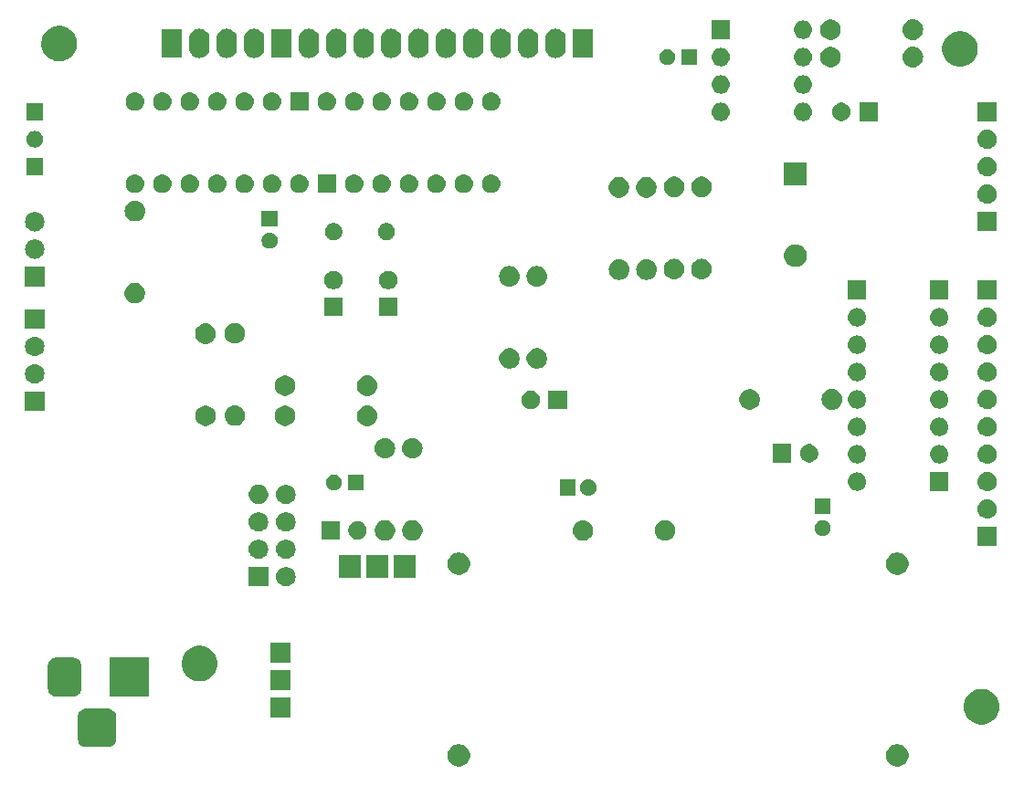
<source format=gbr>
G04 #@! TF.GenerationSoftware,KiCad,Pcbnew,5.0.2-bee76a0~70~ubuntu16.04.1*
G04 #@! TF.CreationDate,2020-01-14T09:55:28-07:00*
G04 #@! TF.ProjectId,Environment_Controller_KiCad_THT,456e7669-726f-46e6-9d65-6e745f436f6e,rev?*
G04 #@! TF.SameCoordinates,Original*
G04 #@! TF.FileFunction,Soldermask,Bot*
G04 #@! TF.FilePolarity,Negative*
%FSLAX46Y46*%
G04 Gerber Fmt 4.6, Leading zero omitted, Abs format (unit mm)*
G04 Created by KiCad (PCBNEW 5.0.2-bee76a0~70~ubuntu16.04.1) date Tue 14 Jan 2020 09:55:28 AM MST*
%MOMM*%
%LPD*%
G01*
G04 APERTURE LIST*
%ADD10C,0.100000*%
G04 APERTURE END LIST*
D10*
G36*
X174486565Y-129509389D02*
X174677834Y-129588615D01*
X174849976Y-129703637D01*
X174996363Y-129850024D01*
X175111385Y-130022166D01*
X175190611Y-130213435D01*
X175231000Y-130416484D01*
X175231000Y-130623516D01*
X175190611Y-130826565D01*
X175111385Y-131017834D01*
X174996363Y-131189976D01*
X174849976Y-131336363D01*
X174677834Y-131451385D01*
X174486565Y-131530611D01*
X174283516Y-131571000D01*
X174076484Y-131571000D01*
X173873435Y-131530611D01*
X173682166Y-131451385D01*
X173510024Y-131336363D01*
X173363637Y-131189976D01*
X173248615Y-131017834D01*
X173169389Y-130826565D01*
X173129000Y-130623516D01*
X173129000Y-130416484D01*
X173169389Y-130213435D01*
X173248615Y-130022166D01*
X173363637Y-129850024D01*
X173510024Y-129703637D01*
X173682166Y-129588615D01*
X173873435Y-129509389D01*
X174076484Y-129469000D01*
X174283516Y-129469000D01*
X174486565Y-129509389D01*
X174486565Y-129509389D01*
G37*
G36*
X133846565Y-129509389D02*
X134037834Y-129588615D01*
X134209976Y-129703637D01*
X134356363Y-129850024D01*
X134471385Y-130022166D01*
X134550611Y-130213435D01*
X134591000Y-130416484D01*
X134591000Y-130623516D01*
X134550611Y-130826565D01*
X134471385Y-131017834D01*
X134356363Y-131189976D01*
X134209976Y-131336363D01*
X134037834Y-131451385D01*
X133846565Y-131530611D01*
X133643516Y-131571000D01*
X133436484Y-131571000D01*
X133233435Y-131530611D01*
X133042166Y-131451385D01*
X132870024Y-131336363D01*
X132723637Y-131189976D01*
X132608615Y-131017834D01*
X132529389Y-130826565D01*
X132489000Y-130623516D01*
X132489000Y-130416484D01*
X132529389Y-130213435D01*
X132608615Y-130022166D01*
X132723637Y-129850024D01*
X132870024Y-129703637D01*
X133042166Y-129588615D01*
X133233435Y-129509389D01*
X133436484Y-129469000D01*
X133643516Y-129469000D01*
X133846565Y-129509389D01*
X133846565Y-129509389D01*
G37*
G36*
X101126366Y-126165695D02*
X101283458Y-126213348D01*
X101428230Y-126290731D01*
X101555128Y-126394872D01*
X101659269Y-126521770D01*
X101736652Y-126666542D01*
X101784305Y-126823634D01*
X101801000Y-126993140D01*
X101801000Y-128906860D01*
X101784305Y-129076366D01*
X101736652Y-129233458D01*
X101659269Y-129378230D01*
X101555128Y-129505128D01*
X101428230Y-129609269D01*
X101283458Y-129686652D01*
X101126366Y-129734305D01*
X100956860Y-129751000D01*
X99043140Y-129751000D01*
X98873634Y-129734305D01*
X98716542Y-129686652D01*
X98571770Y-129609269D01*
X98444872Y-129505128D01*
X98340731Y-129378230D01*
X98263348Y-129233458D01*
X98215695Y-129076366D01*
X98199000Y-128906860D01*
X98199000Y-126993140D01*
X98215695Y-126823634D01*
X98263348Y-126666542D01*
X98340731Y-126521770D01*
X98444872Y-126394872D01*
X98571770Y-126290731D01*
X98716542Y-126213348D01*
X98873634Y-126165695D01*
X99043140Y-126149000D01*
X100956860Y-126149000D01*
X101126366Y-126165695D01*
X101126366Y-126165695D01*
G37*
G36*
X182375256Y-124391298D02*
X182481579Y-124412447D01*
X182782042Y-124536903D01*
X182892377Y-124610627D01*
X183052454Y-124717587D01*
X183282413Y-124947546D01*
X183463098Y-125217960D01*
X183587553Y-125518422D01*
X183651000Y-125837389D01*
X183651000Y-126162611D01*
X183625515Y-126290731D01*
X183587553Y-126481579D01*
X183510939Y-126666542D01*
X183463098Y-126782040D01*
X183282413Y-127052454D01*
X183052454Y-127282413D01*
X183052451Y-127282415D01*
X182782042Y-127463097D01*
X182481579Y-127587553D01*
X182375256Y-127608702D01*
X182162611Y-127651000D01*
X181837389Y-127651000D01*
X181624744Y-127608702D01*
X181518421Y-127587553D01*
X181217958Y-127463097D01*
X180947549Y-127282415D01*
X180947546Y-127282413D01*
X180717587Y-127052454D01*
X180536902Y-126782040D01*
X180489061Y-126666542D01*
X180412447Y-126481579D01*
X180374485Y-126290731D01*
X180349000Y-126162611D01*
X180349000Y-125837389D01*
X180412447Y-125518422D01*
X180536902Y-125217960D01*
X180717587Y-124947546D01*
X180947546Y-124717587D01*
X181107623Y-124610627D01*
X181217958Y-124536903D01*
X181518421Y-124412447D01*
X181624744Y-124391298D01*
X181837389Y-124349000D01*
X182162611Y-124349000D01*
X182375256Y-124391298D01*
X182375256Y-124391298D01*
G37*
G36*
X117901000Y-126981000D02*
X116099000Y-126981000D01*
X116099000Y-125179000D01*
X117901000Y-125179000D01*
X117901000Y-126981000D01*
X117901000Y-126981000D01*
G37*
G36*
X104801000Y-125051000D02*
X101199000Y-125051000D01*
X101199000Y-121449000D01*
X104801000Y-121449000D01*
X104801000Y-125051000D01*
X104801000Y-125051000D01*
G37*
G36*
X97976978Y-121463293D02*
X98110627Y-121503835D01*
X98233782Y-121569662D01*
X98341739Y-121658261D01*
X98430338Y-121766218D01*
X98496165Y-121889373D01*
X98536707Y-122023022D01*
X98551000Y-122168140D01*
X98551000Y-124331860D01*
X98536707Y-124476978D01*
X98496165Y-124610627D01*
X98430338Y-124733782D01*
X98341739Y-124841739D01*
X98233782Y-124930338D01*
X98110627Y-124996165D01*
X97976978Y-125036707D01*
X97831860Y-125051000D01*
X96168140Y-125051000D01*
X96023022Y-125036707D01*
X95889373Y-124996165D01*
X95766218Y-124930338D01*
X95658261Y-124841739D01*
X95569662Y-124733782D01*
X95503835Y-124610627D01*
X95463293Y-124476978D01*
X95449000Y-124331860D01*
X95449000Y-122168140D01*
X95463293Y-122023022D01*
X95503835Y-121889373D01*
X95569662Y-121766218D01*
X95658261Y-121658261D01*
X95766218Y-121569662D01*
X95889373Y-121503835D01*
X96023022Y-121463293D01*
X96168140Y-121449000D01*
X97831860Y-121449000D01*
X97976978Y-121463293D01*
X97976978Y-121463293D01*
G37*
G36*
X117901000Y-124441000D02*
X116099000Y-124441000D01*
X116099000Y-122639000D01*
X117901000Y-122639000D01*
X117901000Y-124441000D01*
X117901000Y-124441000D01*
G37*
G36*
X109875256Y-120391298D02*
X109981579Y-120412447D01*
X110282042Y-120536903D01*
X110548852Y-120715180D01*
X110552454Y-120717587D01*
X110782413Y-120947546D01*
X110963098Y-121217960D01*
X111087553Y-121518422D01*
X111151000Y-121837389D01*
X111151000Y-122162611D01*
X111087553Y-122481578D01*
X110963098Y-122782040D01*
X110782413Y-123052454D01*
X110552454Y-123282413D01*
X110552451Y-123282415D01*
X110282042Y-123463097D01*
X109981579Y-123587553D01*
X109875256Y-123608702D01*
X109662611Y-123651000D01*
X109337389Y-123651000D01*
X109124744Y-123608702D01*
X109018421Y-123587553D01*
X108717958Y-123463097D01*
X108447549Y-123282415D01*
X108447546Y-123282413D01*
X108217587Y-123052454D01*
X108036902Y-122782040D01*
X107912447Y-122481578D01*
X107849000Y-122162611D01*
X107849000Y-121837389D01*
X107912447Y-121518422D01*
X108036902Y-121217960D01*
X108217587Y-120947546D01*
X108447546Y-120717587D01*
X108451148Y-120715180D01*
X108717958Y-120536903D01*
X109018421Y-120412447D01*
X109124744Y-120391298D01*
X109337389Y-120349000D01*
X109662611Y-120349000D01*
X109875256Y-120391298D01*
X109875256Y-120391298D01*
G37*
G36*
X117901000Y-121901000D02*
X116099000Y-121901000D01*
X116099000Y-120099000D01*
X117901000Y-120099000D01*
X117901000Y-121901000D01*
X117901000Y-121901000D01*
G37*
G36*
X115876052Y-114834643D02*
X114074052Y-114834643D01*
X114074052Y-113032643D01*
X115876052Y-113032643D01*
X115876052Y-114834643D01*
X115876052Y-114834643D01*
G37*
G36*
X117625495Y-113039162D02*
X117691679Y-113045680D01*
X117804905Y-113080027D01*
X117861519Y-113097200D01*
X118000139Y-113171295D01*
X118018043Y-113180865D01*
X118053781Y-113210195D01*
X118155238Y-113293457D01*
X118238500Y-113394914D01*
X118267830Y-113430652D01*
X118267831Y-113430654D01*
X118351495Y-113587176D01*
X118351495Y-113587177D01*
X118403015Y-113757016D01*
X118420411Y-113933643D01*
X118403015Y-114110270D01*
X118368668Y-114223496D01*
X118351495Y-114280110D01*
X118277400Y-114418730D01*
X118267830Y-114436634D01*
X118238500Y-114472372D01*
X118155238Y-114573829D01*
X118053781Y-114657091D01*
X118018043Y-114686421D01*
X118018041Y-114686422D01*
X117861519Y-114770086D01*
X117804905Y-114787259D01*
X117691679Y-114821606D01*
X117625494Y-114828125D01*
X117559312Y-114834643D01*
X117470792Y-114834643D01*
X117404610Y-114828125D01*
X117338425Y-114821606D01*
X117225199Y-114787259D01*
X117168585Y-114770086D01*
X117012063Y-114686422D01*
X117012061Y-114686421D01*
X116976323Y-114657091D01*
X116874866Y-114573829D01*
X116791604Y-114472372D01*
X116762274Y-114436634D01*
X116752704Y-114418730D01*
X116678609Y-114280110D01*
X116661436Y-114223496D01*
X116627089Y-114110270D01*
X116609693Y-113933643D01*
X116627089Y-113757016D01*
X116678609Y-113587177D01*
X116678609Y-113587176D01*
X116762273Y-113430654D01*
X116762274Y-113430652D01*
X116791604Y-113394914D01*
X116874866Y-113293457D01*
X116976323Y-113210195D01*
X117012061Y-113180865D01*
X117029965Y-113171295D01*
X117168585Y-113097200D01*
X117225199Y-113080027D01*
X117338425Y-113045680D01*
X117404609Y-113039162D01*
X117470792Y-113032643D01*
X117559312Y-113032643D01*
X117625495Y-113039162D01*
X117625495Y-113039162D01*
G37*
G36*
X124423500Y-114051000D02*
X122416500Y-114051000D01*
X122416500Y-111949000D01*
X124423500Y-111949000D01*
X124423500Y-114051000D01*
X124423500Y-114051000D01*
G37*
G36*
X129503500Y-114051000D02*
X127496500Y-114051000D01*
X127496500Y-111949000D01*
X129503500Y-111949000D01*
X129503500Y-114051000D01*
X129503500Y-114051000D01*
G37*
G36*
X126963500Y-114051000D02*
X124956500Y-114051000D01*
X124956500Y-111949000D01*
X126963500Y-111949000D01*
X126963500Y-114051000D01*
X126963500Y-114051000D01*
G37*
G36*
X174486565Y-111729389D02*
X174677834Y-111808615D01*
X174849976Y-111923637D01*
X174996363Y-112070024D01*
X175111385Y-112242166D01*
X175190611Y-112433435D01*
X175231000Y-112636484D01*
X175231000Y-112843516D01*
X175190611Y-113046565D01*
X175111385Y-113237834D01*
X174996363Y-113409976D01*
X174849976Y-113556363D01*
X174677834Y-113671385D01*
X174486565Y-113750611D01*
X174283516Y-113791000D01*
X174076484Y-113791000D01*
X173873435Y-113750611D01*
X173682166Y-113671385D01*
X173510024Y-113556363D01*
X173363637Y-113409976D01*
X173248615Y-113237834D01*
X173169389Y-113046565D01*
X173129000Y-112843516D01*
X173129000Y-112636484D01*
X173169389Y-112433435D01*
X173248615Y-112242166D01*
X173363637Y-112070024D01*
X173510024Y-111923637D01*
X173682166Y-111808615D01*
X173873435Y-111729389D01*
X174076484Y-111689000D01*
X174283516Y-111689000D01*
X174486565Y-111729389D01*
X174486565Y-111729389D01*
G37*
G36*
X133846565Y-111729389D02*
X134037834Y-111808615D01*
X134209976Y-111923637D01*
X134356363Y-112070024D01*
X134471385Y-112242166D01*
X134550611Y-112433435D01*
X134591000Y-112636484D01*
X134591000Y-112843516D01*
X134550611Y-113046565D01*
X134471385Y-113237834D01*
X134356363Y-113409976D01*
X134209976Y-113556363D01*
X134037834Y-113671385D01*
X133846565Y-113750611D01*
X133643516Y-113791000D01*
X133436484Y-113791000D01*
X133233435Y-113750611D01*
X133042166Y-113671385D01*
X132870024Y-113556363D01*
X132723637Y-113409976D01*
X132608615Y-113237834D01*
X132529389Y-113046565D01*
X132489000Y-112843516D01*
X132489000Y-112636484D01*
X132529389Y-112433435D01*
X132608615Y-112242166D01*
X132723637Y-112070024D01*
X132870024Y-111923637D01*
X133042166Y-111808615D01*
X133233435Y-111729389D01*
X133436484Y-111689000D01*
X133643516Y-111689000D01*
X133846565Y-111729389D01*
X133846565Y-111729389D01*
G37*
G36*
X117625495Y-110499162D02*
X117691679Y-110505680D01*
X117804905Y-110540027D01*
X117861519Y-110557200D01*
X117936427Y-110597240D01*
X118018043Y-110640865D01*
X118053781Y-110670195D01*
X118155238Y-110753457D01*
X118238500Y-110854914D01*
X118267830Y-110890652D01*
X118267831Y-110890654D01*
X118351495Y-111047176D01*
X118351495Y-111047177D01*
X118403015Y-111217016D01*
X118420411Y-111393643D01*
X118403015Y-111570270D01*
X118368668Y-111683496D01*
X118351495Y-111740110D01*
X118314877Y-111808616D01*
X118267830Y-111896634D01*
X118245671Y-111923635D01*
X118155238Y-112033829D01*
X118053781Y-112117091D01*
X118018043Y-112146421D01*
X118018041Y-112146422D01*
X117861519Y-112230086D01*
X117821699Y-112242165D01*
X117691679Y-112281606D01*
X117625495Y-112288124D01*
X117559312Y-112294643D01*
X117470792Y-112294643D01*
X117404609Y-112288124D01*
X117338425Y-112281606D01*
X117208405Y-112242165D01*
X117168585Y-112230086D01*
X117012063Y-112146422D01*
X117012061Y-112146421D01*
X116976323Y-112117091D01*
X116874866Y-112033829D01*
X116784433Y-111923635D01*
X116762274Y-111896634D01*
X116715227Y-111808616D01*
X116678609Y-111740110D01*
X116661436Y-111683496D01*
X116627089Y-111570270D01*
X116609693Y-111393643D01*
X116627089Y-111217016D01*
X116678609Y-111047177D01*
X116678609Y-111047176D01*
X116762273Y-110890654D01*
X116762274Y-110890652D01*
X116791604Y-110854914D01*
X116874866Y-110753457D01*
X116976323Y-110670195D01*
X117012061Y-110640865D01*
X117093677Y-110597240D01*
X117168585Y-110557200D01*
X117225199Y-110540027D01*
X117338425Y-110505680D01*
X117404609Y-110499162D01*
X117470792Y-110492643D01*
X117559312Y-110492643D01*
X117625495Y-110499162D01*
X117625495Y-110499162D01*
G37*
G36*
X115085495Y-110499162D02*
X115151679Y-110505680D01*
X115264905Y-110540027D01*
X115321519Y-110557200D01*
X115396427Y-110597240D01*
X115478043Y-110640865D01*
X115513781Y-110670195D01*
X115615238Y-110753457D01*
X115698500Y-110854914D01*
X115727830Y-110890652D01*
X115727831Y-110890654D01*
X115811495Y-111047176D01*
X115811495Y-111047177D01*
X115863015Y-111217016D01*
X115880411Y-111393643D01*
X115863015Y-111570270D01*
X115828668Y-111683496D01*
X115811495Y-111740110D01*
X115774877Y-111808616D01*
X115727830Y-111896634D01*
X115705671Y-111923635D01*
X115615238Y-112033829D01*
X115513781Y-112117091D01*
X115478043Y-112146421D01*
X115478041Y-112146422D01*
X115321519Y-112230086D01*
X115281699Y-112242165D01*
X115151679Y-112281606D01*
X115085495Y-112288124D01*
X115019312Y-112294643D01*
X114930792Y-112294643D01*
X114864609Y-112288124D01*
X114798425Y-112281606D01*
X114668405Y-112242165D01*
X114628585Y-112230086D01*
X114472063Y-112146422D01*
X114472061Y-112146421D01*
X114436323Y-112117091D01*
X114334866Y-112033829D01*
X114244433Y-111923635D01*
X114222274Y-111896634D01*
X114175227Y-111808616D01*
X114138609Y-111740110D01*
X114121436Y-111683496D01*
X114087089Y-111570270D01*
X114069693Y-111393643D01*
X114087089Y-111217016D01*
X114138609Y-111047177D01*
X114138609Y-111047176D01*
X114222273Y-110890654D01*
X114222274Y-110890652D01*
X114251604Y-110854914D01*
X114334866Y-110753457D01*
X114436323Y-110670195D01*
X114472061Y-110640865D01*
X114553677Y-110597240D01*
X114628585Y-110557200D01*
X114685199Y-110540027D01*
X114798425Y-110505680D01*
X114864609Y-110499162D01*
X114930792Y-110492643D01*
X115019312Y-110492643D01*
X115085495Y-110499162D01*
X115085495Y-110499162D01*
G37*
G36*
X183411000Y-111101000D02*
X181609000Y-111101000D01*
X181609000Y-109299000D01*
X183411000Y-109299000D01*
X183411000Y-111101000D01*
X183411000Y-111101000D01*
G37*
G36*
X145231425Y-108722760D02*
X145231428Y-108722761D01*
X145231429Y-108722761D01*
X145410693Y-108777140D01*
X145410695Y-108777141D01*
X145575905Y-108865448D01*
X145720712Y-108984288D01*
X145839552Y-109129095D01*
X145905541Y-109252551D01*
X145927860Y-109294307D01*
X145962173Y-109407423D01*
X145982240Y-109473575D01*
X146000601Y-109660000D01*
X145982240Y-109846425D01*
X145982239Y-109846428D01*
X145982239Y-109846429D01*
X145954645Y-109937396D01*
X145927859Y-110025695D01*
X145839552Y-110190905D01*
X145720712Y-110335712D01*
X145575905Y-110454552D01*
X145493840Y-110498417D01*
X145410693Y-110542860D01*
X145231429Y-110597239D01*
X145231428Y-110597239D01*
X145231425Y-110597240D01*
X145091718Y-110611000D01*
X144998282Y-110611000D01*
X144858575Y-110597240D01*
X144858572Y-110597239D01*
X144858571Y-110597239D01*
X144679307Y-110542860D01*
X144596160Y-110498417D01*
X144514095Y-110454552D01*
X144369288Y-110335712D01*
X144250448Y-110190905D01*
X144162141Y-110025695D01*
X144135356Y-109937396D01*
X144107761Y-109846429D01*
X144107761Y-109846428D01*
X144107760Y-109846425D01*
X144089399Y-109660000D01*
X144107760Y-109473575D01*
X144127827Y-109407423D01*
X144162140Y-109294307D01*
X144184459Y-109252551D01*
X144250448Y-109129095D01*
X144369288Y-108984288D01*
X144514095Y-108865448D01*
X144679305Y-108777141D01*
X144679307Y-108777140D01*
X144858571Y-108722761D01*
X144858572Y-108722761D01*
X144858575Y-108722760D01*
X144998282Y-108709000D01*
X145091718Y-108709000D01*
X145231425Y-108722760D01*
X145231425Y-108722760D01*
G37*
G36*
X152942396Y-108745546D02*
X153115466Y-108817234D01*
X153271230Y-108921312D01*
X153403688Y-109053770D01*
X153507766Y-109209534D01*
X153579454Y-109382604D01*
X153616000Y-109566333D01*
X153616000Y-109753667D01*
X153579454Y-109937396D01*
X153507766Y-110110466D01*
X153403688Y-110266230D01*
X153271230Y-110398688D01*
X153115466Y-110502766D01*
X152942396Y-110574454D01*
X152758667Y-110611000D01*
X152571333Y-110611000D01*
X152387604Y-110574454D01*
X152214534Y-110502766D01*
X152058770Y-110398688D01*
X151926312Y-110266230D01*
X151822234Y-110110466D01*
X151750546Y-109937396D01*
X151714000Y-109753667D01*
X151714000Y-109566333D01*
X151750546Y-109382604D01*
X151822234Y-109209534D01*
X151926312Y-109053770D01*
X152058770Y-108921312D01*
X152214534Y-108817234D01*
X152387604Y-108745546D01*
X152571333Y-108709000D01*
X152758667Y-108709000D01*
X152942396Y-108745546D01*
X152942396Y-108745546D01*
G37*
G36*
X126966264Y-108741197D02*
X127139334Y-108812885D01*
X127295098Y-108916963D01*
X127427556Y-109049421D01*
X127531634Y-109205185D01*
X127603322Y-109378255D01*
X127639868Y-109561984D01*
X127639868Y-109749318D01*
X127603322Y-109933047D01*
X127531634Y-110106117D01*
X127427556Y-110261881D01*
X127295098Y-110394339D01*
X127139334Y-110498417D01*
X126966264Y-110570105D01*
X126782535Y-110606651D01*
X126595201Y-110606651D01*
X126411472Y-110570105D01*
X126238402Y-110498417D01*
X126082638Y-110394339D01*
X125950180Y-110261881D01*
X125846102Y-110106117D01*
X125774414Y-109933047D01*
X125737868Y-109749318D01*
X125737868Y-109561984D01*
X125774414Y-109378255D01*
X125846102Y-109205185D01*
X125950180Y-109049421D01*
X126082638Y-108916963D01*
X126238402Y-108812885D01*
X126411472Y-108741197D01*
X126595201Y-108704651D01*
X126782535Y-108704651D01*
X126966264Y-108741197D01*
X126966264Y-108741197D01*
G37*
G36*
X129506264Y-108741197D02*
X129679334Y-108812885D01*
X129835098Y-108916963D01*
X129967556Y-109049421D01*
X130071634Y-109205185D01*
X130143322Y-109378255D01*
X130179868Y-109561984D01*
X130179868Y-109749318D01*
X130143322Y-109933047D01*
X130071634Y-110106117D01*
X129967556Y-110261881D01*
X129835098Y-110394339D01*
X129679334Y-110498417D01*
X129506264Y-110570105D01*
X129322535Y-110606651D01*
X129135201Y-110606651D01*
X128951472Y-110570105D01*
X128778402Y-110498417D01*
X128622638Y-110394339D01*
X128490180Y-110261881D01*
X128386102Y-110106117D01*
X128314414Y-109933047D01*
X128277868Y-109749318D01*
X128277868Y-109561984D01*
X128314414Y-109378255D01*
X128386102Y-109205185D01*
X128490180Y-109049421D01*
X128622638Y-108916963D01*
X128778402Y-108812885D01*
X128951472Y-108741197D01*
X129135201Y-108704651D01*
X129322535Y-108704651D01*
X129506264Y-108741197D01*
X129506264Y-108741197D01*
G37*
G36*
X122499868Y-110506651D02*
X120797868Y-110506651D01*
X120797868Y-108804651D01*
X122499868Y-108804651D01*
X122499868Y-110506651D01*
X122499868Y-110506651D01*
G37*
G36*
X124397096Y-108837354D02*
X124551968Y-108901504D01*
X124691349Y-108994636D01*
X124809883Y-109113170D01*
X124903015Y-109252551D01*
X124967165Y-109407423D01*
X124999868Y-109571835D01*
X124999868Y-109739467D01*
X124967165Y-109903879D01*
X124903015Y-110058751D01*
X124809883Y-110198132D01*
X124691349Y-110316666D01*
X124551968Y-110409798D01*
X124397096Y-110473948D01*
X124232684Y-110506651D01*
X124065052Y-110506651D01*
X123900640Y-110473948D01*
X123745768Y-110409798D01*
X123606387Y-110316666D01*
X123487853Y-110198132D01*
X123394721Y-110058751D01*
X123330571Y-109903879D01*
X123297868Y-109739467D01*
X123297868Y-109571835D01*
X123330571Y-109407423D01*
X123394721Y-109252551D01*
X123487853Y-109113170D01*
X123606387Y-108994636D01*
X123745768Y-108901504D01*
X123900640Y-108837354D01*
X124065052Y-108804651D01*
X124232684Y-108804651D01*
X124397096Y-108837354D01*
X124397096Y-108837354D01*
G37*
G36*
X167401892Y-108698544D02*
X167488947Y-108715860D01*
X167625620Y-108772472D01*
X167722723Y-108837354D01*
X167748626Y-108854662D01*
X167853226Y-108959262D01*
X167853228Y-108959265D01*
X167935416Y-109082268D01*
X167992028Y-109218941D01*
X168007019Y-109294307D01*
X168019417Y-109356634D01*
X168020888Y-109364033D01*
X168020888Y-109511967D01*
X167992028Y-109657059D01*
X167935416Y-109793732D01*
X167900205Y-109846429D01*
X167853226Y-109916738D01*
X167748626Y-110021338D01*
X167748623Y-110021340D01*
X167625620Y-110103528D01*
X167488947Y-110160140D01*
X167401892Y-110177456D01*
X167343857Y-110189000D01*
X167195919Y-110189000D01*
X167137884Y-110177456D01*
X167050829Y-110160140D01*
X166914156Y-110103528D01*
X166791153Y-110021340D01*
X166791150Y-110021338D01*
X166686550Y-109916738D01*
X166639571Y-109846429D01*
X166604360Y-109793732D01*
X166547748Y-109657059D01*
X166518888Y-109511967D01*
X166518888Y-109364033D01*
X166520360Y-109356634D01*
X166532757Y-109294307D01*
X166547748Y-109218941D01*
X166604360Y-109082268D01*
X166686548Y-108959265D01*
X166686550Y-108959262D01*
X166791150Y-108854662D01*
X166817053Y-108837354D01*
X166914156Y-108772472D01*
X167050829Y-108715860D01*
X167137884Y-108698544D01*
X167195919Y-108687000D01*
X167343857Y-108687000D01*
X167401892Y-108698544D01*
X167401892Y-108698544D01*
G37*
G36*
X115085494Y-107959161D02*
X115151679Y-107965680D01*
X115264905Y-108000027D01*
X115321519Y-108017200D01*
X115460139Y-108091295D01*
X115478043Y-108100865D01*
X115513781Y-108130195D01*
X115615238Y-108213457D01*
X115698500Y-108314914D01*
X115727830Y-108350652D01*
X115727831Y-108350654D01*
X115811495Y-108507176D01*
X115811495Y-108507177D01*
X115863015Y-108677016D01*
X115880411Y-108853643D01*
X115863015Y-109030270D01*
X115833037Y-109129095D01*
X115811495Y-109200110D01*
X115783464Y-109252551D01*
X115727830Y-109356634D01*
X115710086Y-109378255D01*
X115615238Y-109493829D01*
X115532187Y-109561986D01*
X115478043Y-109606421D01*
X115478041Y-109606422D01*
X115321519Y-109690086D01*
X115264905Y-109707259D01*
X115151679Y-109741606D01*
X115085495Y-109748124D01*
X115019312Y-109754643D01*
X114930792Y-109754643D01*
X114864609Y-109748124D01*
X114798425Y-109741606D01*
X114685199Y-109707259D01*
X114628585Y-109690086D01*
X114472063Y-109606422D01*
X114472061Y-109606421D01*
X114417917Y-109561986D01*
X114334866Y-109493829D01*
X114240018Y-109378255D01*
X114222274Y-109356634D01*
X114166640Y-109252551D01*
X114138609Y-109200110D01*
X114117067Y-109129095D01*
X114087089Y-109030270D01*
X114069693Y-108853643D01*
X114087089Y-108677016D01*
X114138609Y-108507177D01*
X114138609Y-108507176D01*
X114222273Y-108350654D01*
X114222274Y-108350652D01*
X114251604Y-108314914D01*
X114334866Y-108213457D01*
X114436323Y-108130195D01*
X114472061Y-108100865D01*
X114489965Y-108091295D01*
X114628585Y-108017200D01*
X114685199Y-108000027D01*
X114798425Y-107965680D01*
X114864610Y-107959161D01*
X114930792Y-107952643D01*
X115019312Y-107952643D01*
X115085494Y-107959161D01*
X115085494Y-107959161D01*
G37*
G36*
X117625494Y-107959161D02*
X117691679Y-107965680D01*
X117804905Y-108000027D01*
X117861519Y-108017200D01*
X118000139Y-108091295D01*
X118018043Y-108100865D01*
X118053781Y-108130195D01*
X118155238Y-108213457D01*
X118238500Y-108314914D01*
X118267830Y-108350652D01*
X118267831Y-108350654D01*
X118351495Y-108507176D01*
X118351495Y-108507177D01*
X118403015Y-108677016D01*
X118420411Y-108853643D01*
X118403015Y-109030270D01*
X118373037Y-109129095D01*
X118351495Y-109200110D01*
X118323464Y-109252551D01*
X118267830Y-109356634D01*
X118250086Y-109378255D01*
X118155238Y-109493829D01*
X118072187Y-109561986D01*
X118018043Y-109606421D01*
X118018041Y-109606422D01*
X117861519Y-109690086D01*
X117804905Y-109707259D01*
X117691679Y-109741606D01*
X117625495Y-109748124D01*
X117559312Y-109754643D01*
X117470792Y-109754643D01*
X117404609Y-109748124D01*
X117338425Y-109741606D01*
X117225199Y-109707259D01*
X117168585Y-109690086D01*
X117012063Y-109606422D01*
X117012061Y-109606421D01*
X116957917Y-109561986D01*
X116874866Y-109493829D01*
X116780018Y-109378255D01*
X116762274Y-109356634D01*
X116706640Y-109252551D01*
X116678609Y-109200110D01*
X116657067Y-109129095D01*
X116627089Y-109030270D01*
X116609693Y-108853643D01*
X116627089Y-108677016D01*
X116678609Y-108507177D01*
X116678609Y-108507176D01*
X116762273Y-108350654D01*
X116762274Y-108350652D01*
X116791604Y-108314914D01*
X116874866Y-108213457D01*
X116976323Y-108130195D01*
X117012061Y-108100865D01*
X117029965Y-108091295D01*
X117168585Y-108017200D01*
X117225199Y-108000027D01*
X117338425Y-107965680D01*
X117404610Y-107959161D01*
X117470792Y-107952643D01*
X117559312Y-107952643D01*
X117625494Y-107959161D01*
X117625494Y-107959161D01*
G37*
G36*
X182620442Y-106765518D02*
X182686627Y-106772037D01*
X182799853Y-106806384D01*
X182856467Y-106823557D01*
X182995087Y-106897652D01*
X183012991Y-106907222D01*
X183048729Y-106936552D01*
X183150186Y-107019814D01*
X183225921Y-107112099D01*
X183262778Y-107157009D01*
X183262779Y-107157011D01*
X183346443Y-107313533D01*
X183346443Y-107313534D01*
X183397963Y-107483373D01*
X183415359Y-107660000D01*
X183397963Y-107836627D01*
X183363616Y-107949853D01*
X183346443Y-108006467D01*
X183340706Y-108017200D01*
X183262778Y-108162991D01*
X183233448Y-108198729D01*
X183150186Y-108300186D01*
X183048729Y-108383448D01*
X183012991Y-108412778D01*
X183012989Y-108412779D01*
X182856467Y-108496443D01*
X182821084Y-108507176D01*
X182686627Y-108547963D01*
X182620443Y-108554481D01*
X182554260Y-108561000D01*
X182465740Y-108561000D01*
X182399557Y-108554481D01*
X182333373Y-108547963D01*
X182198916Y-108507176D01*
X182163533Y-108496443D01*
X182007011Y-108412779D01*
X182007009Y-108412778D01*
X181971271Y-108383448D01*
X181869814Y-108300186D01*
X181786552Y-108198729D01*
X181757222Y-108162991D01*
X181679294Y-108017200D01*
X181673557Y-108006467D01*
X181656384Y-107949853D01*
X181622037Y-107836627D01*
X181604641Y-107660000D01*
X181622037Y-107483373D01*
X181673557Y-107313534D01*
X181673557Y-107313533D01*
X181757221Y-107157011D01*
X181757222Y-107157009D01*
X181794079Y-107112099D01*
X181869814Y-107019814D01*
X181971271Y-106936552D01*
X182007009Y-106907222D01*
X182024913Y-106897652D01*
X182163533Y-106823557D01*
X182220147Y-106806384D01*
X182333373Y-106772037D01*
X182399558Y-106765518D01*
X182465740Y-106759000D01*
X182554260Y-106759000D01*
X182620442Y-106765518D01*
X182620442Y-106765518D01*
G37*
G36*
X168020888Y-108157000D02*
X166518888Y-108157000D01*
X166518888Y-106655000D01*
X168020888Y-106655000D01*
X168020888Y-108157000D01*
X168020888Y-108157000D01*
G37*
G36*
X117625494Y-105419161D02*
X117691679Y-105425680D01*
X117804905Y-105460027D01*
X117861519Y-105477200D01*
X118000139Y-105551295D01*
X118018043Y-105560865D01*
X118053582Y-105590031D01*
X118155238Y-105673457D01*
X118238500Y-105774914D01*
X118267830Y-105810652D01*
X118267831Y-105810654D01*
X118351495Y-105967176D01*
X118351495Y-105967177D01*
X118403015Y-106137016D01*
X118420411Y-106313643D01*
X118403015Y-106490270D01*
X118376871Y-106576455D01*
X118351495Y-106660110D01*
X118308565Y-106740425D01*
X118267830Y-106816634D01*
X118262148Y-106823557D01*
X118155238Y-106953829D01*
X118053781Y-107037091D01*
X118018043Y-107066421D01*
X118018041Y-107066422D01*
X117861519Y-107150086D01*
X117804905Y-107167259D01*
X117691679Y-107201606D01*
X117625495Y-107208124D01*
X117559312Y-107214643D01*
X117470792Y-107214643D01*
X117404609Y-107208124D01*
X117338425Y-107201606D01*
X117225199Y-107167259D01*
X117168585Y-107150086D01*
X117012063Y-107066422D01*
X117012061Y-107066421D01*
X116976323Y-107037091D01*
X116874866Y-106953829D01*
X116767956Y-106823557D01*
X116762274Y-106816634D01*
X116721539Y-106740425D01*
X116678609Y-106660110D01*
X116653233Y-106576455D01*
X116627089Y-106490270D01*
X116609693Y-106313643D01*
X116627089Y-106137016D01*
X116678609Y-105967177D01*
X116678609Y-105967176D01*
X116762273Y-105810654D01*
X116762274Y-105810652D01*
X116791604Y-105774914D01*
X116874866Y-105673457D01*
X116976522Y-105590031D01*
X117012061Y-105560865D01*
X117029965Y-105551295D01*
X117168585Y-105477200D01*
X117225199Y-105460027D01*
X117338425Y-105425680D01*
X117404609Y-105419162D01*
X117470792Y-105412643D01*
X117559312Y-105412643D01*
X117625494Y-105419161D01*
X117625494Y-105419161D01*
G37*
G36*
X115237864Y-105447267D02*
X115401836Y-105515187D01*
X115549406Y-105613790D01*
X115674905Y-105739289D01*
X115773508Y-105886859D01*
X115841428Y-106050831D01*
X115876052Y-106224902D01*
X115876052Y-106402384D01*
X115841428Y-106576455D01*
X115773508Y-106740427D01*
X115674905Y-106887997D01*
X115549406Y-107013496D01*
X115401836Y-107112099D01*
X115237864Y-107180019D01*
X115063793Y-107214643D01*
X114886311Y-107214643D01*
X114712240Y-107180019D01*
X114548268Y-107112099D01*
X114400698Y-107013496D01*
X114275199Y-106887997D01*
X114176596Y-106740427D01*
X114108676Y-106576455D01*
X114074052Y-106402384D01*
X114074052Y-106224902D01*
X114108676Y-106050831D01*
X114176596Y-105886859D01*
X114275199Y-105739289D01*
X114400698Y-105613790D01*
X114548268Y-105515187D01*
X114712240Y-105447267D01*
X114886311Y-105412643D01*
X115063793Y-105412643D01*
X115237864Y-105447267D01*
X115237864Y-105447267D01*
G37*
G36*
X144393000Y-106415000D02*
X142891000Y-106415000D01*
X142891000Y-104913000D01*
X144393000Y-104913000D01*
X144393000Y-106415000D01*
X144393000Y-106415000D01*
G37*
G36*
X145674004Y-104924544D02*
X145761059Y-104941860D01*
X145897732Y-104998472D01*
X145897733Y-104998473D01*
X146020738Y-105080662D01*
X146125338Y-105185262D01*
X146125340Y-105185265D01*
X146207528Y-105308268D01*
X146264140Y-105444941D01*
X146281456Y-105531996D01*
X146293000Y-105590031D01*
X146293000Y-105737969D01*
X146281857Y-105793989D01*
X146264140Y-105883059D01*
X146207528Y-106019732D01*
X146186748Y-106050831D01*
X146125338Y-106142738D01*
X146020738Y-106247338D01*
X146020735Y-106247340D01*
X145897732Y-106329528D01*
X145761059Y-106386140D01*
X145679393Y-106402384D01*
X145615969Y-106415000D01*
X145468031Y-106415000D01*
X145404607Y-106402384D01*
X145322941Y-106386140D01*
X145186268Y-106329528D01*
X145063265Y-106247340D01*
X145063262Y-106247338D01*
X144958662Y-106142738D01*
X144897252Y-106050831D01*
X144876472Y-106019732D01*
X144819860Y-105883059D01*
X144802143Y-105793989D01*
X144791000Y-105737969D01*
X144791000Y-105590031D01*
X144802544Y-105531996D01*
X144819860Y-105444941D01*
X144876472Y-105308268D01*
X144958660Y-105185265D01*
X144958662Y-105185262D01*
X145063262Y-105080662D01*
X145186267Y-104998473D01*
X145186268Y-104998472D01*
X145322941Y-104941860D01*
X145409996Y-104924544D01*
X145468031Y-104913000D01*
X145615969Y-104913000D01*
X145674004Y-104924544D01*
X145674004Y-104924544D01*
G37*
G36*
X182620442Y-104225518D02*
X182686627Y-104232037D01*
X182799853Y-104266384D01*
X182856467Y-104283557D01*
X182943311Y-104329977D01*
X183012991Y-104367222D01*
X183048729Y-104396552D01*
X183150186Y-104479814D01*
X183233448Y-104581271D01*
X183262778Y-104617009D01*
X183262779Y-104617011D01*
X183346443Y-104773533D01*
X183363616Y-104830147D01*
X183397963Y-104943373D01*
X183415359Y-105120000D01*
X183397963Y-105296627D01*
X183363616Y-105409853D01*
X183346443Y-105466467D01*
X183340706Y-105477200D01*
X183262778Y-105622991D01*
X183233448Y-105658729D01*
X183150186Y-105760186D01*
X183048729Y-105843448D01*
X183012991Y-105872778D01*
X183012989Y-105872779D01*
X182856467Y-105956443D01*
X182821084Y-105967176D01*
X182686627Y-106007963D01*
X182620443Y-106014481D01*
X182554260Y-106021000D01*
X182465740Y-106021000D01*
X182399557Y-106014481D01*
X182333373Y-106007963D01*
X182198916Y-105967176D01*
X182163533Y-105956443D01*
X182007011Y-105872779D01*
X182007009Y-105872778D01*
X181971271Y-105843448D01*
X181869814Y-105760186D01*
X181786552Y-105658729D01*
X181757222Y-105622991D01*
X181679294Y-105477200D01*
X181673557Y-105466467D01*
X181656384Y-105409853D01*
X181622037Y-105296627D01*
X181604641Y-105120000D01*
X181622037Y-104943373D01*
X181656384Y-104830147D01*
X181673557Y-104773533D01*
X181757221Y-104617011D01*
X181757222Y-104617009D01*
X181786552Y-104581271D01*
X181869814Y-104479814D01*
X181971271Y-104396552D01*
X182007009Y-104367222D01*
X182076689Y-104329977D01*
X182163533Y-104283557D01*
X182220147Y-104266384D01*
X182333373Y-104232037D01*
X182399557Y-104225519D01*
X182465740Y-104219000D01*
X182554260Y-104219000D01*
X182620442Y-104225518D01*
X182620442Y-104225518D01*
G37*
G36*
X170611821Y-104281313D02*
X170611824Y-104281314D01*
X170611825Y-104281314D01*
X170772239Y-104329975D01*
X170772241Y-104329976D01*
X170772244Y-104329977D01*
X170920078Y-104408995D01*
X171049659Y-104515341D01*
X171156005Y-104644922D01*
X171235023Y-104792756D01*
X171235024Y-104792759D01*
X171235025Y-104792761D01*
X171280713Y-104943375D01*
X171283687Y-104953179D01*
X171300117Y-105120000D01*
X171283687Y-105286821D01*
X171283686Y-105286824D01*
X171283686Y-105286825D01*
X171241565Y-105425680D01*
X171235023Y-105447244D01*
X171156005Y-105595078D01*
X171049659Y-105724659D01*
X170920078Y-105831005D01*
X170772244Y-105910023D01*
X170772241Y-105910024D01*
X170772239Y-105910025D01*
X170611825Y-105958686D01*
X170611824Y-105958686D01*
X170611821Y-105958687D01*
X170486804Y-105971000D01*
X170403196Y-105971000D01*
X170278179Y-105958687D01*
X170278176Y-105958686D01*
X170278175Y-105958686D01*
X170117761Y-105910025D01*
X170117759Y-105910024D01*
X170117756Y-105910023D01*
X169969922Y-105831005D01*
X169840341Y-105724659D01*
X169733995Y-105595078D01*
X169654977Y-105447244D01*
X169648436Y-105425680D01*
X169606314Y-105286825D01*
X169606314Y-105286824D01*
X169606313Y-105286821D01*
X169589883Y-105120000D01*
X169606313Y-104953179D01*
X169609287Y-104943375D01*
X169654975Y-104792761D01*
X169654976Y-104792759D01*
X169654977Y-104792756D01*
X169733995Y-104644922D01*
X169840341Y-104515341D01*
X169969922Y-104408995D01*
X170117756Y-104329977D01*
X170117759Y-104329976D01*
X170117761Y-104329975D01*
X170278175Y-104281314D01*
X170278176Y-104281314D01*
X170278179Y-104281313D01*
X170403196Y-104269000D01*
X170486804Y-104269000D01*
X170611821Y-104281313D01*
X170611821Y-104281313D01*
G37*
G36*
X178916000Y-105971000D02*
X177214000Y-105971000D01*
X177214000Y-104269000D01*
X178916000Y-104269000D01*
X178916000Y-105971000D01*
X178916000Y-105971000D01*
G37*
G36*
X124748868Y-105961651D02*
X123246868Y-105961651D01*
X123246868Y-104459651D01*
X124748868Y-104459651D01*
X124748868Y-105961651D01*
X124748868Y-105961651D01*
G37*
G36*
X122097872Y-104471195D02*
X122184927Y-104488511D01*
X122321600Y-104545123D01*
X122321601Y-104545124D01*
X122444606Y-104627313D01*
X122549206Y-104731913D01*
X122549208Y-104731916D01*
X122631396Y-104854919D01*
X122688008Y-104991592D01*
X122705324Y-105078647D01*
X122716868Y-105136682D01*
X122716868Y-105284620D01*
X122712164Y-105308267D01*
X122688008Y-105429710D01*
X122631396Y-105566383D01*
X122593573Y-105622989D01*
X122549206Y-105689389D01*
X122444606Y-105793989D01*
X122444603Y-105793991D01*
X122321600Y-105876179D01*
X122184927Y-105932791D01*
X122097872Y-105950107D01*
X122039837Y-105961651D01*
X121891899Y-105961651D01*
X121833864Y-105950107D01*
X121746809Y-105932791D01*
X121610136Y-105876179D01*
X121487133Y-105793991D01*
X121487130Y-105793989D01*
X121382530Y-105689389D01*
X121338163Y-105622989D01*
X121300340Y-105566383D01*
X121243728Y-105429710D01*
X121219572Y-105308267D01*
X121214868Y-105284620D01*
X121214868Y-105136682D01*
X121226412Y-105078647D01*
X121243728Y-104991592D01*
X121300340Y-104854919D01*
X121382528Y-104731916D01*
X121382530Y-104731913D01*
X121487130Y-104627313D01*
X121610135Y-104545124D01*
X121610136Y-104545123D01*
X121746809Y-104488511D01*
X121833864Y-104471195D01*
X121891899Y-104459651D01*
X122039837Y-104459651D01*
X122097872Y-104471195D01*
X122097872Y-104471195D01*
G37*
G36*
X182620443Y-101685519D02*
X182686627Y-101692037D01*
X182799853Y-101726384D01*
X182856467Y-101743557D01*
X182943311Y-101789977D01*
X183012991Y-101827222D01*
X183027324Y-101838985D01*
X183150186Y-101939814D01*
X183228836Y-102035651D01*
X183262778Y-102077009D01*
X183262779Y-102077011D01*
X183346443Y-102233533D01*
X183363616Y-102290147D01*
X183397963Y-102403373D01*
X183415359Y-102580000D01*
X183397963Y-102756627D01*
X183363616Y-102869853D01*
X183346443Y-102926467D01*
X183284431Y-103042481D01*
X183262778Y-103082991D01*
X183233448Y-103118729D01*
X183150186Y-103220186D01*
X183048729Y-103303448D01*
X183012991Y-103332778D01*
X183012989Y-103332779D01*
X182856467Y-103416443D01*
X182849069Y-103418687D01*
X182686627Y-103467963D01*
X182620442Y-103474482D01*
X182554260Y-103481000D01*
X182465740Y-103481000D01*
X182399558Y-103474482D01*
X182333373Y-103467963D01*
X182170931Y-103418687D01*
X182163533Y-103416443D01*
X182007011Y-103332779D01*
X182007009Y-103332778D01*
X181971271Y-103303448D01*
X181869814Y-103220186D01*
X181786552Y-103118729D01*
X181757222Y-103082991D01*
X181735569Y-103042481D01*
X181673557Y-102926467D01*
X181656384Y-102869853D01*
X181622037Y-102756627D01*
X181604641Y-102580000D01*
X181622037Y-102403373D01*
X181656384Y-102290147D01*
X181673557Y-102233533D01*
X181757221Y-102077011D01*
X181757222Y-102077009D01*
X181791164Y-102035651D01*
X181869814Y-101939814D01*
X181992676Y-101838985D01*
X182007009Y-101827222D01*
X182076689Y-101789977D01*
X182163533Y-101743557D01*
X182220147Y-101726384D01*
X182333373Y-101692037D01*
X182399558Y-101685518D01*
X182465740Y-101679000D01*
X182554260Y-101679000D01*
X182620443Y-101685519D01*
X182620443Y-101685519D01*
G37*
G36*
X170611821Y-101741313D02*
X170611824Y-101741314D01*
X170611825Y-101741314D01*
X170772239Y-101789975D01*
X170772241Y-101789976D01*
X170772244Y-101789977D01*
X170920078Y-101868995D01*
X171049659Y-101975341D01*
X171156005Y-102104922D01*
X171235023Y-102252756D01*
X171235024Y-102252759D01*
X171235025Y-102252761D01*
X171280713Y-102403375D01*
X171283687Y-102413179D01*
X171300117Y-102580000D01*
X171283687Y-102746821D01*
X171283686Y-102746824D01*
X171283686Y-102746825D01*
X171236281Y-102903100D01*
X171235023Y-102907244D01*
X171156005Y-103055078D01*
X171049659Y-103184659D01*
X170920078Y-103291005D01*
X170772244Y-103370023D01*
X170772241Y-103370024D01*
X170772239Y-103370025D01*
X170611825Y-103418686D01*
X170611824Y-103418686D01*
X170611821Y-103418687D01*
X170486804Y-103431000D01*
X170403196Y-103431000D01*
X170278179Y-103418687D01*
X170278176Y-103418686D01*
X170278175Y-103418686D01*
X170117761Y-103370025D01*
X170117759Y-103370024D01*
X170117756Y-103370023D01*
X169969922Y-103291005D01*
X169840341Y-103184659D01*
X169733995Y-103055078D01*
X169654977Y-102907244D01*
X169653720Y-102903100D01*
X169606314Y-102746825D01*
X169606314Y-102746824D01*
X169606313Y-102746821D01*
X169589883Y-102580000D01*
X169606313Y-102413179D01*
X169609287Y-102403375D01*
X169654975Y-102252761D01*
X169654976Y-102252759D01*
X169654977Y-102252756D01*
X169733995Y-102104922D01*
X169840341Y-101975341D01*
X169969922Y-101868995D01*
X170117756Y-101789977D01*
X170117759Y-101789976D01*
X170117761Y-101789975D01*
X170278175Y-101741314D01*
X170278176Y-101741314D01*
X170278179Y-101741313D01*
X170403196Y-101729000D01*
X170486804Y-101729000D01*
X170611821Y-101741313D01*
X170611821Y-101741313D01*
G37*
G36*
X178231821Y-101741313D02*
X178231824Y-101741314D01*
X178231825Y-101741314D01*
X178392239Y-101789975D01*
X178392241Y-101789976D01*
X178392244Y-101789977D01*
X178540078Y-101868995D01*
X178669659Y-101975341D01*
X178776005Y-102104922D01*
X178855023Y-102252756D01*
X178855024Y-102252759D01*
X178855025Y-102252761D01*
X178900713Y-102403375D01*
X178903687Y-102413179D01*
X178920117Y-102580000D01*
X178903687Y-102746821D01*
X178903686Y-102746824D01*
X178903686Y-102746825D01*
X178856281Y-102903100D01*
X178855023Y-102907244D01*
X178776005Y-103055078D01*
X178669659Y-103184659D01*
X178540078Y-103291005D01*
X178392244Y-103370023D01*
X178392241Y-103370024D01*
X178392239Y-103370025D01*
X178231825Y-103418686D01*
X178231824Y-103418686D01*
X178231821Y-103418687D01*
X178106804Y-103431000D01*
X178023196Y-103431000D01*
X177898179Y-103418687D01*
X177898176Y-103418686D01*
X177898175Y-103418686D01*
X177737761Y-103370025D01*
X177737759Y-103370024D01*
X177737756Y-103370023D01*
X177589922Y-103291005D01*
X177460341Y-103184659D01*
X177353995Y-103055078D01*
X177274977Y-102907244D01*
X177273720Y-102903100D01*
X177226314Y-102746825D01*
X177226314Y-102746824D01*
X177226313Y-102746821D01*
X177209883Y-102580000D01*
X177226313Y-102413179D01*
X177229287Y-102403375D01*
X177274975Y-102252761D01*
X177274976Y-102252759D01*
X177274977Y-102252756D01*
X177353995Y-102104922D01*
X177460341Y-101975341D01*
X177589922Y-101868995D01*
X177737756Y-101789977D01*
X177737759Y-101789976D01*
X177737761Y-101789975D01*
X177898175Y-101741314D01*
X177898176Y-101741314D01*
X177898179Y-101741313D01*
X178023196Y-101729000D01*
X178106804Y-101729000D01*
X178231821Y-101741313D01*
X178231821Y-101741313D01*
G37*
G36*
X164351000Y-103351000D02*
X162649000Y-103351000D01*
X162649000Y-101649000D01*
X164351000Y-101649000D01*
X164351000Y-103351000D01*
X164351000Y-103351000D01*
G37*
G36*
X166248228Y-101681703D02*
X166403100Y-101745853D01*
X166542481Y-101838985D01*
X166661015Y-101957519D01*
X166754147Y-102096900D01*
X166818297Y-102251772D01*
X166851000Y-102416184D01*
X166851000Y-102583816D01*
X166818297Y-102748228D01*
X166754147Y-102903100D01*
X166661015Y-103042481D01*
X166542481Y-103161015D01*
X166403100Y-103254147D01*
X166248228Y-103318297D01*
X166083816Y-103351000D01*
X165916184Y-103351000D01*
X165751772Y-103318297D01*
X165596900Y-103254147D01*
X165457519Y-103161015D01*
X165338985Y-103042481D01*
X165245853Y-102903100D01*
X165181703Y-102748228D01*
X165149000Y-102583816D01*
X165149000Y-102416184D01*
X165181703Y-102251772D01*
X165245853Y-102096900D01*
X165338985Y-101957519D01*
X165457519Y-101838985D01*
X165596900Y-101745853D01*
X165751772Y-101681703D01*
X165916184Y-101649000D01*
X166083816Y-101649000D01*
X166248228Y-101681703D01*
X166248228Y-101681703D01*
G37*
G36*
X126875293Y-101098411D02*
X126875296Y-101098412D01*
X126875297Y-101098412D01*
X127054561Y-101152791D01*
X127054563Y-101152792D01*
X127219773Y-101241099D01*
X127364580Y-101359939D01*
X127483420Y-101504746D01*
X127483421Y-101504748D01*
X127571728Y-101669958D01*
X127623002Y-101838986D01*
X127626108Y-101849226D01*
X127644469Y-102035651D01*
X127626108Y-102222076D01*
X127626107Y-102222079D01*
X127626107Y-102222080D01*
X127616802Y-102252756D01*
X127571727Y-102401346D01*
X127483420Y-102566556D01*
X127364580Y-102711363D01*
X127219773Y-102830203D01*
X127219771Y-102830204D01*
X127054561Y-102918511D01*
X126875297Y-102972890D01*
X126875296Y-102972890D01*
X126875293Y-102972891D01*
X126735586Y-102986651D01*
X126642150Y-102986651D01*
X126502443Y-102972891D01*
X126502440Y-102972890D01*
X126502439Y-102972890D01*
X126323175Y-102918511D01*
X126157965Y-102830204D01*
X126157963Y-102830203D01*
X126013156Y-102711363D01*
X125894316Y-102566556D01*
X125806009Y-102401346D01*
X125760935Y-102252756D01*
X125751629Y-102222080D01*
X125751629Y-102222079D01*
X125751628Y-102222076D01*
X125733267Y-102035651D01*
X125751628Y-101849226D01*
X125754734Y-101838986D01*
X125806008Y-101669958D01*
X125894315Y-101504748D01*
X125894316Y-101504746D01*
X126013156Y-101359939D01*
X126157963Y-101241099D01*
X126323173Y-101152792D01*
X126323175Y-101152791D01*
X126502439Y-101098412D01*
X126502440Y-101098412D01*
X126502443Y-101098411D01*
X126642150Y-101084651D01*
X126735586Y-101084651D01*
X126875293Y-101098411D01*
X126875293Y-101098411D01*
G37*
G36*
X129415293Y-101098411D02*
X129415296Y-101098412D01*
X129415297Y-101098412D01*
X129594561Y-101152791D01*
X129594563Y-101152792D01*
X129759773Y-101241099D01*
X129904580Y-101359939D01*
X130023420Y-101504746D01*
X130023421Y-101504748D01*
X130111728Y-101669958D01*
X130163002Y-101838986D01*
X130166108Y-101849226D01*
X130184469Y-102035651D01*
X130166108Y-102222076D01*
X130166107Y-102222079D01*
X130166107Y-102222080D01*
X130156802Y-102252756D01*
X130111727Y-102401346D01*
X130023420Y-102566556D01*
X129904580Y-102711363D01*
X129759773Y-102830203D01*
X129759771Y-102830204D01*
X129594561Y-102918511D01*
X129415297Y-102972890D01*
X129415296Y-102972890D01*
X129415293Y-102972891D01*
X129275586Y-102986651D01*
X129182150Y-102986651D01*
X129042443Y-102972891D01*
X129042440Y-102972890D01*
X129042439Y-102972890D01*
X128863175Y-102918511D01*
X128697965Y-102830204D01*
X128697963Y-102830203D01*
X128553156Y-102711363D01*
X128434316Y-102566556D01*
X128346009Y-102401346D01*
X128300935Y-102252756D01*
X128291629Y-102222080D01*
X128291629Y-102222079D01*
X128291628Y-102222076D01*
X128273267Y-102035651D01*
X128291628Y-101849226D01*
X128294734Y-101838986D01*
X128346008Y-101669958D01*
X128434315Y-101504748D01*
X128434316Y-101504746D01*
X128553156Y-101359939D01*
X128697963Y-101241099D01*
X128863173Y-101152792D01*
X128863175Y-101152791D01*
X129042439Y-101098412D01*
X129042440Y-101098412D01*
X129042443Y-101098411D01*
X129182150Y-101084651D01*
X129275586Y-101084651D01*
X129415293Y-101098411D01*
X129415293Y-101098411D01*
G37*
G36*
X182620442Y-99145518D02*
X182686627Y-99152037D01*
X182799853Y-99186384D01*
X182856467Y-99203557D01*
X182943311Y-99249977D01*
X183012991Y-99287222D01*
X183029489Y-99300762D01*
X183150186Y-99399814D01*
X183211450Y-99474466D01*
X183262778Y-99537009D01*
X183262779Y-99537011D01*
X183346443Y-99693533D01*
X183363616Y-99750147D01*
X183397963Y-99863373D01*
X183415359Y-100040000D01*
X183397963Y-100216627D01*
X183363616Y-100329853D01*
X183346443Y-100386467D01*
X183277698Y-100515078D01*
X183262778Y-100542991D01*
X183233448Y-100578729D01*
X183150186Y-100680186D01*
X183048729Y-100763448D01*
X183012991Y-100792778D01*
X183012989Y-100792779D01*
X182856467Y-100876443D01*
X182849069Y-100878687D01*
X182686627Y-100927963D01*
X182620442Y-100934482D01*
X182554260Y-100941000D01*
X182465740Y-100941000D01*
X182399557Y-100934481D01*
X182333373Y-100927963D01*
X182170931Y-100878687D01*
X182163533Y-100876443D01*
X182007011Y-100792779D01*
X182007009Y-100792778D01*
X181971271Y-100763448D01*
X181869814Y-100680186D01*
X181786552Y-100578729D01*
X181757222Y-100542991D01*
X181742302Y-100515078D01*
X181673557Y-100386467D01*
X181656384Y-100329853D01*
X181622037Y-100216627D01*
X181604641Y-100040000D01*
X181622037Y-99863373D01*
X181656384Y-99750147D01*
X181673557Y-99693533D01*
X181757221Y-99537011D01*
X181757222Y-99537009D01*
X181808550Y-99474466D01*
X181869814Y-99399814D01*
X181990511Y-99300762D01*
X182007009Y-99287222D01*
X182076689Y-99249977D01*
X182163533Y-99203557D01*
X182220147Y-99186384D01*
X182333373Y-99152037D01*
X182399557Y-99145519D01*
X182465740Y-99139000D01*
X182554260Y-99139000D01*
X182620442Y-99145518D01*
X182620442Y-99145518D01*
G37*
G36*
X170611821Y-99201313D02*
X170611824Y-99201314D01*
X170611825Y-99201314D01*
X170772239Y-99249975D01*
X170772241Y-99249976D01*
X170772244Y-99249977D01*
X170920078Y-99328995D01*
X171049659Y-99435341D01*
X171156005Y-99564922D01*
X171235023Y-99712756D01*
X171235024Y-99712759D01*
X171235025Y-99712761D01*
X171281742Y-99866766D01*
X171283687Y-99873179D01*
X171300117Y-100040000D01*
X171283687Y-100206821D01*
X171283686Y-100206824D01*
X171283686Y-100206825D01*
X171280713Y-100216627D01*
X171235023Y-100367244D01*
X171156005Y-100515078D01*
X171049659Y-100644659D01*
X170920078Y-100751005D01*
X170772244Y-100830023D01*
X170772241Y-100830024D01*
X170772239Y-100830025D01*
X170611825Y-100878686D01*
X170611824Y-100878686D01*
X170611821Y-100878687D01*
X170486804Y-100891000D01*
X170403196Y-100891000D01*
X170278179Y-100878687D01*
X170278176Y-100878686D01*
X170278175Y-100878686D01*
X170117761Y-100830025D01*
X170117759Y-100830024D01*
X170117756Y-100830023D01*
X169969922Y-100751005D01*
X169840341Y-100644659D01*
X169733995Y-100515078D01*
X169654977Y-100367244D01*
X169609288Y-100216627D01*
X169606314Y-100206825D01*
X169606314Y-100206824D01*
X169606313Y-100206821D01*
X169589883Y-100040000D01*
X169606313Y-99873179D01*
X169608258Y-99866766D01*
X169654975Y-99712761D01*
X169654976Y-99712759D01*
X169654977Y-99712756D01*
X169733995Y-99564922D01*
X169840341Y-99435341D01*
X169969922Y-99328995D01*
X170117756Y-99249977D01*
X170117759Y-99249976D01*
X170117761Y-99249975D01*
X170278175Y-99201314D01*
X170278176Y-99201314D01*
X170278179Y-99201313D01*
X170403196Y-99189000D01*
X170486804Y-99189000D01*
X170611821Y-99201313D01*
X170611821Y-99201313D01*
G37*
G36*
X178231821Y-99201313D02*
X178231824Y-99201314D01*
X178231825Y-99201314D01*
X178392239Y-99249975D01*
X178392241Y-99249976D01*
X178392244Y-99249977D01*
X178540078Y-99328995D01*
X178669659Y-99435341D01*
X178776005Y-99564922D01*
X178855023Y-99712756D01*
X178855024Y-99712759D01*
X178855025Y-99712761D01*
X178901742Y-99866766D01*
X178903687Y-99873179D01*
X178920117Y-100040000D01*
X178903687Y-100206821D01*
X178903686Y-100206824D01*
X178903686Y-100206825D01*
X178900713Y-100216627D01*
X178855023Y-100367244D01*
X178776005Y-100515078D01*
X178669659Y-100644659D01*
X178540078Y-100751005D01*
X178392244Y-100830023D01*
X178392241Y-100830024D01*
X178392239Y-100830025D01*
X178231825Y-100878686D01*
X178231824Y-100878686D01*
X178231821Y-100878687D01*
X178106804Y-100891000D01*
X178023196Y-100891000D01*
X177898179Y-100878687D01*
X177898176Y-100878686D01*
X177898175Y-100878686D01*
X177737761Y-100830025D01*
X177737759Y-100830024D01*
X177737756Y-100830023D01*
X177589922Y-100751005D01*
X177460341Y-100644659D01*
X177353995Y-100515078D01*
X177274977Y-100367244D01*
X177229288Y-100216627D01*
X177226314Y-100206825D01*
X177226314Y-100206824D01*
X177226313Y-100206821D01*
X177209883Y-100040000D01*
X177226313Y-99873179D01*
X177228258Y-99866766D01*
X177274975Y-99712761D01*
X177274976Y-99712759D01*
X177274977Y-99712756D01*
X177353995Y-99564922D01*
X177460341Y-99435341D01*
X177589922Y-99328995D01*
X177737756Y-99249977D01*
X177737759Y-99249976D01*
X177737761Y-99249975D01*
X177898175Y-99201314D01*
X177898176Y-99201314D01*
X177898179Y-99201313D01*
X178023196Y-99189000D01*
X178106804Y-99189000D01*
X178231821Y-99201313D01*
X178231821Y-99201313D01*
G37*
G36*
X110333896Y-98109546D02*
X110506966Y-98181234D01*
X110662730Y-98285312D01*
X110795188Y-98417770D01*
X110899266Y-98573534D01*
X110970954Y-98746604D01*
X111007500Y-98930333D01*
X111007500Y-99117667D01*
X110970954Y-99301396D01*
X110899266Y-99474466D01*
X110795188Y-99630230D01*
X110662730Y-99762688D01*
X110506966Y-99866766D01*
X110333896Y-99938454D01*
X110150167Y-99975000D01*
X109962833Y-99975000D01*
X109779104Y-99938454D01*
X109606034Y-99866766D01*
X109450270Y-99762688D01*
X109317812Y-99630230D01*
X109213734Y-99474466D01*
X109142046Y-99301396D01*
X109105500Y-99117667D01*
X109105500Y-98930333D01*
X109142046Y-98746604D01*
X109213734Y-98573534D01*
X109317812Y-98417770D01*
X109450270Y-98285312D01*
X109606034Y-98181234D01*
X109779104Y-98109546D01*
X109962833Y-98073000D01*
X110150167Y-98073000D01*
X110333896Y-98109546D01*
X110333896Y-98109546D01*
G37*
G36*
X125231974Y-98086126D02*
X125231977Y-98086127D01*
X125231978Y-98086127D01*
X125411242Y-98140506D01*
X125411244Y-98140507D01*
X125576454Y-98228814D01*
X125721261Y-98347654D01*
X125840101Y-98492461D01*
X125840102Y-98492463D01*
X125928409Y-98657673D01*
X125955386Y-98746604D01*
X125982789Y-98836941D01*
X126001150Y-99023366D01*
X125982789Y-99209791D01*
X125982788Y-99209794D01*
X125982788Y-99209795D01*
X125935144Y-99366858D01*
X125928408Y-99389061D01*
X125840101Y-99554271D01*
X125721261Y-99699078D01*
X125576454Y-99817918D01*
X125576452Y-99817919D01*
X125411242Y-99906226D01*
X125231978Y-99960605D01*
X125231977Y-99960605D01*
X125231974Y-99960606D01*
X125092267Y-99974366D01*
X124998831Y-99974366D01*
X124859124Y-99960606D01*
X124859121Y-99960605D01*
X124859120Y-99960605D01*
X124679856Y-99906226D01*
X124514646Y-99817919D01*
X124514644Y-99817918D01*
X124369837Y-99699078D01*
X124250997Y-99554271D01*
X124162690Y-99389061D01*
X124155955Y-99366858D01*
X124108310Y-99209795D01*
X124108310Y-99209794D01*
X124108309Y-99209791D01*
X124089948Y-99023366D01*
X124108309Y-98836941D01*
X124135712Y-98746604D01*
X124162689Y-98657673D01*
X124250996Y-98492463D01*
X124250997Y-98492461D01*
X124369837Y-98347654D01*
X124514644Y-98228814D01*
X124679854Y-98140507D01*
X124679856Y-98140506D01*
X124859120Y-98086127D01*
X124859121Y-98086127D01*
X124859124Y-98086126D01*
X124998831Y-98072366D01*
X125092267Y-98072366D01*
X125231974Y-98086126D01*
X125231974Y-98086126D01*
G37*
G36*
X117702945Y-98108912D02*
X117876015Y-98180600D01*
X118031779Y-98284678D01*
X118164237Y-98417136D01*
X118268315Y-98572900D01*
X118340003Y-98745970D01*
X118376549Y-98929699D01*
X118376549Y-99117033D01*
X118340003Y-99300762D01*
X118268315Y-99473832D01*
X118164237Y-99629596D01*
X118031779Y-99762054D01*
X117876015Y-99866132D01*
X117702945Y-99937820D01*
X117519216Y-99974366D01*
X117331882Y-99974366D01*
X117148153Y-99937820D01*
X116975083Y-99866132D01*
X116819319Y-99762054D01*
X116686861Y-99629596D01*
X116582783Y-99473832D01*
X116511095Y-99300762D01*
X116474549Y-99117033D01*
X116474549Y-98929699D01*
X116511095Y-98745970D01*
X116582783Y-98572900D01*
X116686861Y-98417136D01*
X116819319Y-98284678D01*
X116975083Y-98180600D01*
X117148153Y-98108912D01*
X117331882Y-98072366D01*
X117519216Y-98072366D01*
X117702945Y-98108912D01*
X117702945Y-98108912D01*
G37*
G36*
X112971055Y-98063923D02*
X112971058Y-98063924D01*
X112971059Y-98063924D01*
X113150323Y-98118303D01*
X113150325Y-98118304D01*
X113315535Y-98206611D01*
X113460342Y-98325451D01*
X113579182Y-98470258D01*
X113634384Y-98573533D01*
X113667490Y-98635470D01*
X113701202Y-98746604D01*
X113721870Y-98814738D01*
X113740231Y-99001163D01*
X113721870Y-99187588D01*
X113721869Y-99187591D01*
X113721869Y-99187592D01*
X113678975Y-99328996D01*
X113667489Y-99366858D01*
X113579182Y-99532068D01*
X113460342Y-99676875D01*
X113315535Y-99795715D01*
X113170618Y-99873175D01*
X113150323Y-99884023D01*
X112971059Y-99938402D01*
X112971058Y-99938402D01*
X112971055Y-99938403D01*
X112831348Y-99952163D01*
X112737912Y-99952163D01*
X112598205Y-99938403D01*
X112598202Y-99938402D01*
X112598201Y-99938402D01*
X112418937Y-99884023D01*
X112398642Y-99873175D01*
X112253725Y-99795715D01*
X112108918Y-99676875D01*
X111990078Y-99532068D01*
X111901771Y-99366858D01*
X111890286Y-99328996D01*
X111847391Y-99187592D01*
X111847391Y-99187591D01*
X111847390Y-99187588D01*
X111829029Y-99001163D01*
X111847390Y-98814738D01*
X111868058Y-98746604D01*
X111901770Y-98635470D01*
X111934876Y-98573533D01*
X111990078Y-98470258D01*
X112108918Y-98325451D01*
X112253725Y-98206611D01*
X112418935Y-98118304D01*
X112418937Y-98118303D01*
X112598201Y-98063924D01*
X112598202Y-98063924D01*
X112598205Y-98063923D01*
X112737912Y-98050163D01*
X112831348Y-98050163D01*
X112971055Y-98063923D01*
X112971055Y-98063923D01*
G37*
G36*
X95135000Y-98564000D02*
X93333000Y-98564000D01*
X93333000Y-96762000D01*
X95135000Y-96762000D01*
X95135000Y-98564000D01*
X95135000Y-98564000D01*
G37*
G36*
X160777396Y-96585546D02*
X160950466Y-96657234D01*
X161106230Y-96761312D01*
X161238688Y-96893770D01*
X161342766Y-97049534D01*
X161414454Y-97222604D01*
X161451000Y-97406333D01*
X161451000Y-97593667D01*
X161414454Y-97777396D01*
X161342766Y-97950466D01*
X161238688Y-98106230D01*
X161106230Y-98238688D01*
X160950466Y-98342766D01*
X160777396Y-98414454D01*
X160593667Y-98451000D01*
X160406333Y-98451000D01*
X160222604Y-98414454D01*
X160049534Y-98342766D01*
X159893770Y-98238688D01*
X159761312Y-98106230D01*
X159657234Y-97950466D01*
X159585546Y-97777396D01*
X159549000Y-97593667D01*
X159549000Y-97406333D01*
X159585546Y-97222604D01*
X159657234Y-97049534D01*
X159761312Y-96893770D01*
X159893770Y-96761312D01*
X160049534Y-96657234D01*
X160222604Y-96585546D01*
X160406333Y-96549000D01*
X160593667Y-96549000D01*
X160777396Y-96585546D01*
X160777396Y-96585546D01*
G37*
G36*
X168306425Y-96562760D02*
X168306428Y-96562761D01*
X168306429Y-96562761D01*
X168485693Y-96617140D01*
X168485695Y-96617141D01*
X168650905Y-96705448D01*
X168795712Y-96824288D01*
X168914552Y-96969095D01*
X168991396Y-97112859D01*
X169002860Y-97134307D01*
X169049413Y-97287772D01*
X169057240Y-97313575D01*
X169075601Y-97500000D01*
X169057240Y-97686425D01*
X169057239Y-97686428D01*
X169057239Y-97686429D01*
X169029645Y-97777396D01*
X169002859Y-97865695D01*
X168914552Y-98030905D01*
X168795712Y-98175712D01*
X168650905Y-98294552D01*
X168545299Y-98351000D01*
X168485693Y-98382860D01*
X168306429Y-98437239D01*
X168306428Y-98437239D01*
X168306425Y-98437240D01*
X168166718Y-98451000D01*
X168073282Y-98451000D01*
X167933575Y-98437240D01*
X167933572Y-98437239D01*
X167933571Y-98437239D01*
X167754307Y-98382860D01*
X167694701Y-98351000D01*
X167589095Y-98294552D01*
X167444288Y-98175712D01*
X167325448Y-98030905D01*
X167237141Y-97865695D01*
X167210356Y-97777396D01*
X167182761Y-97686429D01*
X167182761Y-97686428D01*
X167182760Y-97686425D01*
X167164399Y-97500000D01*
X167182760Y-97313575D01*
X167190587Y-97287772D01*
X167237140Y-97134307D01*
X167248604Y-97112859D01*
X167325448Y-96969095D01*
X167444288Y-96824288D01*
X167589095Y-96705448D01*
X167754305Y-96617141D01*
X167754307Y-96617140D01*
X167933571Y-96562761D01*
X167933572Y-96562761D01*
X167933575Y-96562760D01*
X168073282Y-96549000D01*
X168166718Y-96549000D01*
X168306425Y-96562760D01*
X168306425Y-96562760D01*
G37*
G36*
X182620442Y-96605518D02*
X182686627Y-96612037D01*
X182799853Y-96646384D01*
X182856467Y-96663557D01*
X182957767Y-96717704D01*
X183012991Y-96747222D01*
X183030998Y-96762000D01*
X183150186Y-96859814D01*
X183233448Y-96961271D01*
X183262778Y-96997009D01*
X183262779Y-96997011D01*
X183346443Y-97153533D01*
X183354775Y-97181000D01*
X183397963Y-97323373D01*
X183415359Y-97500000D01*
X183397963Y-97676627D01*
X183367395Y-97777396D01*
X183346443Y-97846467D01*
X183290853Y-97950467D01*
X183262778Y-98002991D01*
X183239871Y-98030903D01*
X183150186Y-98140186D01*
X183048729Y-98223448D01*
X183012991Y-98252778D01*
X183012989Y-98252779D01*
X182856467Y-98336443D01*
X182808478Y-98351000D01*
X182686627Y-98387963D01*
X182620442Y-98394482D01*
X182554260Y-98401000D01*
X182465740Y-98401000D01*
X182399558Y-98394482D01*
X182333373Y-98387963D01*
X182211522Y-98351000D01*
X182163533Y-98336443D01*
X182007011Y-98252779D01*
X182007009Y-98252778D01*
X181971271Y-98223448D01*
X181869814Y-98140186D01*
X181780129Y-98030903D01*
X181757222Y-98002991D01*
X181729147Y-97950467D01*
X181673557Y-97846467D01*
X181652605Y-97777396D01*
X181622037Y-97676627D01*
X181604641Y-97500000D01*
X181622037Y-97323373D01*
X181665225Y-97181000D01*
X181673557Y-97153533D01*
X181757221Y-96997011D01*
X181757222Y-96997009D01*
X181786552Y-96961271D01*
X181869814Y-96859814D01*
X181989002Y-96762000D01*
X182007009Y-96747222D01*
X182062233Y-96717704D01*
X182163533Y-96663557D01*
X182220147Y-96646384D01*
X182333373Y-96612037D01*
X182399557Y-96605519D01*
X182465740Y-96599000D01*
X182554260Y-96599000D01*
X182620442Y-96605518D01*
X182620442Y-96605518D01*
G37*
G36*
X143559000Y-98387000D02*
X141857000Y-98387000D01*
X141857000Y-96685000D01*
X143559000Y-96685000D01*
X143559000Y-98387000D01*
X143559000Y-98387000D01*
G37*
G36*
X140456228Y-96717703D02*
X140611100Y-96781853D01*
X140750481Y-96874985D01*
X140869015Y-96993519D01*
X140962147Y-97132900D01*
X141026297Y-97287772D01*
X141059000Y-97452184D01*
X141059000Y-97619816D01*
X141026297Y-97784228D01*
X140962147Y-97939100D01*
X140869015Y-98078481D01*
X140750481Y-98197015D01*
X140611100Y-98290147D01*
X140456228Y-98354297D01*
X140291816Y-98387000D01*
X140124184Y-98387000D01*
X139959772Y-98354297D01*
X139804900Y-98290147D01*
X139665519Y-98197015D01*
X139546985Y-98078481D01*
X139453853Y-97939100D01*
X139389703Y-97784228D01*
X139357000Y-97619816D01*
X139357000Y-97452184D01*
X139389703Y-97287772D01*
X139453853Y-97132900D01*
X139546985Y-96993519D01*
X139665519Y-96874985D01*
X139804900Y-96781853D01*
X139959772Y-96717703D01*
X140124184Y-96685000D01*
X140291816Y-96685000D01*
X140456228Y-96717703D01*
X140456228Y-96717703D01*
G37*
G36*
X170611821Y-96661313D02*
X170611824Y-96661314D01*
X170611825Y-96661314D01*
X170772239Y-96709975D01*
X170772241Y-96709976D01*
X170772244Y-96709977D01*
X170920078Y-96788995D01*
X171049659Y-96895341D01*
X171156005Y-97024922D01*
X171235023Y-97172756D01*
X171235024Y-97172759D01*
X171235025Y-97172761D01*
X171280713Y-97323375D01*
X171283687Y-97333179D01*
X171300117Y-97500000D01*
X171283687Y-97666821D01*
X171283686Y-97666824D01*
X171283686Y-97666825D01*
X171250145Y-97777396D01*
X171235023Y-97827244D01*
X171156005Y-97975078D01*
X171049659Y-98104659D01*
X170920078Y-98211005D01*
X170772244Y-98290023D01*
X170772241Y-98290024D01*
X170772239Y-98290025D01*
X170611825Y-98338686D01*
X170611824Y-98338686D01*
X170611821Y-98338687D01*
X170486804Y-98351000D01*
X170403196Y-98351000D01*
X170278179Y-98338687D01*
X170278176Y-98338686D01*
X170278175Y-98338686D01*
X170117761Y-98290025D01*
X170117759Y-98290024D01*
X170117756Y-98290023D01*
X169969922Y-98211005D01*
X169840341Y-98104659D01*
X169733995Y-97975078D01*
X169654977Y-97827244D01*
X169639856Y-97777396D01*
X169606314Y-97666825D01*
X169606314Y-97666824D01*
X169606313Y-97666821D01*
X169589883Y-97500000D01*
X169606313Y-97333179D01*
X169609287Y-97323375D01*
X169654975Y-97172761D01*
X169654976Y-97172759D01*
X169654977Y-97172756D01*
X169733995Y-97024922D01*
X169840341Y-96895341D01*
X169969922Y-96788995D01*
X170117756Y-96709977D01*
X170117759Y-96709976D01*
X170117761Y-96709975D01*
X170278175Y-96661314D01*
X170278176Y-96661314D01*
X170278179Y-96661313D01*
X170403196Y-96649000D01*
X170486804Y-96649000D01*
X170611821Y-96661313D01*
X170611821Y-96661313D01*
G37*
G36*
X178231821Y-96661313D02*
X178231824Y-96661314D01*
X178231825Y-96661314D01*
X178392239Y-96709975D01*
X178392241Y-96709976D01*
X178392244Y-96709977D01*
X178540078Y-96788995D01*
X178669659Y-96895341D01*
X178776005Y-97024922D01*
X178855023Y-97172756D01*
X178855024Y-97172759D01*
X178855025Y-97172761D01*
X178900713Y-97323375D01*
X178903687Y-97333179D01*
X178920117Y-97500000D01*
X178903687Y-97666821D01*
X178903686Y-97666824D01*
X178903686Y-97666825D01*
X178870145Y-97777396D01*
X178855023Y-97827244D01*
X178776005Y-97975078D01*
X178669659Y-98104659D01*
X178540078Y-98211005D01*
X178392244Y-98290023D01*
X178392241Y-98290024D01*
X178392239Y-98290025D01*
X178231825Y-98338686D01*
X178231824Y-98338686D01*
X178231821Y-98338687D01*
X178106804Y-98351000D01*
X178023196Y-98351000D01*
X177898179Y-98338687D01*
X177898176Y-98338686D01*
X177898175Y-98338686D01*
X177737761Y-98290025D01*
X177737759Y-98290024D01*
X177737756Y-98290023D01*
X177589922Y-98211005D01*
X177460341Y-98104659D01*
X177353995Y-97975078D01*
X177274977Y-97827244D01*
X177259856Y-97777396D01*
X177226314Y-97666825D01*
X177226314Y-97666824D01*
X177226313Y-97666821D01*
X177209883Y-97500000D01*
X177226313Y-97333179D01*
X177229287Y-97323375D01*
X177274975Y-97172761D01*
X177274976Y-97172759D01*
X177274977Y-97172756D01*
X177353995Y-97024922D01*
X177460341Y-96895341D01*
X177589922Y-96788995D01*
X177737756Y-96709977D01*
X177737759Y-96709976D01*
X177737761Y-96709975D01*
X177898175Y-96661314D01*
X177898176Y-96661314D01*
X177898179Y-96661313D01*
X178023196Y-96649000D01*
X178106804Y-96649000D01*
X178231821Y-96661313D01*
X178231821Y-96661313D01*
G37*
G36*
X125231974Y-95292760D02*
X125231977Y-95292761D01*
X125231978Y-95292761D01*
X125411242Y-95347140D01*
X125411244Y-95347141D01*
X125576454Y-95435448D01*
X125721261Y-95554288D01*
X125840101Y-95699095D01*
X125883096Y-95779533D01*
X125928409Y-95864307D01*
X125957268Y-95959443D01*
X125982789Y-96043575D01*
X126001150Y-96230000D01*
X125982789Y-96416425D01*
X125982788Y-96416428D01*
X125982788Y-96416429D01*
X125931487Y-96585547D01*
X125928408Y-96595695D01*
X125840101Y-96760905D01*
X125721261Y-96905712D01*
X125576454Y-97024552D01*
X125576452Y-97024553D01*
X125411242Y-97112860D01*
X125231978Y-97167239D01*
X125231977Y-97167239D01*
X125231974Y-97167240D01*
X125092267Y-97181000D01*
X124998831Y-97181000D01*
X124859124Y-97167240D01*
X124859121Y-97167239D01*
X124859120Y-97167239D01*
X124679856Y-97112860D01*
X124514646Y-97024553D01*
X124514644Y-97024552D01*
X124369837Y-96905712D01*
X124250997Y-96760905D01*
X124162690Y-96595695D01*
X124159612Y-96585547D01*
X124108310Y-96416429D01*
X124108310Y-96416428D01*
X124108309Y-96416425D01*
X124089948Y-96230000D01*
X124108309Y-96043575D01*
X124133830Y-95959443D01*
X124162689Y-95864307D01*
X124208002Y-95779533D01*
X124250997Y-95699095D01*
X124369837Y-95554288D01*
X124514644Y-95435448D01*
X124679854Y-95347141D01*
X124679856Y-95347140D01*
X124859120Y-95292761D01*
X124859121Y-95292761D01*
X124859124Y-95292760D01*
X124998831Y-95279000D01*
X125092267Y-95279000D01*
X125231974Y-95292760D01*
X125231974Y-95292760D01*
G37*
G36*
X117702945Y-95315546D02*
X117876015Y-95387234D01*
X118031779Y-95491312D01*
X118164237Y-95623770D01*
X118268315Y-95779534D01*
X118340003Y-95952604D01*
X118376549Y-96136333D01*
X118376549Y-96323667D01*
X118340003Y-96507396D01*
X118268315Y-96680466D01*
X118164237Y-96836230D01*
X118031779Y-96968688D01*
X117876015Y-97072766D01*
X117702945Y-97144454D01*
X117519216Y-97181000D01*
X117331882Y-97181000D01*
X117148153Y-97144454D01*
X116975083Y-97072766D01*
X116819319Y-96968688D01*
X116686861Y-96836230D01*
X116582783Y-96680466D01*
X116511095Y-96507396D01*
X116474549Y-96323667D01*
X116474549Y-96136333D01*
X116511095Y-95952604D01*
X116582783Y-95779534D01*
X116686861Y-95623770D01*
X116819319Y-95491312D01*
X116975083Y-95387234D01*
X117148153Y-95315546D01*
X117331882Y-95279000D01*
X117519216Y-95279000D01*
X117702945Y-95315546D01*
X117702945Y-95315546D01*
G37*
G36*
X94344443Y-94228519D02*
X94410627Y-94235037D01*
X94523853Y-94269384D01*
X94580467Y-94286557D01*
X94642687Y-94319815D01*
X94736991Y-94370222D01*
X94772729Y-94399552D01*
X94874186Y-94482814D01*
X94929052Y-94549670D01*
X94986778Y-94620009D01*
X94986779Y-94620011D01*
X95070443Y-94776533D01*
X95070443Y-94776534D01*
X95121963Y-94946373D01*
X95139359Y-95123000D01*
X95121963Y-95299627D01*
X95095388Y-95387234D01*
X95070443Y-95469467D01*
X95019561Y-95564659D01*
X94986778Y-95625991D01*
X94957448Y-95661729D01*
X94874186Y-95763186D01*
X94772729Y-95846448D01*
X94736991Y-95875778D01*
X94736989Y-95875779D01*
X94580467Y-95959443D01*
X94523853Y-95976616D01*
X94410627Y-96010963D01*
X94344443Y-96017481D01*
X94278260Y-96024000D01*
X94189740Y-96024000D01*
X94123557Y-96017481D01*
X94057373Y-96010963D01*
X93944147Y-95976616D01*
X93887533Y-95959443D01*
X93731011Y-95875779D01*
X93731009Y-95875778D01*
X93695271Y-95846448D01*
X93593814Y-95763186D01*
X93510552Y-95661729D01*
X93481222Y-95625991D01*
X93448439Y-95564659D01*
X93397557Y-95469467D01*
X93372612Y-95387234D01*
X93346037Y-95299627D01*
X93328641Y-95123000D01*
X93346037Y-94946373D01*
X93397557Y-94776534D01*
X93397557Y-94776533D01*
X93481221Y-94620011D01*
X93481222Y-94620009D01*
X93538948Y-94549670D01*
X93593814Y-94482814D01*
X93695271Y-94399552D01*
X93731009Y-94370222D01*
X93825313Y-94319815D01*
X93887533Y-94286557D01*
X93944147Y-94269384D01*
X94057373Y-94235037D01*
X94123557Y-94228519D01*
X94189740Y-94222000D01*
X94278260Y-94222000D01*
X94344443Y-94228519D01*
X94344443Y-94228519D01*
G37*
G36*
X182620443Y-94065519D02*
X182686627Y-94072037D01*
X182799853Y-94106384D01*
X182856467Y-94123557D01*
X182943311Y-94169977D01*
X183012991Y-94207222D01*
X183030998Y-94222000D01*
X183150186Y-94319814D01*
X183233448Y-94421271D01*
X183262778Y-94457009D01*
X183262779Y-94457011D01*
X183346443Y-94613533D01*
X183359903Y-94657905D01*
X183397963Y-94783373D01*
X183415359Y-94960000D01*
X183397963Y-95136627D01*
X183363616Y-95249853D01*
X183346443Y-95306467D01*
X183324702Y-95347141D01*
X183262778Y-95462991D01*
X183257464Y-95469466D01*
X183150186Y-95600186D01*
X183048729Y-95683448D01*
X183012991Y-95712778D01*
X183012989Y-95712779D01*
X182856467Y-95796443D01*
X182849069Y-95798687D01*
X182686627Y-95847963D01*
X182620442Y-95854482D01*
X182554260Y-95861000D01*
X182465740Y-95861000D01*
X182399558Y-95854482D01*
X182333373Y-95847963D01*
X182170931Y-95798687D01*
X182163533Y-95796443D01*
X182007011Y-95712779D01*
X182007009Y-95712778D01*
X181971271Y-95683448D01*
X181869814Y-95600186D01*
X181762536Y-95469466D01*
X181757222Y-95462991D01*
X181695298Y-95347141D01*
X181673557Y-95306467D01*
X181656384Y-95249853D01*
X181622037Y-95136627D01*
X181604641Y-94960000D01*
X181622037Y-94783373D01*
X181660097Y-94657905D01*
X181673557Y-94613533D01*
X181757221Y-94457011D01*
X181757222Y-94457009D01*
X181786552Y-94421271D01*
X181869814Y-94319814D01*
X181989002Y-94222000D01*
X182007009Y-94207222D01*
X182076689Y-94169977D01*
X182163533Y-94123557D01*
X182220147Y-94106384D01*
X182333373Y-94072037D01*
X182399557Y-94065519D01*
X182465740Y-94059000D01*
X182554260Y-94059000D01*
X182620443Y-94065519D01*
X182620443Y-94065519D01*
G37*
G36*
X170611821Y-94121313D02*
X170611824Y-94121314D01*
X170611825Y-94121314D01*
X170772239Y-94169975D01*
X170772241Y-94169976D01*
X170772244Y-94169977D01*
X170920078Y-94248995D01*
X171049659Y-94355341D01*
X171156005Y-94484922D01*
X171235023Y-94632756D01*
X171235024Y-94632759D01*
X171235025Y-94632761D01*
X171280713Y-94783375D01*
X171283687Y-94793179D01*
X171300117Y-94960000D01*
X171283687Y-95126821D01*
X171283686Y-95126824D01*
X171283686Y-95126825D01*
X171280713Y-95136627D01*
X171235023Y-95287244D01*
X171156005Y-95435078D01*
X171049659Y-95564659D01*
X170920078Y-95671005D01*
X170772244Y-95750023D01*
X170772241Y-95750024D01*
X170772239Y-95750025D01*
X170611825Y-95798686D01*
X170611824Y-95798686D01*
X170611821Y-95798687D01*
X170486804Y-95811000D01*
X170403196Y-95811000D01*
X170278179Y-95798687D01*
X170278176Y-95798686D01*
X170278175Y-95798686D01*
X170117761Y-95750025D01*
X170117759Y-95750024D01*
X170117756Y-95750023D01*
X169969922Y-95671005D01*
X169840341Y-95564659D01*
X169733995Y-95435078D01*
X169654977Y-95287244D01*
X169609288Y-95136627D01*
X169606314Y-95126825D01*
X169606314Y-95126824D01*
X169606313Y-95126821D01*
X169589883Y-94960000D01*
X169606313Y-94793179D01*
X169609287Y-94783375D01*
X169654975Y-94632761D01*
X169654976Y-94632759D01*
X169654977Y-94632756D01*
X169733995Y-94484922D01*
X169840341Y-94355341D01*
X169969922Y-94248995D01*
X170117756Y-94169977D01*
X170117759Y-94169976D01*
X170117761Y-94169975D01*
X170278175Y-94121314D01*
X170278176Y-94121314D01*
X170278179Y-94121313D01*
X170403196Y-94109000D01*
X170486804Y-94109000D01*
X170611821Y-94121313D01*
X170611821Y-94121313D01*
G37*
G36*
X178231821Y-94121313D02*
X178231824Y-94121314D01*
X178231825Y-94121314D01*
X178392239Y-94169975D01*
X178392241Y-94169976D01*
X178392244Y-94169977D01*
X178540078Y-94248995D01*
X178669659Y-94355341D01*
X178776005Y-94484922D01*
X178855023Y-94632756D01*
X178855024Y-94632759D01*
X178855025Y-94632761D01*
X178900713Y-94783375D01*
X178903687Y-94793179D01*
X178920117Y-94960000D01*
X178903687Y-95126821D01*
X178903686Y-95126824D01*
X178903686Y-95126825D01*
X178900713Y-95136627D01*
X178855023Y-95287244D01*
X178776005Y-95435078D01*
X178669659Y-95564659D01*
X178540078Y-95671005D01*
X178392244Y-95750023D01*
X178392241Y-95750024D01*
X178392239Y-95750025D01*
X178231825Y-95798686D01*
X178231824Y-95798686D01*
X178231821Y-95798687D01*
X178106804Y-95811000D01*
X178023196Y-95811000D01*
X177898179Y-95798687D01*
X177898176Y-95798686D01*
X177898175Y-95798686D01*
X177737761Y-95750025D01*
X177737759Y-95750024D01*
X177737756Y-95750023D01*
X177589922Y-95671005D01*
X177460341Y-95564659D01*
X177353995Y-95435078D01*
X177274977Y-95287244D01*
X177229288Y-95136627D01*
X177226314Y-95126825D01*
X177226314Y-95126824D01*
X177226313Y-95126821D01*
X177209883Y-94960000D01*
X177226313Y-94793179D01*
X177229287Y-94783375D01*
X177274975Y-94632761D01*
X177274976Y-94632759D01*
X177274977Y-94632756D01*
X177353995Y-94484922D01*
X177460341Y-94355341D01*
X177589922Y-94248995D01*
X177737756Y-94169977D01*
X177737759Y-94169976D01*
X177737761Y-94169975D01*
X177898175Y-94121314D01*
X177898176Y-94121314D01*
X177898179Y-94121313D01*
X178023196Y-94109000D01*
X178106804Y-94109000D01*
X178231821Y-94121313D01*
X178231821Y-94121313D01*
G37*
G36*
X141050777Y-92792451D02*
X141223847Y-92864139D01*
X141379611Y-92968217D01*
X141512069Y-93100675D01*
X141616147Y-93256439D01*
X141687835Y-93429509D01*
X141724381Y-93613238D01*
X141724381Y-93800572D01*
X141687835Y-93984301D01*
X141616147Y-94157371D01*
X141512069Y-94313135D01*
X141379611Y-94445593D01*
X141223847Y-94549671D01*
X141050777Y-94621359D01*
X140867048Y-94657905D01*
X140679714Y-94657905D01*
X140495985Y-94621359D01*
X140322915Y-94549671D01*
X140167151Y-94445593D01*
X140034693Y-94313135D01*
X139930615Y-94157371D01*
X139858927Y-93984301D01*
X139822381Y-93800572D01*
X139822381Y-93613238D01*
X139858927Y-93429509D01*
X139930615Y-93256439D01*
X140034693Y-93100675D01*
X140167151Y-92968217D01*
X140322915Y-92864139D01*
X140495985Y-92792451D01*
X140679714Y-92755905D01*
X140867048Y-92755905D01*
X141050777Y-92792451D01*
X141050777Y-92792451D01*
G37*
G36*
X138510777Y-92792451D02*
X138683847Y-92864139D01*
X138839611Y-92968217D01*
X138972069Y-93100675D01*
X139076147Y-93256439D01*
X139147835Y-93429509D01*
X139184381Y-93613238D01*
X139184381Y-93800572D01*
X139147835Y-93984301D01*
X139076147Y-94157371D01*
X138972069Y-94313135D01*
X138839611Y-94445593D01*
X138683847Y-94549671D01*
X138510777Y-94621359D01*
X138327048Y-94657905D01*
X138139714Y-94657905D01*
X137955985Y-94621359D01*
X137782915Y-94549671D01*
X137627151Y-94445593D01*
X137494693Y-94313135D01*
X137390615Y-94157371D01*
X137318927Y-93984301D01*
X137282381Y-93800572D01*
X137282381Y-93613238D01*
X137318927Y-93429509D01*
X137390615Y-93256439D01*
X137494693Y-93100675D01*
X137627151Y-92968217D01*
X137782915Y-92864139D01*
X137955985Y-92792451D01*
X138139714Y-92755905D01*
X138327048Y-92755905D01*
X138510777Y-92792451D01*
X138510777Y-92792451D01*
G37*
G36*
X94344443Y-91688519D02*
X94410627Y-91695037D01*
X94523853Y-91729384D01*
X94580467Y-91746557D01*
X94642687Y-91779815D01*
X94736991Y-91830222D01*
X94772729Y-91859552D01*
X94874186Y-91942814D01*
X94957448Y-92044271D01*
X94986778Y-92080009D01*
X94986779Y-92080011D01*
X95070443Y-92236533D01*
X95070443Y-92236534D01*
X95121963Y-92406373D01*
X95139359Y-92583000D01*
X95121963Y-92759627D01*
X95090260Y-92864139D01*
X95070443Y-92929467D01*
X95049731Y-92968215D01*
X94986778Y-93085991D01*
X94957448Y-93121729D01*
X94874186Y-93223186D01*
X94772729Y-93306448D01*
X94736991Y-93335778D01*
X94736989Y-93335779D01*
X94580467Y-93419443D01*
X94547283Y-93429509D01*
X94410627Y-93470963D01*
X94344443Y-93477481D01*
X94278260Y-93484000D01*
X94189740Y-93484000D01*
X94123557Y-93477481D01*
X94057373Y-93470963D01*
X93920717Y-93429509D01*
X93887533Y-93419443D01*
X93731011Y-93335779D01*
X93731009Y-93335778D01*
X93695271Y-93306448D01*
X93593814Y-93223186D01*
X93510552Y-93121729D01*
X93481222Y-93085991D01*
X93418269Y-92968215D01*
X93397557Y-92929467D01*
X93377740Y-92864139D01*
X93346037Y-92759627D01*
X93328641Y-92583000D01*
X93346037Y-92406373D01*
X93397557Y-92236534D01*
X93397557Y-92236533D01*
X93481221Y-92080011D01*
X93481222Y-92080009D01*
X93510552Y-92044271D01*
X93593814Y-91942814D01*
X93695271Y-91859552D01*
X93731009Y-91830222D01*
X93825313Y-91779815D01*
X93887533Y-91746557D01*
X93944147Y-91729384D01*
X94057373Y-91695037D01*
X94123557Y-91688519D01*
X94189740Y-91682000D01*
X94278260Y-91682000D01*
X94344443Y-91688519D01*
X94344443Y-91688519D01*
G37*
G36*
X182620442Y-91525518D02*
X182686627Y-91532037D01*
X182799853Y-91566384D01*
X182856467Y-91583557D01*
X182943311Y-91629977D01*
X183012991Y-91667222D01*
X183030998Y-91682000D01*
X183150186Y-91779814D01*
X183233448Y-91881271D01*
X183262778Y-91917009D01*
X183262779Y-91917011D01*
X183346443Y-92073533D01*
X183360493Y-92119851D01*
X183397963Y-92243373D01*
X183415359Y-92420000D01*
X183397963Y-92596627D01*
X183363616Y-92709853D01*
X183346443Y-92766467D01*
X183294235Y-92864139D01*
X183262778Y-92922991D01*
X183257464Y-92929466D01*
X183150186Y-93060186D01*
X183048729Y-93143448D01*
X183012991Y-93172778D01*
X183012989Y-93172779D01*
X182856467Y-93256443D01*
X182849069Y-93258687D01*
X182686627Y-93307963D01*
X182620443Y-93314481D01*
X182554260Y-93321000D01*
X182465740Y-93321000D01*
X182399557Y-93314481D01*
X182333373Y-93307963D01*
X182170931Y-93258687D01*
X182163533Y-93256443D01*
X182007011Y-93172779D01*
X182007009Y-93172778D01*
X181971271Y-93143448D01*
X181869814Y-93060186D01*
X181762536Y-92929466D01*
X181757222Y-92922991D01*
X181725765Y-92864139D01*
X181673557Y-92766467D01*
X181656384Y-92709853D01*
X181622037Y-92596627D01*
X181604641Y-92420000D01*
X181622037Y-92243373D01*
X181659507Y-92119851D01*
X181673557Y-92073533D01*
X181757221Y-91917011D01*
X181757222Y-91917009D01*
X181786552Y-91881271D01*
X181869814Y-91779814D01*
X181989002Y-91682000D01*
X182007009Y-91667222D01*
X182076689Y-91629977D01*
X182163533Y-91583557D01*
X182220147Y-91566384D01*
X182333373Y-91532037D01*
X182399558Y-91525518D01*
X182465740Y-91519000D01*
X182554260Y-91519000D01*
X182620442Y-91525518D01*
X182620442Y-91525518D01*
G37*
G36*
X170611821Y-91581313D02*
X170611824Y-91581314D01*
X170611825Y-91581314D01*
X170772239Y-91629975D01*
X170772241Y-91629976D01*
X170772244Y-91629977D01*
X170920078Y-91708995D01*
X171049659Y-91815341D01*
X171156005Y-91944922D01*
X171235023Y-92092756D01*
X171235024Y-92092759D01*
X171235025Y-92092761D01*
X171280713Y-92243375D01*
X171283687Y-92253179D01*
X171300117Y-92420000D01*
X171283687Y-92586821D01*
X171283686Y-92586824D01*
X171283686Y-92586825D01*
X171280713Y-92596627D01*
X171235023Y-92747244D01*
X171156005Y-92895078D01*
X171049659Y-93024659D01*
X170920078Y-93131005D01*
X170772244Y-93210023D01*
X170772241Y-93210024D01*
X170772239Y-93210025D01*
X170611825Y-93258686D01*
X170611824Y-93258686D01*
X170611821Y-93258687D01*
X170486804Y-93271000D01*
X170403196Y-93271000D01*
X170278179Y-93258687D01*
X170278176Y-93258686D01*
X170278175Y-93258686D01*
X170117761Y-93210025D01*
X170117759Y-93210024D01*
X170117756Y-93210023D01*
X169969922Y-93131005D01*
X169840341Y-93024659D01*
X169733995Y-92895078D01*
X169654977Y-92747244D01*
X169609288Y-92596627D01*
X169606314Y-92586825D01*
X169606314Y-92586824D01*
X169606313Y-92586821D01*
X169589883Y-92420000D01*
X169606313Y-92253179D01*
X169609287Y-92243375D01*
X169654975Y-92092761D01*
X169654976Y-92092759D01*
X169654977Y-92092756D01*
X169733995Y-91944922D01*
X169840341Y-91815341D01*
X169969922Y-91708995D01*
X170117756Y-91629977D01*
X170117759Y-91629976D01*
X170117761Y-91629975D01*
X170278175Y-91581314D01*
X170278176Y-91581314D01*
X170278179Y-91581313D01*
X170403196Y-91569000D01*
X170486804Y-91569000D01*
X170611821Y-91581313D01*
X170611821Y-91581313D01*
G37*
G36*
X178231821Y-91581313D02*
X178231824Y-91581314D01*
X178231825Y-91581314D01*
X178392239Y-91629975D01*
X178392241Y-91629976D01*
X178392244Y-91629977D01*
X178540078Y-91708995D01*
X178669659Y-91815341D01*
X178776005Y-91944922D01*
X178855023Y-92092756D01*
X178855024Y-92092759D01*
X178855025Y-92092761D01*
X178900713Y-92243375D01*
X178903687Y-92253179D01*
X178920117Y-92420000D01*
X178903687Y-92586821D01*
X178903686Y-92586824D01*
X178903686Y-92586825D01*
X178900713Y-92596627D01*
X178855023Y-92747244D01*
X178776005Y-92895078D01*
X178669659Y-93024659D01*
X178540078Y-93131005D01*
X178392244Y-93210023D01*
X178392241Y-93210024D01*
X178392239Y-93210025D01*
X178231825Y-93258686D01*
X178231824Y-93258686D01*
X178231821Y-93258687D01*
X178106804Y-93271000D01*
X178023196Y-93271000D01*
X177898179Y-93258687D01*
X177898176Y-93258686D01*
X177898175Y-93258686D01*
X177737761Y-93210025D01*
X177737759Y-93210024D01*
X177737756Y-93210023D01*
X177589922Y-93131005D01*
X177460341Y-93024659D01*
X177353995Y-92895078D01*
X177274977Y-92747244D01*
X177229288Y-92596627D01*
X177226314Y-92586825D01*
X177226314Y-92586824D01*
X177226313Y-92586821D01*
X177209883Y-92420000D01*
X177226313Y-92253179D01*
X177229287Y-92243375D01*
X177274975Y-92092761D01*
X177274976Y-92092759D01*
X177274977Y-92092756D01*
X177353995Y-91944922D01*
X177460341Y-91815341D01*
X177589922Y-91708995D01*
X177737756Y-91629977D01*
X177737759Y-91629976D01*
X177737761Y-91629975D01*
X177898175Y-91581314D01*
X177898176Y-91581314D01*
X177898179Y-91581313D01*
X178023196Y-91569000D01*
X178106804Y-91569000D01*
X178231821Y-91581313D01*
X178231821Y-91581313D01*
G37*
G36*
X110242925Y-90466760D02*
X110242928Y-90466761D01*
X110242929Y-90466761D01*
X110422193Y-90521140D01*
X110422195Y-90521141D01*
X110587405Y-90609448D01*
X110732212Y-90728288D01*
X110851052Y-90873095D01*
X110939359Y-91038305D01*
X110993740Y-91217575D01*
X111012101Y-91404000D01*
X110993740Y-91590425D01*
X110993739Y-91590428D01*
X110993739Y-91590429D01*
X110962007Y-91695037D01*
X110939359Y-91769695D01*
X110851052Y-91934905D01*
X110732212Y-92079712D01*
X110587405Y-92198552D01*
X110422195Y-92286859D01*
X110422193Y-92286860D01*
X110242929Y-92341239D01*
X110242928Y-92341239D01*
X110242925Y-92341240D01*
X110103218Y-92355000D01*
X110009782Y-92355000D01*
X109870075Y-92341240D01*
X109870072Y-92341239D01*
X109870071Y-92341239D01*
X109690807Y-92286860D01*
X109690805Y-92286859D01*
X109525595Y-92198552D01*
X109380788Y-92079712D01*
X109261948Y-91934905D01*
X109173641Y-91769695D01*
X109150994Y-91695037D01*
X109119261Y-91590429D01*
X109119261Y-91590428D01*
X109119260Y-91590425D01*
X109100899Y-91404000D01*
X109119260Y-91217575D01*
X109173641Y-91038305D01*
X109261948Y-90873095D01*
X109380788Y-90728288D01*
X109525595Y-90609448D01*
X109690805Y-90521141D01*
X109690807Y-90521140D01*
X109870071Y-90466761D01*
X109870072Y-90466761D01*
X109870075Y-90466760D01*
X110009782Y-90453000D01*
X110103218Y-90453000D01*
X110242925Y-90466760D01*
X110242925Y-90466760D01*
G37*
G36*
X113062026Y-90466709D02*
X113235096Y-90538397D01*
X113390860Y-90642475D01*
X113523318Y-90774933D01*
X113627396Y-90930697D01*
X113699084Y-91103767D01*
X113735630Y-91287496D01*
X113735630Y-91474830D01*
X113699084Y-91658559D01*
X113627396Y-91831629D01*
X113523318Y-91987393D01*
X113390860Y-92119851D01*
X113235096Y-92223929D01*
X113062026Y-92295617D01*
X112878297Y-92332163D01*
X112690963Y-92332163D01*
X112507234Y-92295617D01*
X112334164Y-92223929D01*
X112178400Y-92119851D01*
X112045942Y-91987393D01*
X111941864Y-91831629D01*
X111870176Y-91658559D01*
X111833630Y-91474830D01*
X111833630Y-91287496D01*
X111870176Y-91103767D01*
X111941864Y-90930697D01*
X112045942Y-90774933D01*
X112178400Y-90642475D01*
X112334164Y-90538397D01*
X112507234Y-90466709D01*
X112690963Y-90430163D01*
X112878297Y-90430163D01*
X113062026Y-90466709D01*
X113062026Y-90466709D01*
G37*
G36*
X95135000Y-90944000D02*
X93333000Y-90944000D01*
X93333000Y-89142000D01*
X95135000Y-89142000D01*
X95135000Y-90944000D01*
X95135000Y-90944000D01*
G37*
G36*
X182620443Y-88985519D02*
X182686627Y-88992037D01*
X182799853Y-89026384D01*
X182856467Y-89043557D01*
X182943311Y-89089977D01*
X183012991Y-89127222D01*
X183030998Y-89142000D01*
X183150186Y-89239814D01*
X183233448Y-89341271D01*
X183262778Y-89377009D01*
X183262779Y-89377011D01*
X183346443Y-89533533D01*
X183363616Y-89590147D01*
X183397963Y-89703373D01*
X183415359Y-89880000D01*
X183397963Y-90056627D01*
X183363616Y-90169853D01*
X183346443Y-90226467D01*
X183277698Y-90355078D01*
X183262778Y-90382991D01*
X183233448Y-90418729D01*
X183150186Y-90520186D01*
X183048729Y-90603448D01*
X183012991Y-90632778D01*
X183012989Y-90632779D01*
X182856467Y-90716443D01*
X182808478Y-90731000D01*
X182686627Y-90767963D01*
X182620443Y-90774481D01*
X182554260Y-90781000D01*
X182465740Y-90781000D01*
X182399557Y-90774481D01*
X182333373Y-90767963D01*
X182211522Y-90731000D01*
X182163533Y-90716443D01*
X182007011Y-90632779D01*
X182007009Y-90632778D01*
X181971271Y-90603448D01*
X181869814Y-90520186D01*
X181786552Y-90418729D01*
X181757222Y-90382991D01*
X181742302Y-90355078D01*
X181673557Y-90226467D01*
X181656384Y-90169853D01*
X181622037Y-90056627D01*
X181604641Y-89880000D01*
X181622037Y-89703373D01*
X181656384Y-89590147D01*
X181673557Y-89533533D01*
X181757221Y-89377011D01*
X181757222Y-89377009D01*
X181786552Y-89341271D01*
X181869814Y-89239814D01*
X181989002Y-89142000D01*
X182007009Y-89127222D01*
X182076689Y-89089977D01*
X182163533Y-89043557D01*
X182220147Y-89026384D01*
X182333373Y-88992037D01*
X182399557Y-88985519D01*
X182465740Y-88979000D01*
X182554260Y-88979000D01*
X182620443Y-88985519D01*
X182620443Y-88985519D01*
G37*
G36*
X178231821Y-89041313D02*
X178231824Y-89041314D01*
X178231825Y-89041314D01*
X178392239Y-89089975D01*
X178392241Y-89089976D01*
X178392244Y-89089977D01*
X178540078Y-89168995D01*
X178669659Y-89275341D01*
X178776005Y-89404922D01*
X178855023Y-89552756D01*
X178855024Y-89552759D01*
X178855025Y-89552761D01*
X178900713Y-89703375D01*
X178903687Y-89713179D01*
X178920117Y-89880000D01*
X178903687Y-90046821D01*
X178903686Y-90046824D01*
X178903686Y-90046825D01*
X178900713Y-90056627D01*
X178855023Y-90207244D01*
X178776005Y-90355078D01*
X178669659Y-90484659D01*
X178540078Y-90591005D01*
X178392244Y-90670023D01*
X178392241Y-90670024D01*
X178392239Y-90670025D01*
X178231825Y-90718686D01*
X178231824Y-90718686D01*
X178231821Y-90718687D01*
X178106804Y-90731000D01*
X178023196Y-90731000D01*
X177898179Y-90718687D01*
X177898176Y-90718686D01*
X177898175Y-90718686D01*
X177737761Y-90670025D01*
X177737759Y-90670024D01*
X177737756Y-90670023D01*
X177589922Y-90591005D01*
X177460341Y-90484659D01*
X177353995Y-90355078D01*
X177274977Y-90207244D01*
X177229288Y-90056627D01*
X177226314Y-90046825D01*
X177226314Y-90046824D01*
X177226313Y-90046821D01*
X177209883Y-89880000D01*
X177226313Y-89713179D01*
X177229287Y-89703375D01*
X177274975Y-89552761D01*
X177274976Y-89552759D01*
X177274977Y-89552756D01*
X177353995Y-89404922D01*
X177460341Y-89275341D01*
X177589922Y-89168995D01*
X177737756Y-89089977D01*
X177737759Y-89089976D01*
X177737761Y-89089975D01*
X177898175Y-89041314D01*
X177898176Y-89041314D01*
X177898179Y-89041313D01*
X178023196Y-89029000D01*
X178106804Y-89029000D01*
X178231821Y-89041313D01*
X178231821Y-89041313D01*
G37*
G36*
X170611821Y-89041313D02*
X170611824Y-89041314D01*
X170611825Y-89041314D01*
X170772239Y-89089975D01*
X170772241Y-89089976D01*
X170772244Y-89089977D01*
X170920078Y-89168995D01*
X171049659Y-89275341D01*
X171156005Y-89404922D01*
X171235023Y-89552756D01*
X171235024Y-89552759D01*
X171235025Y-89552761D01*
X171280713Y-89703375D01*
X171283687Y-89713179D01*
X171300117Y-89880000D01*
X171283687Y-90046821D01*
X171283686Y-90046824D01*
X171283686Y-90046825D01*
X171280713Y-90056627D01*
X171235023Y-90207244D01*
X171156005Y-90355078D01*
X171049659Y-90484659D01*
X170920078Y-90591005D01*
X170772244Y-90670023D01*
X170772241Y-90670024D01*
X170772239Y-90670025D01*
X170611825Y-90718686D01*
X170611824Y-90718686D01*
X170611821Y-90718687D01*
X170486804Y-90731000D01*
X170403196Y-90731000D01*
X170278179Y-90718687D01*
X170278176Y-90718686D01*
X170278175Y-90718686D01*
X170117761Y-90670025D01*
X170117759Y-90670024D01*
X170117756Y-90670023D01*
X169969922Y-90591005D01*
X169840341Y-90484659D01*
X169733995Y-90355078D01*
X169654977Y-90207244D01*
X169609288Y-90056627D01*
X169606314Y-90046825D01*
X169606314Y-90046824D01*
X169606313Y-90046821D01*
X169589883Y-89880000D01*
X169606313Y-89713179D01*
X169609287Y-89703375D01*
X169654975Y-89552761D01*
X169654976Y-89552759D01*
X169654977Y-89552756D01*
X169733995Y-89404922D01*
X169840341Y-89275341D01*
X169969922Y-89168995D01*
X170117756Y-89089977D01*
X170117759Y-89089976D01*
X170117761Y-89089975D01*
X170278175Y-89041314D01*
X170278176Y-89041314D01*
X170278179Y-89041313D01*
X170403196Y-89029000D01*
X170486804Y-89029000D01*
X170611821Y-89041313D01*
X170611821Y-89041313D01*
G37*
G36*
X127862000Y-89778500D02*
X126160000Y-89778500D01*
X126160000Y-88076500D01*
X127862000Y-88076500D01*
X127862000Y-89778500D01*
X127862000Y-89778500D01*
G37*
G36*
X122782000Y-89778500D02*
X121080000Y-89778500D01*
X121080000Y-88076500D01*
X122782000Y-88076500D01*
X122782000Y-89778500D01*
X122782000Y-89778500D01*
G37*
G36*
X103793396Y-86743046D02*
X103966466Y-86814734D01*
X104122230Y-86918812D01*
X104254688Y-87051270D01*
X104358766Y-87207034D01*
X104430454Y-87380104D01*
X104467000Y-87563833D01*
X104467000Y-87751167D01*
X104430454Y-87934896D01*
X104358766Y-88107966D01*
X104254688Y-88263730D01*
X104122230Y-88396188D01*
X103966466Y-88500266D01*
X103793396Y-88571954D01*
X103609667Y-88608500D01*
X103422333Y-88608500D01*
X103238604Y-88571954D01*
X103065534Y-88500266D01*
X102909770Y-88396188D01*
X102777312Y-88263730D01*
X102673234Y-88107966D01*
X102601546Y-87934896D01*
X102565000Y-87751167D01*
X102565000Y-87563833D01*
X102601546Y-87380104D01*
X102673234Y-87207034D01*
X102777312Y-87051270D01*
X102909770Y-86918812D01*
X103065534Y-86814734D01*
X103238604Y-86743046D01*
X103422333Y-86706500D01*
X103609667Y-86706500D01*
X103793396Y-86743046D01*
X103793396Y-86743046D01*
G37*
G36*
X183411000Y-88241000D02*
X181609000Y-88241000D01*
X181609000Y-86439000D01*
X183411000Y-86439000D01*
X183411000Y-88241000D01*
X183411000Y-88241000D01*
G37*
G36*
X171296000Y-88191000D02*
X169594000Y-88191000D01*
X169594000Y-86489000D01*
X171296000Y-86489000D01*
X171296000Y-88191000D01*
X171296000Y-88191000D01*
G37*
G36*
X178916000Y-88191000D02*
X177214000Y-88191000D01*
X177214000Y-86489000D01*
X178916000Y-86489000D01*
X178916000Y-88191000D01*
X178916000Y-88191000D01*
G37*
G36*
X122179228Y-85609203D02*
X122334100Y-85673353D01*
X122473481Y-85766485D01*
X122592015Y-85885019D01*
X122685147Y-86024400D01*
X122749297Y-86179272D01*
X122782000Y-86343684D01*
X122782000Y-86511316D01*
X122749297Y-86675728D01*
X122685147Y-86830600D01*
X122592015Y-86969981D01*
X122473481Y-87088515D01*
X122334100Y-87181647D01*
X122179228Y-87245797D01*
X122014816Y-87278500D01*
X121847184Y-87278500D01*
X121682772Y-87245797D01*
X121527900Y-87181647D01*
X121388519Y-87088515D01*
X121269985Y-86969981D01*
X121176853Y-86830600D01*
X121112703Y-86675728D01*
X121080000Y-86511316D01*
X121080000Y-86343684D01*
X121112703Y-86179272D01*
X121176853Y-86024400D01*
X121269985Y-85885019D01*
X121388519Y-85766485D01*
X121527900Y-85673353D01*
X121682772Y-85609203D01*
X121847184Y-85576500D01*
X122014816Y-85576500D01*
X122179228Y-85609203D01*
X122179228Y-85609203D01*
G37*
G36*
X127259228Y-85609203D02*
X127414100Y-85673353D01*
X127553481Y-85766485D01*
X127672015Y-85885019D01*
X127765147Y-86024400D01*
X127829297Y-86179272D01*
X127862000Y-86343684D01*
X127862000Y-86511316D01*
X127829297Y-86675728D01*
X127765147Y-86830600D01*
X127672015Y-86969981D01*
X127553481Y-87088515D01*
X127414100Y-87181647D01*
X127259228Y-87245797D01*
X127094816Y-87278500D01*
X126927184Y-87278500D01*
X126762772Y-87245797D01*
X126607900Y-87181647D01*
X126468519Y-87088515D01*
X126349985Y-86969981D01*
X126256853Y-86830600D01*
X126192703Y-86675728D01*
X126160000Y-86511316D01*
X126160000Y-86343684D01*
X126192703Y-86179272D01*
X126256853Y-86024400D01*
X126349985Y-85885019D01*
X126468519Y-85766485D01*
X126607900Y-85673353D01*
X126762772Y-85609203D01*
X126927184Y-85576500D01*
X127094816Y-85576500D01*
X127259228Y-85609203D01*
X127259228Y-85609203D01*
G37*
G36*
X138419806Y-85149665D02*
X138419809Y-85149666D01*
X138419810Y-85149666D01*
X138599074Y-85204045D01*
X138599076Y-85204046D01*
X138764286Y-85292353D01*
X138909093Y-85411193D01*
X139027933Y-85556000D01*
X139049827Y-85596960D01*
X139116241Y-85721212D01*
X139148157Y-85826426D01*
X139170621Y-85900480D01*
X139188982Y-86086905D01*
X139170621Y-86273330D01*
X139170620Y-86273333D01*
X139170620Y-86273334D01*
X139128638Y-86411731D01*
X139116240Y-86452600D01*
X139027933Y-86617810D01*
X138909093Y-86762617D01*
X138764286Y-86881457D01*
X138764284Y-86881458D01*
X138599074Y-86969765D01*
X138419810Y-87024144D01*
X138419809Y-87024144D01*
X138419806Y-87024145D01*
X138280099Y-87037905D01*
X138186663Y-87037905D01*
X138046956Y-87024145D01*
X138046953Y-87024144D01*
X138046952Y-87024144D01*
X137867688Y-86969765D01*
X137702478Y-86881458D01*
X137702476Y-86881457D01*
X137557669Y-86762617D01*
X137438829Y-86617810D01*
X137350522Y-86452600D01*
X137338125Y-86411731D01*
X137296142Y-86273334D01*
X137296142Y-86273333D01*
X137296141Y-86273330D01*
X137277780Y-86086905D01*
X137296141Y-85900480D01*
X137318605Y-85826426D01*
X137350521Y-85721212D01*
X137416935Y-85596960D01*
X137438829Y-85556000D01*
X137557669Y-85411193D01*
X137702476Y-85292353D01*
X137867686Y-85204046D01*
X137867688Y-85204045D01*
X138046952Y-85149666D01*
X138046953Y-85149666D01*
X138046956Y-85149665D01*
X138186663Y-85135905D01*
X138280099Y-85135905D01*
X138419806Y-85149665D01*
X138419806Y-85149665D01*
G37*
G36*
X140959806Y-85149665D02*
X140959809Y-85149666D01*
X140959810Y-85149666D01*
X141139074Y-85204045D01*
X141139076Y-85204046D01*
X141304286Y-85292353D01*
X141449093Y-85411193D01*
X141567933Y-85556000D01*
X141589827Y-85596960D01*
X141656241Y-85721212D01*
X141688157Y-85826426D01*
X141710621Y-85900480D01*
X141728982Y-86086905D01*
X141710621Y-86273330D01*
X141710620Y-86273333D01*
X141710620Y-86273334D01*
X141668638Y-86411731D01*
X141656240Y-86452600D01*
X141567933Y-86617810D01*
X141449093Y-86762617D01*
X141304286Y-86881457D01*
X141304284Y-86881458D01*
X141139074Y-86969765D01*
X140959810Y-87024144D01*
X140959809Y-87024144D01*
X140959806Y-87024145D01*
X140820099Y-87037905D01*
X140726663Y-87037905D01*
X140586956Y-87024145D01*
X140586953Y-87024144D01*
X140586952Y-87024144D01*
X140407688Y-86969765D01*
X140242478Y-86881458D01*
X140242476Y-86881457D01*
X140097669Y-86762617D01*
X139978829Y-86617810D01*
X139890522Y-86452600D01*
X139878125Y-86411731D01*
X139836142Y-86273334D01*
X139836142Y-86273333D01*
X139836141Y-86273330D01*
X139817780Y-86086905D01*
X139836141Y-85900480D01*
X139858605Y-85826426D01*
X139890521Y-85721212D01*
X139956935Y-85596960D01*
X139978829Y-85556000D01*
X140097669Y-85411193D01*
X140242476Y-85292353D01*
X140407686Y-85204046D01*
X140407688Y-85204045D01*
X140586952Y-85149666D01*
X140586953Y-85149666D01*
X140586956Y-85149665D01*
X140726663Y-85135905D01*
X140820099Y-85135905D01*
X140959806Y-85149665D01*
X140959806Y-85149665D01*
G37*
G36*
X95135000Y-87007000D02*
X93333000Y-87007000D01*
X93333000Y-85205000D01*
X95135000Y-85205000D01*
X95135000Y-87007000D01*
X95135000Y-87007000D01*
G37*
G36*
X148581747Y-84523491D02*
X148581750Y-84523492D01*
X148581751Y-84523492D01*
X148761015Y-84577871D01*
X148761017Y-84577872D01*
X148926227Y-84666179D01*
X149071034Y-84785019D01*
X149189874Y-84929826D01*
X149251352Y-85044842D01*
X149278182Y-85095038D01*
X149314875Y-85216000D01*
X149332562Y-85274306D01*
X149350923Y-85460731D01*
X149332562Y-85647156D01*
X149332561Y-85647159D01*
X149332561Y-85647160D01*
X149293409Y-85776228D01*
X149278181Y-85826426D01*
X149189874Y-85991636D01*
X149071034Y-86136443D01*
X148926227Y-86255283D01*
X148892456Y-86273334D01*
X148761015Y-86343591D01*
X148581751Y-86397970D01*
X148581750Y-86397970D01*
X148581747Y-86397971D01*
X148442040Y-86411731D01*
X148348604Y-86411731D01*
X148208897Y-86397971D01*
X148208894Y-86397970D01*
X148208893Y-86397970D01*
X148029629Y-86343591D01*
X147898188Y-86273334D01*
X147864417Y-86255283D01*
X147719610Y-86136443D01*
X147600770Y-85991636D01*
X147512463Y-85826426D01*
X147497236Y-85776228D01*
X147458083Y-85647160D01*
X147458083Y-85647159D01*
X147458082Y-85647156D01*
X147439721Y-85460731D01*
X147458082Y-85274306D01*
X147475769Y-85216000D01*
X147512462Y-85095038D01*
X147539292Y-85044842D01*
X147600770Y-84929826D01*
X147719610Y-84785019D01*
X147864417Y-84666179D01*
X148029627Y-84577872D01*
X148029629Y-84577871D01*
X148208893Y-84523492D01*
X148208894Y-84523492D01*
X148208897Y-84523491D01*
X148348604Y-84509731D01*
X148442040Y-84509731D01*
X148581747Y-84523491D01*
X148581747Y-84523491D01*
G37*
G36*
X151121747Y-84523491D02*
X151121750Y-84523492D01*
X151121751Y-84523492D01*
X151301015Y-84577871D01*
X151301017Y-84577872D01*
X151466227Y-84666179D01*
X151611034Y-84785019D01*
X151729874Y-84929826D01*
X151791352Y-85044842D01*
X151818182Y-85095038D01*
X151854875Y-85216000D01*
X151872562Y-85274306D01*
X151890923Y-85460731D01*
X151872562Y-85647156D01*
X151872561Y-85647159D01*
X151872561Y-85647160D01*
X151833409Y-85776228D01*
X151818181Y-85826426D01*
X151729874Y-85991636D01*
X151611034Y-86136443D01*
X151466227Y-86255283D01*
X151432456Y-86273334D01*
X151301015Y-86343591D01*
X151121751Y-86397970D01*
X151121750Y-86397970D01*
X151121747Y-86397971D01*
X150982040Y-86411731D01*
X150888604Y-86411731D01*
X150748897Y-86397971D01*
X150748894Y-86397970D01*
X150748893Y-86397970D01*
X150569629Y-86343591D01*
X150438188Y-86273334D01*
X150404417Y-86255283D01*
X150259610Y-86136443D01*
X150140770Y-85991636D01*
X150052463Y-85826426D01*
X150037236Y-85776228D01*
X149998083Y-85647160D01*
X149998083Y-85647159D01*
X149998082Y-85647156D01*
X149979721Y-85460731D01*
X149998082Y-85274306D01*
X150015769Y-85216000D01*
X150052462Y-85095038D01*
X150079292Y-85044842D01*
X150140770Y-84929826D01*
X150259610Y-84785019D01*
X150404417Y-84666179D01*
X150569627Y-84577872D01*
X150569629Y-84577871D01*
X150748893Y-84523492D01*
X150748894Y-84523492D01*
X150748897Y-84523491D01*
X150888604Y-84509731D01*
X150982040Y-84509731D01*
X151121747Y-84523491D01*
X151121747Y-84523491D01*
G37*
G36*
X153673788Y-84473295D02*
X153673791Y-84473296D01*
X153673792Y-84473296D01*
X153853056Y-84527675D01*
X153853058Y-84527676D01*
X154018268Y-84615983D01*
X154163075Y-84734823D01*
X154281915Y-84879630D01*
X154336293Y-84981363D01*
X154370223Y-85044842D01*
X154418517Y-85204046D01*
X154424603Y-85224110D01*
X154442964Y-85410535D01*
X154424603Y-85596960D01*
X154424602Y-85596963D01*
X154424602Y-85596964D01*
X154401430Y-85673353D01*
X154370222Y-85776230D01*
X154281915Y-85941440D01*
X154163075Y-86086247D01*
X154018268Y-86205087D01*
X154018266Y-86205088D01*
X153853056Y-86293395D01*
X153673792Y-86347774D01*
X153673791Y-86347774D01*
X153673788Y-86347775D01*
X153534081Y-86361535D01*
X153440645Y-86361535D01*
X153300938Y-86347775D01*
X153300935Y-86347774D01*
X153300934Y-86347774D01*
X153121670Y-86293395D01*
X152956460Y-86205088D01*
X152956458Y-86205087D01*
X152811651Y-86086247D01*
X152692811Y-85941440D01*
X152604504Y-85776230D01*
X152573297Y-85673353D01*
X152550124Y-85596964D01*
X152550124Y-85596963D01*
X152550123Y-85596960D01*
X152531762Y-85410535D01*
X152550123Y-85224110D01*
X152556209Y-85204046D01*
X152604503Y-85044842D01*
X152638433Y-84981363D01*
X152692811Y-84879630D01*
X152811651Y-84734823D01*
X152956458Y-84615983D01*
X153121668Y-84527676D01*
X153121670Y-84527675D01*
X153300934Y-84473296D01*
X153300935Y-84473296D01*
X153300938Y-84473295D01*
X153440645Y-84459535D01*
X153534081Y-84459535D01*
X153673788Y-84473295D01*
X153673788Y-84473295D01*
G37*
G36*
X156213788Y-84473295D02*
X156213791Y-84473296D01*
X156213792Y-84473296D01*
X156393056Y-84527675D01*
X156393058Y-84527676D01*
X156558268Y-84615983D01*
X156703075Y-84734823D01*
X156821915Y-84879630D01*
X156876293Y-84981363D01*
X156910223Y-85044842D01*
X156958517Y-85204046D01*
X156964603Y-85224110D01*
X156982964Y-85410535D01*
X156964603Y-85596960D01*
X156964602Y-85596963D01*
X156964602Y-85596964D01*
X156941430Y-85673353D01*
X156910222Y-85776230D01*
X156821915Y-85941440D01*
X156703075Y-86086247D01*
X156558268Y-86205087D01*
X156558266Y-86205088D01*
X156393056Y-86293395D01*
X156213792Y-86347774D01*
X156213791Y-86347774D01*
X156213788Y-86347775D01*
X156074081Y-86361535D01*
X155980645Y-86361535D01*
X155840938Y-86347775D01*
X155840935Y-86347774D01*
X155840934Y-86347774D01*
X155661670Y-86293395D01*
X155496460Y-86205088D01*
X155496458Y-86205087D01*
X155351651Y-86086247D01*
X155232811Y-85941440D01*
X155144504Y-85776230D01*
X155113297Y-85673353D01*
X155090124Y-85596964D01*
X155090124Y-85596963D01*
X155090123Y-85596960D01*
X155071762Y-85410535D01*
X155090123Y-85224110D01*
X155096209Y-85204046D01*
X155144503Y-85044842D01*
X155178433Y-84981363D01*
X155232811Y-84879630D01*
X155351651Y-84734823D01*
X155496458Y-84615983D01*
X155661668Y-84527676D01*
X155661670Y-84527675D01*
X155840934Y-84473296D01*
X155840935Y-84473296D01*
X155840938Y-84473295D01*
X155980645Y-84459535D01*
X156074081Y-84459535D01*
X156213788Y-84473295D01*
X156213788Y-84473295D01*
G37*
G36*
X165036565Y-83154389D02*
X165227834Y-83233615D01*
X165399976Y-83348637D01*
X165546363Y-83495024D01*
X165661385Y-83667166D01*
X165740611Y-83858435D01*
X165781000Y-84061484D01*
X165781000Y-84268516D01*
X165740611Y-84471565D01*
X165661385Y-84662834D01*
X165546363Y-84834976D01*
X165399976Y-84981363D01*
X165227834Y-85096385D01*
X165036565Y-85175611D01*
X164833516Y-85216000D01*
X164626484Y-85216000D01*
X164423435Y-85175611D01*
X164232166Y-85096385D01*
X164060024Y-84981363D01*
X163913637Y-84834976D01*
X163798615Y-84662834D01*
X163719389Y-84471565D01*
X163679000Y-84268516D01*
X163679000Y-84061484D01*
X163719389Y-83858435D01*
X163798615Y-83667166D01*
X163913637Y-83495024D01*
X164060024Y-83348637D01*
X164232166Y-83233615D01*
X164423435Y-83154389D01*
X164626484Y-83114000D01*
X164833516Y-83114000D01*
X165036565Y-83154389D01*
X165036565Y-83154389D01*
G37*
G36*
X94344442Y-82671518D02*
X94410627Y-82678037D01*
X94496324Y-82704033D01*
X94580467Y-82729557D01*
X94719087Y-82803652D01*
X94736991Y-82813222D01*
X94772729Y-82842552D01*
X94874186Y-82925814D01*
X94932654Y-82997059D01*
X94986778Y-83063009D01*
X94986779Y-83063011D01*
X95070443Y-83219533D01*
X95074715Y-83233616D01*
X95121963Y-83389373D01*
X95139359Y-83566000D01*
X95121963Y-83742627D01*
X95087616Y-83855853D01*
X95070443Y-83912467D01*
X94996348Y-84051087D01*
X94986778Y-84068991D01*
X94957448Y-84104729D01*
X94874186Y-84206186D01*
X94772729Y-84289448D01*
X94736991Y-84318778D01*
X94736989Y-84318779D01*
X94580467Y-84402443D01*
X94523853Y-84419616D01*
X94410627Y-84453963D01*
X94344443Y-84460481D01*
X94278260Y-84467000D01*
X94189740Y-84467000D01*
X94123557Y-84460481D01*
X94057373Y-84453963D01*
X93944147Y-84419616D01*
X93887533Y-84402443D01*
X93731011Y-84318779D01*
X93731009Y-84318778D01*
X93695271Y-84289448D01*
X93593814Y-84206186D01*
X93510552Y-84104729D01*
X93481222Y-84068991D01*
X93471652Y-84051087D01*
X93397557Y-83912467D01*
X93380384Y-83855853D01*
X93346037Y-83742627D01*
X93328641Y-83566000D01*
X93346037Y-83389373D01*
X93393285Y-83233616D01*
X93397557Y-83219533D01*
X93481221Y-83063011D01*
X93481222Y-83063009D01*
X93535346Y-82997059D01*
X93593814Y-82925814D01*
X93695271Y-82842552D01*
X93731009Y-82813222D01*
X93748913Y-82803652D01*
X93887533Y-82729557D01*
X93971676Y-82704033D01*
X94057373Y-82678037D01*
X94123558Y-82671518D01*
X94189740Y-82665000D01*
X94278260Y-82665000D01*
X94344442Y-82671518D01*
X94344442Y-82671518D01*
G37*
G36*
X116132004Y-82038544D02*
X116219059Y-82055860D01*
X116355732Y-82112472D01*
X116355733Y-82112473D01*
X116478738Y-82194662D01*
X116583338Y-82299262D01*
X116583340Y-82299265D01*
X116665528Y-82422268D01*
X116722140Y-82558941D01*
X116751000Y-82704033D01*
X116751000Y-82851967D01*
X116722140Y-82997059D01*
X116665528Y-83133732D01*
X116608197Y-83219534D01*
X116583338Y-83256738D01*
X116478738Y-83361338D01*
X116478735Y-83361340D01*
X116355732Y-83443528D01*
X116219059Y-83500140D01*
X116132004Y-83517456D01*
X116073969Y-83529000D01*
X115926031Y-83529000D01*
X115867996Y-83517456D01*
X115780941Y-83500140D01*
X115644268Y-83443528D01*
X115521265Y-83361340D01*
X115521262Y-83361338D01*
X115416662Y-83256738D01*
X115391803Y-83219534D01*
X115334472Y-83133732D01*
X115277860Y-82997059D01*
X115249000Y-82851967D01*
X115249000Y-82704033D01*
X115277860Y-82558941D01*
X115334472Y-82422268D01*
X115416660Y-82299265D01*
X115416662Y-82299262D01*
X115521262Y-82194662D01*
X115644267Y-82112473D01*
X115644268Y-82112472D01*
X115780941Y-82055860D01*
X115867996Y-82038544D01*
X115926031Y-82027000D01*
X116073969Y-82027000D01*
X116132004Y-82038544D01*
X116132004Y-82038544D01*
G37*
G36*
X122164643Y-81172281D02*
X122310415Y-81232662D01*
X122441611Y-81320324D01*
X122553176Y-81431889D01*
X122640838Y-81563085D01*
X122701219Y-81708857D01*
X122732000Y-81863607D01*
X122732000Y-82021393D01*
X122701219Y-82176143D01*
X122640838Y-82321915D01*
X122553176Y-82453111D01*
X122441611Y-82564676D01*
X122310415Y-82652338D01*
X122164643Y-82712719D01*
X122009893Y-82743500D01*
X121852107Y-82743500D01*
X121697357Y-82712719D01*
X121551585Y-82652338D01*
X121420389Y-82564676D01*
X121308824Y-82453111D01*
X121221162Y-82321915D01*
X121160781Y-82176143D01*
X121130000Y-82021393D01*
X121130000Y-81863607D01*
X121160781Y-81708857D01*
X121221162Y-81563085D01*
X121308824Y-81431889D01*
X121420389Y-81320324D01*
X121551585Y-81232662D01*
X121697357Y-81172281D01*
X121852107Y-81141500D01*
X122009893Y-81141500D01*
X122164643Y-81172281D01*
X122164643Y-81172281D01*
G37*
G36*
X127064643Y-81172281D02*
X127210415Y-81232662D01*
X127341611Y-81320324D01*
X127453176Y-81431889D01*
X127540838Y-81563085D01*
X127601219Y-81708857D01*
X127632000Y-81863607D01*
X127632000Y-82021393D01*
X127601219Y-82176143D01*
X127540838Y-82321915D01*
X127453176Y-82453111D01*
X127341611Y-82564676D01*
X127210415Y-82652338D01*
X127064643Y-82712719D01*
X126909893Y-82743500D01*
X126752107Y-82743500D01*
X126597357Y-82712719D01*
X126451585Y-82652338D01*
X126320389Y-82564676D01*
X126208824Y-82453111D01*
X126121162Y-82321915D01*
X126060781Y-82176143D01*
X126030000Y-82021393D01*
X126030000Y-81863607D01*
X126060781Y-81708857D01*
X126121162Y-81563085D01*
X126208824Y-81431889D01*
X126320389Y-81320324D01*
X126451585Y-81232662D01*
X126597357Y-81172281D01*
X126752107Y-81141500D01*
X126909893Y-81141500D01*
X127064643Y-81172281D01*
X127064643Y-81172281D01*
G37*
G36*
X94344443Y-80131519D02*
X94410627Y-80138037D01*
X94523853Y-80172384D01*
X94580467Y-80189557D01*
X94719087Y-80263652D01*
X94736991Y-80273222D01*
X94772729Y-80302552D01*
X94874186Y-80385814D01*
X94957448Y-80487271D01*
X94986778Y-80523009D01*
X94986779Y-80523011D01*
X95070443Y-80679533D01*
X95070443Y-80679534D01*
X95121963Y-80849373D01*
X95139359Y-81026000D01*
X95121963Y-81202627D01*
X95087616Y-81315853D01*
X95070443Y-81372467D01*
X95038681Y-81431889D01*
X94986778Y-81528991D01*
X94958798Y-81563084D01*
X94874186Y-81666186D01*
X94772729Y-81749448D01*
X94736991Y-81778778D01*
X94736989Y-81778779D01*
X94580467Y-81862443D01*
X94576626Y-81863608D01*
X94410627Y-81913963D01*
X94344442Y-81920482D01*
X94278260Y-81927000D01*
X94189740Y-81927000D01*
X94123558Y-81920482D01*
X94057373Y-81913963D01*
X93891374Y-81863608D01*
X93887533Y-81862443D01*
X93731011Y-81778779D01*
X93731009Y-81778778D01*
X93695271Y-81749448D01*
X93593814Y-81666186D01*
X93509202Y-81563084D01*
X93481222Y-81528991D01*
X93429319Y-81431889D01*
X93397557Y-81372467D01*
X93380384Y-81315853D01*
X93346037Y-81202627D01*
X93328641Y-81026000D01*
X93346037Y-80849373D01*
X93397557Y-80679534D01*
X93397557Y-80679533D01*
X93481221Y-80523011D01*
X93481222Y-80523009D01*
X93510552Y-80487271D01*
X93593814Y-80385814D01*
X93695271Y-80302552D01*
X93731009Y-80273222D01*
X93748913Y-80263652D01*
X93887533Y-80189557D01*
X93944147Y-80172384D01*
X94057373Y-80138037D01*
X94123557Y-80131519D01*
X94189740Y-80125000D01*
X94278260Y-80125000D01*
X94344443Y-80131519D01*
X94344443Y-80131519D01*
G37*
G36*
X183411000Y-81891000D02*
X181609000Y-81891000D01*
X181609000Y-80089000D01*
X183411000Y-80089000D01*
X183411000Y-81891000D01*
X183411000Y-81891000D01*
G37*
G36*
X116751000Y-81497000D02*
X115249000Y-81497000D01*
X115249000Y-79995000D01*
X116751000Y-79995000D01*
X116751000Y-81497000D01*
X116751000Y-81497000D01*
G37*
G36*
X103702425Y-79100260D02*
X103702428Y-79100261D01*
X103702429Y-79100261D01*
X103881693Y-79154640D01*
X103881695Y-79154641D01*
X104046905Y-79242948D01*
X104191712Y-79361788D01*
X104310552Y-79506595D01*
X104398859Y-79671805D01*
X104453240Y-79851075D01*
X104471601Y-80037500D01*
X104453240Y-80223925D01*
X104453239Y-80223928D01*
X104453239Y-80223929D01*
X104404132Y-80385815D01*
X104398859Y-80403195D01*
X104310552Y-80568405D01*
X104191712Y-80713212D01*
X104046905Y-80832052D01*
X104046903Y-80832053D01*
X103881693Y-80920360D01*
X103702429Y-80974739D01*
X103702428Y-80974739D01*
X103702425Y-80974740D01*
X103562718Y-80988500D01*
X103469282Y-80988500D01*
X103329575Y-80974740D01*
X103329572Y-80974739D01*
X103329571Y-80974739D01*
X103150307Y-80920360D01*
X102985097Y-80832053D01*
X102985095Y-80832052D01*
X102840288Y-80713212D01*
X102721448Y-80568405D01*
X102633141Y-80403195D01*
X102627869Y-80385815D01*
X102578761Y-80223929D01*
X102578761Y-80223928D01*
X102578760Y-80223925D01*
X102560399Y-80037500D01*
X102578760Y-79851075D01*
X102633141Y-79671805D01*
X102721448Y-79506595D01*
X102840288Y-79361788D01*
X102985095Y-79242948D01*
X103150305Y-79154641D01*
X103150307Y-79154640D01*
X103329571Y-79100261D01*
X103329572Y-79100261D01*
X103329575Y-79100260D01*
X103469282Y-79086500D01*
X103562718Y-79086500D01*
X103702425Y-79100260D01*
X103702425Y-79100260D01*
G37*
G36*
X182620442Y-77555518D02*
X182686627Y-77562037D01*
X182799853Y-77596384D01*
X182856467Y-77613557D01*
X182951438Y-77664321D01*
X183012991Y-77697222D01*
X183048729Y-77726552D01*
X183150186Y-77809814D01*
X183233448Y-77911271D01*
X183262778Y-77947009D01*
X183262779Y-77947011D01*
X183346443Y-78103533D01*
X183346443Y-78103534D01*
X183397963Y-78273373D01*
X183415359Y-78450000D01*
X183397963Y-78626627D01*
X183374192Y-78704988D01*
X183346443Y-78796467D01*
X183272348Y-78935087D01*
X183262778Y-78952991D01*
X183233448Y-78988729D01*
X183150186Y-79090186D01*
X183071647Y-79154640D01*
X183012991Y-79202778D01*
X183012989Y-79202779D01*
X182856467Y-79286443D01*
X182799853Y-79303616D01*
X182686627Y-79337963D01*
X182620443Y-79344481D01*
X182554260Y-79351000D01*
X182465740Y-79351000D01*
X182399557Y-79344481D01*
X182333373Y-79337963D01*
X182220147Y-79303616D01*
X182163533Y-79286443D01*
X182007011Y-79202779D01*
X182007009Y-79202778D01*
X181948353Y-79154640D01*
X181869814Y-79090186D01*
X181786552Y-78988729D01*
X181757222Y-78952991D01*
X181747652Y-78935087D01*
X181673557Y-78796467D01*
X181645808Y-78704988D01*
X181622037Y-78626627D01*
X181604641Y-78450000D01*
X181622037Y-78273373D01*
X181673557Y-78103534D01*
X181673557Y-78103533D01*
X181757221Y-77947011D01*
X181757222Y-77947009D01*
X181786552Y-77911271D01*
X181869814Y-77809814D01*
X181971271Y-77726552D01*
X182007009Y-77697222D01*
X182068562Y-77664321D01*
X182163533Y-77613557D01*
X182220147Y-77596384D01*
X182333373Y-77562037D01*
X182399558Y-77555518D01*
X182465740Y-77549000D01*
X182554260Y-77549000D01*
X182620442Y-77555518D01*
X182620442Y-77555518D01*
G37*
G36*
X148672718Y-76926277D02*
X148845788Y-76997965D01*
X149001552Y-77102043D01*
X149134010Y-77234501D01*
X149238088Y-77390265D01*
X149309776Y-77563335D01*
X149346322Y-77747064D01*
X149346322Y-77934398D01*
X149309776Y-78118127D01*
X149238088Y-78291197D01*
X149134010Y-78446961D01*
X149001552Y-78579419D01*
X148845788Y-78683497D01*
X148672718Y-78755185D01*
X148488989Y-78791731D01*
X148301655Y-78791731D01*
X148117926Y-78755185D01*
X147944856Y-78683497D01*
X147789092Y-78579419D01*
X147656634Y-78446961D01*
X147552556Y-78291197D01*
X147480868Y-78118127D01*
X147444322Y-77934398D01*
X147444322Y-77747064D01*
X147480868Y-77563335D01*
X147552556Y-77390265D01*
X147656634Y-77234501D01*
X147789092Y-77102043D01*
X147944856Y-76997965D01*
X148117926Y-76926277D01*
X148301655Y-76889731D01*
X148488989Y-76889731D01*
X148672718Y-76926277D01*
X148672718Y-76926277D01*
G37*
G36*
X151212718Y-76926277D02*
X151385788Y-76997965D01*
X151541552Y-77102043D01*
X151674010Y-77234501D01*
X151778088Y-77390265D01*
X151849776Y-77563335D01*
X151886322Y-77747064D01*
X151886322Y-77934398D01*
X151849776Y-78118127D01*
X151778088Y-78291197D01*
X151674010Y-78446961D01*
X151541552Y-78579419D01*
X151385788Y-78683497D01*
X151212718Y-78755185D01*
X151028989Y-78791731D01*
X150841655Y-78791731D01*
X150657926Y-78755185D01*
X150484856Y-78683497D01*
X150329092Y-78579419D01*
X150196634Y-78446961D01*
X150092556Y-78291197D01*
X150020868Y-78118127D01*
X149984322Y-77934398D01*
X149984322Y-77747064D01*
X150020868Y-77563335D01*
X150092556Y-77390265D01*
X150196634Y-77234501D01*
X150329092Y-77102043D01*
X150484856Y-76997965D01*
X150657926Y-76926277D01*
X150841655Y-76889731D01*
X151028989Y-76889731D01*
X151212718Y-76926277D01*
X151212718Y-76926277D01*
G37*
G36*
X153764759Y-76876081D02*
X153937829Y-76947769D01*
X154093593Y-77051847D01*
X154226051Y-77184305D01*
X154330129Y-77340069D01*
X154401817Y-77513139D01*
X154438363Y-77696868D01*
X154438363Y-77884202D01*
X154401817Y-78067931D01*
X154330129Y-78241001D01*
X154226051Y-78396765D01*
X154093593Y-78529223D01*
X153937829Y-78633301D01*
X153764759Y-78704989D01*
X153581030Y-78741535D01*
X153393696Y-78741535D01*
X153209967Y-78704989D01*
X153036897Y-78633301D01*
X152881133Y-78529223D01*
X152748675Y-78396765D01*
X152644597Y-78241001D01*
X152572909Y-78067931D01*
X152536363Y-77884202D01*
X152536363Y-77696868D01*
X152572909Y-77513139D01*
X152644597Y-77340069D01*
X152748675Y-77184305D01*
X152881133Y-77051847D01*
X153036897Y-76947769D01*
X153209967Y-76876081D01*
X153393696Y-76839535D01*
X153581030Y-76839535D01*
X153764759Y-76876081D01*
X153764759Y-76876081D01*
G37*
G36*
X156304759Y-76876081D02*
X156477829Y-76947769D01*
X156633593Y-77051847D01*
X156766051Y-77184305D01*
X156870129Y-77340069D01*
X156941817Y-77513139D01*
X156978363Y-77696868D01*
X156978363Y-77884202D01*
X156941817Y-78067931D01*
X156870129Y-78241001D01*
X156766051Y-78396765D01*
X156633593Y-78529223D01*
X156477829Y-78633301D01*
X156304759Y-78704989D01*
X156121030Y-78741535D01*
X155933696Y-78741535D01*
X155749967Y-78704989D01*
X155576897Y-78633301D01*
X155421133Y-78529223D01*
X155288675Y-78396765D01*
X155184597Y-78241001D01*
X155112909Y-78067931D01*
X155076363Y-77884202D01*
X155076363Y-77696868D01*
X155112909Y-77513139D01*
X155184597Y-77340069D01*
X155288675Y-77184305D01*
X155421133Y-77051847D01*
X155576897Y-76947769D01*
X155749967Y-76876081D01*
X155933696Y-76839535D01*
X156121030Y-76839535D01*
X156304759Y-76876081D01*
X156304759Y-76876081D01*
G37*
G36*
X103682821Y-76658813D02*
X103682824Y-76658814D01*
X103682825Y-76658814D01*
X103843239Y-76707475D01*
X103843241Y-76707476D01*
X103843244Y-76707477D01*
X103991078Y-76786495D01*
X104120659Y-76892841D01*
X104227005Y-77022422D01*
X104306023Y-77170256D01*
X104354687Y-77330679D01*
X104371117Y-77497500D01*
X104354687Y-77664321D01*
X104354686Y-77664324D01*
X104354686Y-77664325D01*
X104329587Y-77747066D01*
X104306023Y-77824744D01*
X104227005Y-77972578D01*
X104120659Y-78102159D01*
X103991078Y-78208505D01*
X103843244Y-78287523D01*
X103843241Y-78287524D01*
X103843239Y-78287525D01*
X103682825Y-78336186D01*
X103682824Y-78336186D01*
X103682821Y-78336187D01*
X103557804Y-78348500D01*
X103474196Y-78348500D01*
X103349179Y-78336187D01*
X103349176Y-78336186D01*
X103349175Y-78336186D01*
X103188761Y-78287525D01*
X103188759Y-78287524D01*
X103188756Y-78287523D01*
X103040922Y-78208505D01*
X102911341Y-78102159D01*
X102804995Y-77972578D01*
X102725977Y-77824744D01*
X102702414Y-77747066D01*
X102677314Y-77664325D01*
X102677314Y-77664324D01*
X102677313Y-77664321D01*
X102660883Y-77497500D01*
X102677313Y-77330679D01*
X102725977Y-77170256D01*
X102804995Y-77022422D01*
X102911341Y-76892841D01*
X103040922Y-76786495D01*
X103188756Y-76707477D01*
X103188759Y-76707476D01*
X103188761Y-76707475D01*
X103349175Y-76658814D01*
X103349176Y-76658814D01*
X103349179Y-76658813D01*
X103474196Y-76646500D01*
X103557804Y-76646500D01*
X103682821Y-76658813D01*
X103682821Y-76658813D01*
G37*
G36*
X106222821Y-76658813D02*
X106222824Y-76658814D01*
X106222825Y-76658814D01*
X106383239Y-76707475D01*
X106383241Y-76707476D01*
X106383244Y-76707477D01*
X106531078Y-76786495D01*
X106660659Y-76892841D01*
X106767005Y-77022422D01*
X106846023Y-77170256D01*
X106894687Y-77330679D01*
X106911117Y-77497500D01*
X106894687Y-77664321D01*
X106894686Y-77664324D01*
X106894686Y-77664325D01*
X106869587Y-77747066D01*
X106846023Y-77824744D01*
X106767005Y-77972578D01*
X106660659Y-78102159D01*
X106531078Y-78208505D01*
X106383244Y-78287523D01*
X106383241Y-78287524D01*
X106383239Y-78287525D01*
X106222825Y-78336186D01*
X106222824Y-78336186D01*
X106222821Y-78336187D01*
X106097804Y-78348500D01*
X106014196Y-78348500D01*
X105889179Y-78336187D01*
X105889176Y-78336186D01*
X105889175Y-78336186D01*
X105728761Y-78287525D01*
X105728759Y-78287524D01*
X105728756Y-78287523D01*
X105580922Y-78208505D01*
X105451341Y-78102159D01*
X105344995Y-77972578D01*
X105265977Y-77824744D01*
X105242414Y-77747066D01*
X105217314Y-77664325D01*
X105217314Y-77664324D01*
X105217313Y-77664321D01*
X105200883Y-77497500D01*
X105217313Y-77330679D01*
X105265977Y-77170256D01*
X105344995Y-77022422D01*
X105451341Y-76892841D01*
X105580922Y-76786495D01*
X105728756Y-76707477D01*
X105728759Y-76707476D01*
X105728761Y-76707475D01*
X105889175Y-76658814D01*
X105889176Y-76658814D01*
X105889179Y-76658813D01*
X106014196Y-76646500D01*
X106097804Y-76646500D01*
X106222821Y-76658813D01*
X106222821Y-76658813D01*
G37*
G36*
X108762821Y-76658813D02*
X108762824Y-76658814D01*
X108762825Y-76658814D01*
X108923239Y-76707475D01*
X108923241Y-76707476D01*
X108923244Y-76707477D01*
X109071078Y-76786495D01*
X109200659Y-76892841D01*
X109307005Y-77022422D01*
X109386023Y-77170256D01*
X109434687Y-77330679D01*
X109451117Y-77497500D01*
X109434687Y-77664321D01*
X109434686Y-77664324D01*
X109434686Y-77664325D01*
X109409587Y-77747066D01*
X109386023Y-77824744D01*
X109307005Y-77972578D01*
X109200659Y-78102159D01*
X109071078Y-78208505D01*
X108923244Y-78287523D01*
X108923241Y-78287524D01*
X108923239Y-78287525D01*
X108762825Y-78336186D01*
X108762824Y-78336186D01*
X108762821Y-78336187D01*
X108637804Y-78348500D01*
X108554196Y-78348500D01*
X108429179Y-78336187D01*
X108429176Y-78336186D01*
X108429175Y-78336186D01*
X108268761Y-78287525D01*
X108268759Y-78287524D01*
X108268756Y-78287523D01*
X108120922Y-78208505D01*
X107991341Y-78102159D01*
X107884995Y-77972578D01*
X107805977Y-77824744D01*
X107782414Y-77747066D01*
X107757314Y-77664325D01*
X107757314Y-77664324D01*
X107757313Y-77664321D01*
X107740883Y-77497500D01*
X107757313Y-77330679D01*
X107805977Y-77170256D01*
X107884995Y-77022422D01*
X107991341Y-76892841D01*
X108120922Y-76786495D01*
X108268756Y-76707477D01*
X108268759Y-76707476D01*
X108268761Y-76707475D01*
X108429175Y-76658814D01*
X108429176Y-76658814D01*
X108429179Y-76658813D01*
X108554196Y-76646500D01*
X108637804Y-76646500D01*
X108762821Y-76658813D01*
X108762821Y-76658813D01*
G37*
G36*
X134162821Y-76658813D02*
X134162824Y-76658814D01*
X134162825Y-76658814D01*
X134323239Y-76707475D01*
X134323241Y-76707476D01*
X134323244Y-76707477D01*
X134471078Y-76786495D01*
X134600659Y-76892841D01*
X134707005Y-77022422D01*
X134786023Y-77170256D01*
X134834687Y-77330679D01*
X134851117Y-77497500D01*
X134834687Y-77664321D01*
X134834686Y-77664324D01*
X134834686Y-77664325D01*
X134809587Y-77747066D01*
X134786023Y-77824744D01*
X134707005Y-77972578D01*
X134600659Y-78102159D01*
X134471078Y-78208505D01*
X134323244Y-78287523D01*
X134323241Y-78287524D01*
X134323239Y-78287525D01*
X134162825Y-78336186D01*
X134162824Y-78336186D01*
X134162821Y-78336187D01*
X134037804Y-78348500D01*
X133954196Y-78348500D01*
X133829179Y-78336187D01*
X133829176Y-78336186D01*
X133829175Y-78336186D01*
X133668761Y-78287525D01*
X133668759Y-78287524D01*
X133668756Y-78287523D01*
X133520922Y-78208505D01*
X133391341Y-78102159D01*
X133284995Y-77972578D01*
X133205977Y-77824744D01*
X133182414Y-77747066D01*
X133157314Y-77664325D01*
X133157314Y-77664324D01*
X133157313Y-77664321D01*
X133140883Y-77497500D01*
X133157313Y-77330679D01*
X133205977Y-77170256D01*
X133284995Y-77022422D01*
X133391341Y-76892841D01*
X133520922Y-76786495D01*
X133668756Y-76707477D01*
X133668759Y-76707476D01*
X133668761Y-76707475D01*
X133829175Y-76658814D01*
X133829176Y-76658814D01*
X133829179Y-76658813D01*
X133954196Y-76646500D01*
X134037804Y-76646500D01*
X134162821Y-76658813D01*
X134162821Y-76658813D01*
G37*
G36*
X111302821Y-76658813D02*
X111302824Y-76658814D01*
X111302825Y-76658814D01*
X111463239Y-76707475D01*
X111463241Y-76707476D01*
X111463244Y-76707477D01*
X111611078Y-76786495D01*
X111740659Y-76892841D01*
X111847005Y-77022422D01*
X111926023Y-77170256D01*
X111974687Y-77330679D01*
X111991117Y-77497500D01*
X111974687Y-77664321D01*
X111974686Y-77664324D01*
X111974686Y-77664325D01*
X111949587Y-77747066D01*
X111926023Y-77824744D01*
X111847005Y-77972578D01*
X111740659Y-78102159D01*
X111611078Y-78208505D01*
X111463244Y-78287523D01*
X111463241Y-78287524D01*
X111463239Y-78287525D01*
X111302825Y-78336186D01*
X111302824Y-78336186D01*
X111302821Y-78336187D01*
X111177804Y-78348500D01*
X111094196Y-78348500D01*
X110969179Y-78336187D01*
X110969176Y-78336186D01*
X110969175Y-78336186D01*
X110808761Y-78287525D01*
X110808759Y-78287524D01*
X110808756Y-78287523D01*
X110660922Y-78208505D01*
X110531341Y-78102159D01*
X110424995Y-77972578D01*
X110345977Y-77824744D01*
X110322414Y-77747066D01*
X110297314Y-77664325D01*
X110297314Y-77664324D01*
X110297313Y-77664321D01*
X110280883Y-77497500D01*
X110297313Y-77330679D01*
X110345977Y-77170256D01*
X110424995Y-77022422D01*
X110531341Y-76892841D01*
X110660922Y-76786495D01*
X110808756Y-76707477D01*
X110808759Y-76707476D01*
X110808761Y-76707475D01*
X110969175Y-76658814D01*
X110969176Y-76658814D01*
X110969179Y-76658813D01*
X111094196Y-76646500D01*
X111177804Y-76646500D01*
X111302821Y-76658813D01*
X111302821Y-76658813D01*
G37*
G36*
X113842821Y-76658813D02*
X113842824Y-76658814D01*
X113842825Y-76658814D01*
X114003239Y-76707475D01*
X114003241Y-76707476D01*
X114003244Y-76707477D01*
X114151078Y-76786495D01*
X114280659Y-76892841D01*
X114387005Y-77022422D01*
X114466023Y-77170256D01*
X114514687Y-77330679D01*
X114531117Y-77497500D01*
X114514687Y-77664321D01*
X114514686Y-77664324D01*
X114514686Y-77664325D01*
X114489587Y-77747066D01*
X114466023Y-77824744D01*
X114387005Y-77972578D01*
X114280659Y-78102159D01*
X114151078Y-78208505D01*
X114003244Y-78287523D01*
X114003241Y-78287524D01*
X114003239Y-78287525D01*
X113842825Y-78336186D01*
X113842824Y-78336186D01*
X113842821Y-78336187D01*
X113717804Y-78348500D01*
X113634196Y-78348500D01*
X113509179Y-78336187D01*
X113509176Y-78336186D01*
X113509175Y-78336186D01*
X113348761Y-78287525D01*
X113348759Y-78287524D01*
X113348756Y-78287523D01*
X113200922Y-78208505D01*
X113071341Y-78102159D01*
X112964995Y-77972578D01*
X112885977Y-77824744D01*
X112862414Y-77747066D01*
X112837314Y-77664325D01*
X112837314Y-77664324D01*
X112837313Y-77664321D01*
X112820883Y-77497500D01*
X112837313Y-77330679D01*
X112885977Y-77170256D01*
X112964995Y-77022422D01*
X113071341Y-76892841D01*
X113200922Y-76786495D01*
X113348756Y-76707477D01*
X113348759Y-76707476D01*
X113348761Y-76707475D01*
X113509175Y-76658814D01*
X113509176Y-76658814D01*
X113509179Y-76658813D01*
X113634196Y-76646500D01*
X113717804Y-76646500D01*
X113842821Y-76658813D01*
X113842821Y-76658813D01*
G37*
G36*
X116382821Y-76658813D02*
X116382824Y-76658814D01*
X116382825Y-76658814D01*
X116543239Y-76707475D01*
X116543241Y-76707476D01*
X116543244Y-76707477D01*
X116691078Y-76786495D01*
X116820659Y-76892841D01*
X116927005Y-77022422D01*
X117006023Y-77170256D01*
X117054687Y-77330679D01*
X117071117Y-77497500D01*
X117054687Y-77664321D01*
X117054686Y-77664324D01*
X117054686Y-77664325D01*
X117029587Y-77747066D01*
X117006023Y-77824744D01*
X116927005Y-77972578D01*
X116820659Y-78102159D01*
X116691078Y-78208505D01*
X116543244Y-78287523D01*
X116543241Y-78287524D01*
X116543239Y-78287525D01*
X116382825Y-78336186D01*
X116382824Y-78336186D01*
X116382821Y-78336187D01*
X116257804Y-78348500D01*
X116174196Y-78348500D01*
X116049179Y-78336187D01*
X116049176Y-78336186D01*
X116049175Y-78336186D01*
X115888761Y-78287525D01*
X115888759Y-78287524D01*
X115888756Y-78287523D01*
X115740922Y-78208505D01*
X115611341Y-78102159D01*
X115504995Y-77972578D01*
X115425977Y-77824744D01*
X115402414Y-77747066D01*
X115377314Y-77664325D01*
X115377314Y-77664324D01*
X115377313Y-77664321D01*
X115360883Y-77497500D01*
X115377313Y-77330679D01*
X115425977Y-77170256D01*
X115504995Y-77022422D01*
X115611341Y-76892841D01*
X115740922Y-76786495D01*
X115888756Y-76707477D01*
X115888759Y-76707476D01*
X115888761Y-76707475D01*
X116049175Y-76658814D01*
X116049176Y-76658814D01*
X116049179Y-76658813D01*
X116174196Y-76646500D01*
X116257804Y-76646500D01*
X116382821Y-76658813D01*
X116382821Y-76658813D01*
G37*
G36*
X122147000Y-78348500D02*
X120445000Y-78348500D01*
X120445000Y-76646500D01*
X122147000Y-76646500D01*
X122147000Y-78348500D01*
X122147000Y-78348500D01*
G37*
G36*
X124002821Y-76658813D02*
X124002824Y-76658814D01*
X124002825Y-76658814D01*
X124163239Y-76707475D01*
X124163241Y-76707476D01*
X124163244Y-76707477D01*
X124311078Y-76786495D01*
X124440659Y-76892841D01*
X124547005Y-77022422D01*
X124626023Y-77170256D01*
X124674687Y-77330679D01*
X124691117Y-77497500D01*
X124674687Y-77664321D01*
X124674686Y-77664324D01*
X124674686Y-77664325D01*
X124649587Y-77747066D01*
X124626023Y-77824744D01*
X124547005Y-77972578D01*
X124440659Y-78102159D01*
X124311078Y-78208505D01*
X124163244Y-78287523D01*
X124163241Y-78287524D01*
X124163239Y-78287525D01*
X124002825Y-78336186D01*
X124002824Y-78336186D01*
X124002821Y-78336187D01*
X123877804Y-78348500D01*
X123794196Y-78348500D01*
X123669179Y-78336187D01*
X123669176Y-78336186D01*
X123669175Y-78336186D01*
X123508761Y-78287525D01*
X123508759Y-78287524D01*
X123508756Y-78287523D01*
X123360922Y-78208505D01*
X123231341Y-78102159D01*
X123124995Y-77972578D01*
X123045977Y-77824744D01*
X123022414Y-77747066D01*
X122997314Y-77664325D01*
X122997314Y-77664324D01*
X122997313Y-77664321D01*
X122980883Y-77497500D01*
X122997313Y-77330679D01*
X123045977Y-77170256D01*
X123124995Y-77022422D01*
X123231341Y-76892841D01*
X123360922Y-76786495D01*
X123508756Y-76707477D01*
X123508759Y-76707476D01*
X123508761Y-76707475D01*
X123669175Y-76658814D01*
X123669176Y-76658814D01*
X123669179Y-76658813D01*
X123794196Y-76646500D01*
X123877804Y-76646500D01*
X124002821Y-76658813D01*
X124002821Y-76658813D01*
G37*
G36*
X126542821Y-76658813D02*
X126542824Y-76658814D01*
X126542825Y-76658814D01*
X126703239Y-76707475D01*
X126703241Y-76707476D01*
X126703244Y-76707477D01*
X126851078Y-76786495D01*
X126980659Y-76892841D01*
X127087005Y-77022422D01*
X127166023Y-77170256D01*
X127214687Y-77330679D01*
X127231117Y-77497500D01*
X127214687Y-77664321D01*
X127214686Y-77664324D01*
X127214686Y-77664325D01*
X127189587Y-77747066D01*
X127166023Y-77824744D01*
X127087005Y-77972578D01*
X126980659Y-78102159D01*
X126851078Y-78208505D01*
X126703244Y-78287523D01*
X126703241Y-78287524D01*
X126703239Y-78287525D01*
X126542825Y-78336186D01*
X126542824Y-78336186D01*
X126542821Y-78336187D01*
X126417804Y-78348500D01*
X126334196Y-78348500D01*
X126209179Y-78336187D01*
X126209176Y-78336186D01*
X126209175Y-78336186D01*
X126048761Y-78287525D01*
X126048759Y-78287524D01*
X126048756Y-78287523D01*
X125900922Y-78208505D01*
X125771341Y-78102159D01*
X125664995Y-77972578D01*
X125585977Y-77824744D01*
X125562414Y-77747066D01*
X125537314Y-77664325D01*
X125537314Y-77664324D01*
X125537313Y-77664321D01*
X125520883Y-77497500D01*
X125537313Y-77330679D01*
X125585977Y-77170256D01*
X125664995Y-77022422D01*
X125771341Y-76892841D01*
X125900922Y-76786495D01*
X126048756Y-76707477D01*
X126048759Y-76707476D01*
X126048761Y-76707475D01*
X126209175Y-76658814D01*
X126209176Y-76658814D01*
X126209179Y-76658813D01*
X126334196Y-76646500D01*
X126417804Y-76646500D01*
X126542821Y-76658813D01*
X126542821Y-76658813D01*
G37*
G36*
X131622821Y-76658813D02*
X131622824Y-76658814D01*
X131622825Y-76658814D01*
X131783239Y-76707475D01*
X131783241Y-76707476D01*
X131783244Y-76707477D01*
X131931078Y-76786495D01*
X132060659Y-76892841D01*
X132167005Y-77022422D01*
X132246023Y-77170256D01*
X132294687Y-77330679D01*
X132311117Y-77497500D01*
X132294687Y-77664321D01*
X132294686Y-77664324D01*
X132294686Y-77664325D01*
X132269587Y-77747066D01*
X132246023Y-77824744D01*
X132167005Y-77972578D01*
X132060659Y-78102159D01*
X131931078Y-78208505D01*
X131783244Y-78287523D01*
X131783241Y-78287524D01*
X131783239Y-78287525D01*
X131622825Y-78336186D01*
X131622824Y-78336186D01*
X131622821Y-78336187D01*
X131497804Y-78348500D01*
X131414196Y-78348500D01*
X131289179Y-78336187D01*
X131289176Y-78336186D01*
X131289175Y-78336186D01*
X131128761Y-78287525D01*
X131128759Y-78287524D01*
X131128756Y-78287523D01*
X130980922Y-78208505D01*
X130851341Y-78102159D01*
X130744995Y-77972578D01*
X130665977Y-77824744D01*
X130642414Y-77747066D01*
X130617314Y-77664325D01*
X130617314Y-77664324D01*
X130617313Y-77664321D01*
X130600883Y-77497500D01*
X130617313Y-77330679D01*
X130665977Y-77170256D01*
X130744995Y-77022422D01*
X130851341Y-76892841D01*
X130980922Y-76786495D01*
X131128756Y-76707477D01*
X131128759Y-76707476D01*
X131128761Y-76707475D01*
X131289175Y-76658814D01*
X131289176Y-76658814D01*
X131289179Y-76658813D01*
X131414196Y-76646500D01*
X131497804Y-76646500D01*
X131622821Y-76658813D01*
X131622821Y-76658813D01*
G37*
G36*
X136702821Y-76658813D02*
X136702824Y-76658814D01*
X136702825Y-76658814D01*
X136863239Y-76707475D01*
X136863241Y-76707476D01*
X136863244Y-76707477D01*
X137011078Y-76786495D01*
X137140659Y-76892841D01*
X137247005Y-77022422D01*
X137326023Y-77170256D01*
X137374687Y-77330679D01*
X137391117Y-77497500D01*
X137374687Y-77664321D01*
X137374686Y-77664324D01*
X137374686Y-77664325D01*
X137349587Y-77747066D01*
X137326023Y-77824744D01*
X137247005Y-77972578D01*
X137140659Y-78102159D01*
X137011078Y-78208505D01*
X136863244Y-78287523D01*
X136863241Y-78287524D01*
X136863239Y-78287525D01*
X136702825Y-78336186D01*
X136702824Y-78336186D01*
X136702821Y-78336187D01*
X136577804Y-78348500D01*
X136494196Y-78348500D01*
X136369179Y-78336187D01*
X136369176Y-78336186D01*
X136369175Y-78336186D01*
X136208761Y-78287525D01*
X136208759Y-78287524D01*
X136208756Y-78287523D01*
X136060922Y-78208505D01*
X135931341Y-78102159D01*
X135824995Y-77972578D01*
X135745977Y-77824744D01*
X135722414Y-77747066D01*
X135697314Y-77664325D01*
X135697314Y-77664324D01*
X135697313Y-77664321D01*
X135680883Y-77497500D01*
X135697313Y-77330679D01*
X135745977Y-77170256D01*
X135824995Y-77022422D01*
X135931341Y-76892841D01*
X136060922Y-76786495D01*
X136208756Y-76707477D01*
X136208759Y-76707476D01*
X136208761Y-76707475D01*
X136369175Y-76658814D01*
X136369176Y-76658814D01*
X136369179Y-76658813D01*
X136494196Y-76646500D01*
X136577804Y-76646500D01*
X136702821Y-76658813D01*
X136702821Y-76658813D01*
G37*
G36*
X129082821Y-76658813D02*
X129082824Y-76658814D01*
X129082825Y-76658814D01*
X129243239Y-76707475D01*
X129243241Y-76707476D01*
X129243244Y-76707477D01*
X129391078Y-76786495D01*
X129520659Y-76892841D01*
X129627005Y-77022422D01*
X129706023Y-77170256D01*
X129754687Y-77330679D01*
X129771117Y-77497500D01*
X129754687Y-77664321D01*
X129754686Y-77664324D01*
X129754686Y-77664325D01*
X129729587Y-77747066D01*
X129706023Y-77824744D01*
X129627005Y-77972578D01*
X129520659Y-78102159D01*
X129391078Y-78208505D01*
X129243244Y-78287523D01*
X129243241Y-78287524D01*
X129243239Y-78287525D01*
X129082825Y-78336186D01*
X129082824Y-78336186D01*
X129082821Y-78336187D01*
X128957804Y-78348500D01*
X128874196Y-78348500D01*
X128749179Y-78336187D01*
X128749176Y-78336186D01*
X128749175Y-78336186D01*
X128588761Y-78287525D01*
X128588759Y-78287524D01*
X128588756Y-78287523D01*
X128440922Y-78208505D01*
X128311341Y-78102159D01*
X128204995Y-77972578D01*
X128125977Y-77824744D01*
X128102414Y-77747066D01*
X128077314Y-77664325D01*
X128077314Y-77664324D01*
X128077313Y-77664321D01*
X128060883Y-77497500D01*
X128077313Y-77330679D01*
X128125977Y-77170256D01*
X128204995Y-77022422D01*
X128311341Y-76892841D01*
X128440922Y-76786495D01*
X128588756Y-76707477D01*
X128588759Y-76707476D01*
X128588761Y-76707475D01*
X128749175Y-76658814D01*
X128749176Y-76658814D01*
X128749179Y-76658813D01*
X128874196Y-76646500D01*
X128957804Y-76646500D01*
X129082821Y-76658813D01*
X129082821Y-76658813D01*
G37*
G36*
X118922821Y-76658813D02*
X118922824Y-76658814D01*
X118922825Y-76658814D01*
X119083239Y-76707475D01*
X119083241Y-76707476D01*
X119083244Y-76707477D01*
X119231078Y-76786495D01*
X119360659Y-76892841D01*
X119467005Y-77022422D01*
X119546023Y-77170256D01*
X119594687Y-77330679D01*
X119611117Y-77497500D01*
X119594687Y-77664321D01*
X119594686Y-77664324D01*
X119594686Y-77664325D01*
X119569587Y-77747066D01*
X119546023Y-77824744D01*
X119467005Y-77972578D01*
X119360659Y-78102159D01*
X119231078Y-78208505D01*
X119083244Y-78287523D01*
X119083241Y-78287524D01*
X119083239Y-78287525D01*
X118922825Y-78336186D01*
X118922824Y-78336186D01*
X118922821Y-78336187D01*
X118797804Y-78348500D01*
X118714196Y-78348500D01*
X118589179Y-78336187D01*
X118589176Y-78336186D01*
X118589175Y-78336186D01*
X118428761Y-78287525D01*
X118428759Y-78287524D01*
X118428756Y-78287523D01*
X118280922Y-78208505D01*
X118151341Y-78102159D01*
X118044995Y-77972578D01*
X117965977Y-77824744D01*
X117942414Y-77747066D01*
X117917314Y-77664325D01*
X117917314Y-77664324D01*
X117917313Y-77664321D01*
X117900883Y-77497500D01*
X117917313Y-77330679D01*
X117965977Y-77170256D01*
X118044995Y-77022422D01*
X118151341Y-76892841D01*
X118280922Y-76786495D01*
X118428756Y-76707477D01*
X118428759Y-76707476D01*
X118428761Y-76707475D01*
X118589175Y-76658814D01*
X118589176Y-76658814D01*
X118589179Y-76658813D01*
X118714196Y-76646500D01*
X118797804Y-76646500D01*
X118922821Y-76658813D01*
X118922821Y-76658813D01*
G37*
G36*
X165781000Y-77616000D02*
X163679000Y-77616000D01*
X163679000Y-75514000D01*
X165781000Y-75514000D01*
X165781000Y-77616000D01*
X165781000Y-77616000D01*
G37*
G36*
X182620442Y-75015518D02*
X182686627Y-75022037D01*
X182799853Y-75056384D01*
X182856467Y-75073557D01*
X182978900Y-75139000D01*
X183012991Y-75157222D01*
X183048729Y-75186552D01*
X183150186Y-75269814D01*
X183233448Y-75371271D01*
X183262778Y-75407009D01*
X183262779Y-75407011D01*
X183346443Y-75563533D01*
X183346443Y-75563534D01*
X183397963Y-75733373D01*
X183415359Y-75910000D01*
X183397963Y-76086627D01*
X183363616Y-76199853D01*
X183346443Y-76256467D01*
X183272348Y-76395087D01*
X183262778Y-76412991D01*
X183233448Y-76448729D01*
X183150186Y-76550186D01*
X183048729Y-76633448D01*
X183012991Y-76662778D01*
X183012989Y-76662779D01*
X182856467Y-76746443D01*
X182799853Y-76763616D01*
X182686627Y-76797963D01*
X182620442Y-76804482D01*
X182554260Y-76811000D01*
X182465740Y-76811000D01*
X182399558Y-76804482D01*
X182333373Y-76797963D01*
X182220147Y-76763616D01*
X182163533Y-76746443D01*
X182007011Y-76662779D01*
X182007009Y-76662778D01*
X181971271Y-76633448D01*
X181869814Y-76550186D01*
X181786552Y-76448729D01*
X181757222Y-76412991D01*
X181747652Y-76395087D01*
X181673557Y-76256467D01*
X181656384Y-76199853D01*
X181622037Y-76086627D01*
X181604641Y-75910000D01*
X181622037Y-75733373D01*
X181673557Y-75563534D01*
X181673557Y-75563533D01*
X181757221Y-75407011D01*
X181757222Y-75407009D01*
X181786552Y-75371271D01*
X181869814Y-75269814D01*
X181971271Y-75186552D01*
X182007009Y-75157222D01*
X182041100Y-75139000D01*
X182163533Y-75073557D01*
X182220147Y-75056384D01*
X182333373Y-75022037D01*
X182399558Y-75015518D01*
X182465740Y-75009000D01*
X182554260Y-75009000D01*
X182620442Y-75015518D01*
X182620442Y-75015518D01*
G37*
G36*
X95016000Y-76681000D02*
X93474000Y-76681000D01*
X93474000Y-75139000D01*
X95016000Y-75139000D01*
X95016000Y-76681000D01*
X95016000Y-76681000D01*
G37*
G36*
X182620442Y-72475518D02*
X182686627Y-72482037D01*
X182799853Y-72516384D01*
X182856467Y-72533557D01*
X182978900Y-72599000D01*
X183012991Y-72617222D01*
X183026890Y-72628629D01*
X183150186Y-72729814D01*
X183233448Y-72831271D01*
X183262778Y-72867009D01*
X183262779Y-72867011D01*
X183346443Y-73023533D01*
X183346443Y-73023534D01*
X183397963Y-73193373D01*
X183415359Y-73370000D01*
X183397963Y-73546627D01*
X183363616Y-73659853D01*
X183346443Y-73716467D01*
X183272348Y-73855087D01*
X183262778Y-73872991D01*
X183233448Y-73908729D01*
X183150186Y-74010186D01*
X183048729Y-74093448D01*
X183012991Y-74122778D01*
X183012989Y-74122779D01*
X182856467Y-74206443D01*
X182799853Y-74223616D01*
X182686627Y-74257963D01*
X182620442Y-74264482D01*
X182554260Y-74271000D01*
X182465740Y-74271000D01*
X182399558Y-74264482D01*
X182333373Y-74257963D01*
X182220147Y-74223616D01*
X182163533Y-74206443D01*
X182007011Y-74122779D01*
X182007009Y-74122778D01*
X181971271Y-74093448D01*
X181869814Y-74010186D01*
X181786552Y-73908729D01*
X181757222Y-73872991D01*
X181747652Y-73855087D01*
X181673557Y-73716467D01*
X181656384Y-73659853D01*
X181622037Y-73546627D01*
X181604641Y-73370000D01*
X181622037Y-73193373D01*
X181673557Y-73023534D01*
X181673557Y-73023533D01*
X181757221Y-72867011D01*
X181757222Y-72867009D01*
X181786552Y-72831271D01*
X181869814Y-72729814D01*
X181993110Y-72628629D01*
X182007009Y-72617222D01*
X182041100Y-72599000D01*
X182163533Y-72533557D01*
X182220147Y-72516384D01*
X182333373Y-72482037D01*
X182399558Y-72475518D01*
X182465740Y-72469000D01*
X182554260Y-72469000D01*
X182620442Y-72475518D01*
X182620442Y-72475518D01*
G37*
G36*
X94370589Y-72608876D02*
X94469893Y-72628629D01*
X94610206Y-72686748D01*
X94736484Y-72771125D01*
X94843875Y-72878516D01*
X94928252Y-73004794D01*
X94986371Y-73145107D01*
X95016000Y-73294063D01*
X95016000Y-73445937D01*
X94986371Y-73594893D01*
X94928252Y-73735206D01*
X94843875Y-73861484D01*
X94736484Y-73968875D01*
X94610206Y-74053252D01*
X94469893Y-74111371D01*
X94370589Y-74131124D01*
X94320938Y-74141000D01*
X94169062Y-74141000D01*
X94119411Y-74131124D01*
X94020107Y-74111371D01*
X93879794Y-74053252D01*
X93753516Y-73968875D01*
X93646125Y-73861484D01*
X93561748Y-73735206D01*
X93503629Y-73594893D01*
X93474000Y-73445937D01*
X93474000Y-73294063D01*
X93503629Y-73145107D01*
X93561748Y-73004794D01*
X93646125Y-72878516D01*
X93753516Y-72771125D01*
X93879794Y-72686748D01*
X94020107Y-72628629D01*
X94119411Y-72608876D01*
X94169062Y-72599000D01*
X94320938Y-72599000D01*
X94370589Y-72608876D01*
X94370589Y-72608876D01*
G37*
G36*
X183411000Y-71731000D02*
X181609000Y-71731000D01*
X181609000Y-69929000D01*
X183411000Y-69929000D01*
X183411000Y-71731000D01*
X183411000Y-71731000D01*
G37*
G36*
X172351000Y-71681000D02*
X170649000Y-71681000D01*
X170649000Y-69979000D01*
X172351000Y-69979000D01*
X172351000Y-71681000D01*
X172351000Y-71681000D01*
G37*
G36*
X157991821Y-69991313D02*
X157991824Y-69991314D01*
X157991825Y-69991314D01*
X158152239Y-70039975D01*
X158152241Y-70039976D01*
X158152244Y-70039977D01*
X158300078Y-70118995D01*
X158429659Y-70225341D01*
X158536005Y-70354922D01*
X158615023Y-70502756D01*
X158615024Y-70502759D01*
X158615025Y-70502761D01*
X158641035Y-70588505D01*
X158663687Y-70663179D01*
X158680117Y-70830000D01*
X158663687Y-70996821D01*
X158663686Y-70996824D01*
X158663686Y-70996825D01*
X158638993Y-71078228D01*
X158615023Y-71157244D01*
X158536005Y-71305078D01*
X158429659Y-71434659D01*
X158300078Y-71541005D01*
X158152244Y-71620023D01*
X158152241Y-71620024D01*
X158152239Y-71620025D01*
X157991825Y-71668686D01*
X157991824Y-71668686D01*
X157991821Y-71668687D01*
X157866804Y-71681000D01*
X157783196Y-71681000D01*
X157658179Y-71668687D01*
X157658176Y-71668686D01*
X157658175Y-71668686D01*
X157497761Y-71620025D01*
X157497759Y-71620024D01*
X157497756Y-71620023D01*
X157349922Y-71541005D01*
X157220341Y-71434659D01*
X157113995Y-71305078D01*
X157034977Y-71157244D01*
X157011008Y-71078228D01*
X156986314Y-70996825D01*
X156986314Y-70996824D01*
X156986313Y-70996821D01*
X156969883Y-70830000D01*
X156986313Y-70663179D01*
X157008965Y-70588505D01*
X157034975Y-70502761D01*
X157034976Y-70502759D01*
X157034977Y-70502756D01*
X157113995Y-70354922D01*
X157220341Y-70225341D01*
X157349922Y-70118995D01*
X157497756Y-70039977D01*
X157497759Y-70039976D01*
X157497761Y-70039975D01*
X157658175Y-69991314D01*
X157658176Y-69991314D01*
X157658179Y-69991313D01*
X157783196Y-69979000D01*
X157866804Y-69979000D01*
X157991821Y-69991313D01*
X157991821Y-69991313D01*
G37*
G36*
X165611821Y-69991313D02*
X165611824Y-69991314D01*
X165611825Y-69991314D01*
X165772239Y-70039975D01*
X165772241Y-70039976D01*
X165772244Y-70039977D01*
X165920078Y-70118995D01*
X166049659Y-70225341D01*
X166156005Y-70354922D01*
X166235023Y-70502756D01*
X166235024Y-70502759D01*
X166235025Y-70502761D01*
X166261035Y-70588505D01*
X166283687Y-70663179D01*
X166300117Y-70830000D01*
X166283687Y-70996821D01*
X166283686Y-70996824D01*
X166283686Y-70996825D01*
X166258993Y-71078228D01*
X166235023Y-71157244D01*
X166156005Y-71305078D01*
X166049659Y-71434659D01*
X165920078Y-71541005D01*
X165772244Y-71620023D01*
X165772241Y-71620024D01*
X165772239Y-71620025D01*
X165611825Y-71668686D01*
X165611824Y-71668686D01*
X165611821Y-71668687D01*
X165486804Y-71681000D01*
X165403196Y-71681000D01*
X165278179Y-71668687D01*
X165278176Y-71668686D01*
X165278175Y-71668686D01*
X165117761Y-71620025D01*
X165117759Y-71620024D01*
X165117756Y-71620023D01*
X164969922Y-71541005D01*
X164840341Y-71434659D01*
X164733995Y-71305078D01*
X164654977Y-71157244D01*
X164631008Y-71078228D01*
X164606314Y-70996825D01*
X164606314Y-70996824D01*
X164606313Y-70996821D01*
X164589883Y-70830000D01*
X164606313Y-70663179D01*
X164628965Y-70588505D01*
X164654975Y-70502761D01*
X164654976Y-70502759D01*
X164654977Y-70502756D01*
X164733995Y-70354922D01*
X164840341Y-70225341D01*
X164969922Y-70118995D01*
X165117756Y-70039977D01*
X165117759Y-70039976D01*
X165117761Y-70039975D01*
X165278175Y-69991314D01*
X165278176Y-69991314D01*
X165278179Y-69991313D01*
X165403196Y-69979000D01*
X165486804Y-69979000D01*
X165611821Y-69991313D01*
X165611821Y-69991313D01*
G37*
G36*
X169248228Y-70011703D02*
X169403100Y-70075853D01*
X169542481Y-70168985D01*
X169661015Y-70287519D01*
X169754147Y-70426900D01*
X169818297Y-70581772D01*
X169851000Y-70746184D01*
X169851000Y-70913816D01*
X169818297Y-71078228D01*
X169754147Y-71233100D01*
X169661015Y-71372481D01*
X169542481Y-71491015D01*
X169403100Y-71584147D01*
X169248228Y-71648297D01*
X169083816Y-71681000D01*
X168916184Y-71681000D01*
X168751772Y-71648297D01*
X168596900Y-71584147D01*
X168457519Y-71491015D01*
X168338985Y-71372481D01*
X168245853Y-71233100D01*
X168181703Y-71078228D01*
X168149000Y-70913816D01*
X168149000Y-70746184D01*
X168181703Y-70581772D01*
X168245853Y-70426900D01*
X168338985Y-70287519D01*
X168457519Y-70168985D01*
X168596900Y-70075853D01*
X168751772Y-70011703D01*
X168916184Y-69979000D01*
X169083816Y-69979000D01*
X169248228Y-70011703D01*
X169248228Y-70011703D01*
G37*
G36*
X95016000Y-71601000D02*
X93474000Y-71601000D01*
X93474000Y-70059000D01*
X95016000Y-70059000D01*
X95016000Y-71601000D01*
X95016000Y-71601000D01*
G37*
G36*
X126542821Y-69038813D02*
X126542824Y-69038814D01*
X126542825Y-69038814D01*
X126703239Y-69087475D01*
X126703241Y-69087476D01*
X126703244Y-69087477D01*
X126851078Y-69166495D01*
X126980659Y-69272841D01*
X127087005Y-69402422D01*
X127166023Y-69550256D01*
X127214687Y-69710679D01*
X127231117Y-69877500D01*
X127214687Y-70044321D01*
X127214686Y-70044324D01*
X127214686Y-70044325D01*
X127176871Y-70168986D01*
X127166023Y-70204744D01*
X127087005Y-70352578D01*
X126980659Y-70482159D01*
X126851078Y-70588505D01*
X126703244Y-70667523D01*
X126703241Y-70667524D01*
X126703239Y-70667525D01*
X126542825Y-70716186D01*
X126542824Y-70716186D01*
X126542821Y-70716187D01*
X126417804Y-70728500D01*
X126334196Y-70728500D01*
X126209179Y-70716187D01*
X126209176Y-70716186D01*
X126209175Y-70716186D01*
X126048761Y-70667525D01*
X126048759Y-70667524D01*
X126048756Y-70667523D01*
X125900922Y-70588505D01*
X125771341Y-70482159D01*
X125664995Y-70352578D01*
X125585977Y-70204744D01*
X125575130Y-70168986D01*
X125537314Y-70044325D01*
X125537314Y-70044324D01*
X125537313Y-70044321D01*
X125520883Y-69877500D01*
X125537313Y-69710679D01*
X125585977Y-69550256D01*
X125664995Y-69402422D01*
X125771341Y-69272841D01*
X125900922Y-69166495D01*
X126048756Y-69087477D01*
X126048759Y-69087476D01*
X126048761Y-69087475D01*
X126209175Y-69038814D01*
X126209176Y-69038814D01*
X126209179Y-69038813D01*
X126334196Y-69026500D01*
X126417804Y-69026500D01*
X126542821Y-69038813D01*
X126542821Y-69038813D01*
G37*
G36*
X131622821Y-69038813D02*
X131622824Y-69038814D01*
X131622825Y-69038814D01*
X131783239Y-69087475D01*
X131783241Y-69087476D01*
X131783244Y-69087477D01*
X131931078Y-69166495D01*
X132060659Y-69272841D01*
X132167005Y-69402422D01*
X132246023Y-69550256D01*
X132294687Y-69710679D01*
X132311117Y-69877500D01*
X132294687Y-70044321D01*
X132294686Y-70044324D01*
X132294686Y-70044325D01*
X132256871Y-70168986D01*
X132246023Y-70204744D01*
X132167005Y-70352578D01*
X132060659Y-70482159D01*
X131931078Y-70588505D01*
X131783244Y-70667523D01*
X131783241Y-70667524D01*
X131783239Y-70667525D01*
X131622825Y-70716186D01*
X131622824Y-70716186D01*
X131622821Y-70716187D01*
X131497804Y-70728500D01*
X131414196Y-70728500D01*
X131289179Y-70716187D01*
X131289176Y-70716186D01*
X131289175Y-70716186D01*
X131128761Y-70667525D01*
X131128759Y-70667524D01*
X131128756Y-70667523D01*
X130980922Y-70588505D01*
X130851341Y-70482159D01*
X130744995Y-70352578D01*
X130665977Y-70204744D01*
X130655130Y-70168986D01*
X130617314Y-70044325D01*
X130617314Y-70044324D01*
X130617313Y-70044321D01*
X130600883Y-69877500D01*
X130617313Y-69710679D01*
X130665977Y-69550256D01*
X130744995Y-69402422D01*
X130851341Y-69272841D01*
X130980922Y-69166495D01*
X131128756Y-69087477D01*
X131128759Y-69087476D01*
X131128761Y-69087475D01*
X131289175Y-69038814D01*
X131289176Y-69038814D01*
X131289179Y-69038813D01*
X131414196Y-69026500D01*
X131497804Y-69026500D01*
X131622821Y-69038813D01*
X131622821Y-69038813D01*
G37*
G36*
X134162821Y-69038813D02*
X134162824Y-69038814D01*
X134162825Y-69038814D01*
X134323239Y-69087475D01*
X134323241Y-69087476D01*
X134323244Y-69087477D01*
X134471078Y-69166495D01*
X134600659Y-69272841D01*
X134707005Y-69402422D01*
X134786023Y-69550256D01*
X134834687Y-69710679D01*
X134851117Y-69877500D01*
X134834687Y-70044321D01*
X134834686Y-70044324D01*
X134834686Y-70044325D01*
X134796871Y-70168986D01*
X134786023Y-70204744D01*
X134707005Y-70352578D01*
X134600659Y-70482159D01*
X134471078Y-70588505D01*
X134323244Y-70667523D01*
X134323241Y-70667524D01*
X134323239Y-70667525D01*
X134162825Y-70716186D01*
X134162824Y-70716186D01*
X134162821Y-70716187D01*
X134037804Y-70728500D01*
X133954196Y-70728500D01*
X133829179Y-70716187D01*
X133829176Y-70716186D01*
X133829175Y-70716186D01*
X133668761Y-70667525D01*
X133668759Y-70667524D01*
X133668756Y-70667523D01*
X133520922Y-70588505D01*
X133391341Y-70482159D01*
X133284995Y-70352578D01*
X133205977Y-70204744D01*
X133195130Y-70168986D01*
X133157314Y-70044325D01*
X133157314Y-70044324D01*
X133157313Y-70044321D01*
X133140883Y-69877500D01*
X133157313Y-69710679D01*
X133205977Y-69550256D01*
X133284995Y-69402422D01*
X133391341Y-69272841D01*
X133520922Y-69166495D01*
X133668756Y-69087477D01*
X133668759Y-69087476D01*
X133668761Y-69087475D01*
X133829175Y-69038814D01*
X133829176Y-69038814D01*
X133829179Y-69038813D01*
X133954196Y-69026500D01*
X134037804Y-69026500D01*
X134162821Y-69038813D01*
X134162821Y-69038813D01*
G37*
G36*
X129082821Y-69038813D02*
X129082824Y-69038814D01*
X129082825Y-69038814D01*
X129243239Y-69087475D01*
X129243241Y-69087476D01*
X129243244Y-69087477D01*
X129391078Y-69166495D01*
X129520659Y-69272841D01*
X129627005Y-69402422D01*
X129706023Y-69550256D01*
X129754687Y-69710679D01*
X129771117Y-69877500D01*
X129754687Y-70044321D01*
X129754686Y-70044324D01*
X129754686Y-70044325D01*
X129716871Y-70168986D01*
X129706023Y-70204744D01*
X129627005Y-70352578D01*
X129520659Y-70482159D01*
X129391078Y-70588505D01*
X129243244Y-70667523D01*
X129243241Y-70667524D01*
X129243239Y-70667525D01*
X129082825Y-70716186D01*
X129082824Y-70716186D01*
X129082821Y-70716187D01*
X128957804Y-70728500D01*
X128874196Y-70728500D01*
X128749179Y-70716187D01*
X128749176Y-70716186D01*
X128749175Y-70716186D01*
X128588761Y-70667525D01*
X128588759Y-70667524D01*
X128588756Y-70667523D01*
X128440922Y-70588505D01*
X128311341Y-70482159D01*
X128204995Y-70352578D01*
X128125977Y-70204744D01*
X128115130Y-70168986D01*
X128077314Y-70044325D01*
X128077314Y-70044324D01*
X128077313Y-70044321D01*
X128060883Y-69877500D01*
X128077313Y-69710679D01*
X128125977Y-69550256D01*
X128204995Y-69402422D01*
X128311341Y-69272841D01*
X128440922Y-69166495D01*
X128588756Y-69087477D01*
X128588759Y-69087476D01*
X128588761Y-69087475D01*
X128749175Y-69038814D01*
X128749176Y-69038814D01*
X128749179Y-69038813D01*
X128874196Y-69026500D01*
X128957804Y-69026500D01*
X129082821Y-69038813D01*
X129082821Y-69038813D01*
G37*
G36*
X106222821Y-69038813D02*
X106222824Y-69038814D01*
X106222825Y-69038814D01*
X106383239Y-69087475D01*
X106383241Y-69087476D01*
X106383244Y-69087477D01*
X106531078Y-69166495D01*
X106660659Y-69272841D01*
X106767005Y-69402422D01*
X106846023Y-69550256D01*
X106894687Y-69710679D01*
X106911117Y-69877500D01*
X106894687Y-70044321D01*
X106894686Y-70044324D01*
X106894686Y-70044325D01*
X106856871Y-70168986D01*
X106846023Y-70204744D01*
X106767005Y-70352578D01*
X106660659Y-70482159D01*
X106531078Y-70588505D01*
X106383244Y-70667523D01*
X106383241Y-70667524D01*
X106383239Y-70667525D01*
X106222825Y-70716186D01*
X106222824Y-70716186D01*
X106222821Y-70716187D01*
X106097804Y-70728500D01*
X106014196Y-70728500D01*
X105889179Y-70716187D01*
X105889176Y-70716186D01*
X105889175Y-70716186D01*
X105728761Y-70667525D01*
X105728759Y-70667524D01*
X105728756Y-70667523D01*
X105580922Y-70588505D01*
X105451341Y-70482159D01*
X105344995Y-70352578D01*
X105265977Y-70204744D01*
X105255130Y-70168986D01*
X105217314Y-70044325D01*
X105217314Y-70044324D01*
X105217313Y-70044321D01*
X105200883Y-69877500D01*
X105217313Y-69710679D01*
X105265977Y-69550256D01*
X105344995Y-69402422D01*
X105451341Y-69272841D01*
X105580922Y-69166495D01*
X105728756Y-69087477D01*
X105728759Y-69087476D01*
X105728761Y-69087475D01*
X105889175Y-69038814D01*
X105889176Y-69038814D01*
X105889179Y-69038813D01*
X106014196Y-69026500D01*
X106097804Y-69026500D01*
X106222821Y-69038813D01*
X106222821Y-69038813D01*
G37*
G36*
X124002821Y-69038813D02*
X124002824Y-69038814D01*
X124002825Y-69038814D01*
X124163239Y-69087475D01*
X124163241Y-69087476D01*
X124163244Y-69087477D01*
X124311078Y-69166495D01*
X124440659Y-69272841D01*
X124547005Y-69402422D01*
X124626023Y-69550256D01*
X124674687Y-69710679D01*
X124691117Y-69877500D01*
X124674687Y-70044321D01*
X124674686Y-70044324D01*
X124674686Y-70044325D01*
X124636871Y-70168986D01*
X124626023Y-70204744D01*
X124547005Y-70352578D01*
X124440659Y-70482159D01*
X124311078Y-70588505D01*
X124163244Y-70667523D01*
X124163241Y-70667524D01*
X124163239Y-70667525D01*
X124002825Y-70716186D01*
X124002824Y-70716186D01*
X124002821Y-70716187D01*
X123877804Y-70728500D01*
X123794196Y-70728500D01*
X123669179Y-70716187D01*
X123669176Y-70716186D01*
X123669175Y-70716186D01*
X123508761Y-70667525D01*
X123508759Y-70667524D01*
X123508756Y-70667523D01*
X123360922Y-70588505D01*
X123231341Y-70482159D01*
X123124995Y-70352578D01*
X123045977Y-70204744D01*
X123035130Y-70168986D01*
X122997314Y-70044325D01*
X122997314Y-70044324D01*
X122997313Y-70044321D01*
X122980883Y-69877500D01*
X122997313Y-69710679D01*
X123045977Y-69550256D01*
X123124995Y-69402422D01*
X123231341Y-69272841D01*
X123360922Y-69166495D01*
X123508756Y-69087477D01*
X123508759Y-69087476D01*
X123508761Y-69087475D01*
X123669175Y-69038814D01*
X123669176Y-69038814D01*
X123669179Y-69038813D01*
X123794196Y-69026500D01*
X123877804Y-69026500D01*
X124002821Y-69038813D01*
X124002821Y-69038813D01*
G37*
G36*
X121462821Y-69038813D02*
X121462824Y-69038814D01*
X121462825Y-69038814D01*
X121623239Y-69087475D01*
X121623241Y-69087476D01*
X121623244Y-69087477D01*
X121771078Y-69166495D01*
X121900659Y-69272841D01*
X122007005Y-69402422D01*
X122086023Y-69550256D01*
X122134687Y-69710679D01*
X122151117Y-69877500D01*
X122134687Y-70044321D01*
X122134686Y-70044324D01*
X122134686Y-70044325D01*
X122096871Y-70168986D01*
X122086023Y-70204744D01*
X122007005Y-70352578D01*
X121900659Y-70482159D01*
X121771078Y-70588505D01*
X121623244Y-70667523D01*
X121623241Y-70667524D01*
X121623239Y-70667525D01*
X121462825Y-70716186D01*
X121462824Y-70716186D01*
X121462821Y-70716187D01*
X121337804Y-70728500D01*
X121254196Y-70728500D01*
X121129179Y-70716187D01*
X121129176Y-70716186D01*
X121129175Y-70716186D01*
X120968761Y-70667525D01*
X120968759Y-70667524D01*
X120968756Y-70667523D01*
X120820922Y-70588505D01*
X120691341Y-70482159D01*
X120584995Y-70352578D01*
X120505977Y-70204744D01*
X120495130Y-70168986D01*
X120457314Y-70044325D01*
X120457314Y-70044324D01*
X120457313Y-70044321D01*
X120440883Y-69877500D01*
X120457313Y-69710679D01*
X120505977Y-69550256D01*
X120584995Y-69402422D01*
X120691341Y-69272841D01*
X120820922Y-69166495D01*
X120968756Y-69087477D01*
X120968759Y-69087476D01*
X120968761Y-69087475D01*
X121129175Y-69038814D01*
X121129176Y-69038814D01*
X121129179Y-69038813D01*
X121254196Y-69026500D01*
X121337804Y-69026500D01*
X121462821Y-69038813D01*
X121462821Y-69038813D01*
G37*
G36*
X108762821Y-69038813D02*
X108762824Y-69038814D01*
X108762825Y-69038814D01*
X108923239Y-69087475D01*
X108923241Y-69087476D01*
X108923244Y-69087477D01*
X109071078Y-69166495D01*
X109200659Y-69272841D01*
X109307005Y-69402422D01*
X109386023Y-69550256D01*
X109434687Y-69710679D01*
X109451117Y-69877500D01*
X109434687Y-70044321D01*
X109434686Y-70044324D01*
X109434686Y-70044325D01*
X109396871Y-70168986D01*
X109386023Y-70204744D01*
X109307005Y-70352578D01*
X109200659Y-70482159D01*
X109071078Y-70588505D01*
X108923244Y-70667523D01*
X108923241Y-70667524D01*
X108923239Y-70667525D01*
X108762825Y-70716186D01*
X108762824Y-70716186D01*
X108762821Y-70716187D01*
X108637804Y-70728500D01*
X108554196Y-70728500D01*
X108429179Y-70716187D01*
X108429176Y-70716186D01*
X108429175Y-70716186D01*
X108268761Y-70667525D01*
X108268759Y-70667524D01*
X108268756Y-70667523D01*
X108120922Y-70588505D01*
X107991341Y-70482159D01*
X107884995Y-70352578D01*
X107805977Y-70204744D01*
X107795130Y-70168986D01*
X107757314Y-70044325D01*
X107757314Y-70044324D01*
X107757313Y-70044321D01*
X107740883Y-69877500D01*
X107757313Y-69710679D01*
X107805977Y-69550256D01*
X107884995Y-69402422D01*
X107991341Y-69272841D01*
X108120922Y-69166495D01*
X108268756Y-69087477D01*
X108268759Y-69087476D01*
X108268761Y-69087475D01*
X108429175Y-69038814D01*
X108429176Y-69038814D01*
X108429179Y-69038813D01*
X108554196Y-69026500D01*
X108637804Y-69026500D01*
X108762821Y-69038813D01*
X108762821Y-69038813D01*
G37*
G36*
X113842821Y-69038813D02*
X113842824Y-69038814D01*
X113842825Y-69038814D01*
X114003239Y-69087475D01*
X114003241Y-69087476D01*
X114003244Y-69087477D01*
X114151078Y-69166495D01*
X114280659Y-69272841D01*
X114387005Y-69402422D01*
X114466023Y-69550256D01*
X114514687Y-69710679D01*
X114531117Y-69877500D01*
X114514687Y-70044321D01*
X114514686Y-70044324D01*
X114514686Y-70044325D01*
X114476871Y-70168986D01*
X114466023Y-70204744D01*
X114387005Y-70352578D01*
X114280659Y-70482159D01*
X114151078Y-70588505D01*
X114003244Y-70667523D01*
X114003241Y-70667524D01*
X114003239Y-70667525D01*
X113842825Y-70716186D01*
X113842824Y-70716186D01*
X113842821Y-70716187D01*
X113717804Y-70728500D01*
X113634196Y-70728500D01*
X113509179Y-70716187D01*
X113509176Y-70716186D01*
X113509175Y-70716186D01*
X113348761Y-70667525D01*
X113348759Y-70667524D01*
X113348756Y-70667523D01*
X113200922Y-70588505D01*
X113071341Y-70482159D01*
X112964995Y-70352578D01*
X112885977Y-70204744D01*
X112875130Y-70168986D01*
X112837314Y-70044325D01*
X112837314Y-70044324D01*
X112837313Y-70044321D01*
X112820883Y-69877500D01*
X112837313Y-69710679D01*
X112885977Y-69550256D01*
X112964995Y-69402422D01*
X113071341Y-69272841D01*
X113200922Y-69166495D01*
X113348756Y-69087477D01*
X113348759Y-69087476D01*
X113348761Y-69087475D01*
X113509175Y-69038814D01*
X113509176Y-69038814D01*
X113509179Y-69038813D01*
X113634196Y-69026500D01*
X113717804Y-69026500D01*
X113842821Y-69038813D01*
X113842821Y-69038813D01*
G37*
G36*
X119607000Y-70728500D02*
X117905000Y-70728500D01*
X117905000Y-69026500D01*
X119607000Y-69026500D01*
X119607000Y-70728500D01*
X119607000Y-70728500D01*
G37*
G36*
X136702821Y-69038813D02*
X136702824Y-69038814D01*
X136702825Y-69038814D01*
X136863239Y-69087475D01*
X136863241Y-69087476D01*
X136863244Y-69087477D01*
X137011078Y-69166495D01*
X137140659Y-69272841D01*
X137247005Y-69402422D01*
X137326023Y-69550256D01*
X137374687Y-69710679D01*
X137391117Y-69877500D01*
X137374687Y-70044321D01*
X137374686Y-70044324D01*
X137374686Y-70044325D01*
X137336871Y-70168986D01*
X137326023Y-70204744D01*
X137247005Y-70352578D01*
X137140659Y-70482159D01*
X137011078Y-70588505D01*
X136863244Y-70667523D01*
X136863241Y-70667524D01*
X136863239Y-70667525D01*
X136702825Y-70716186D01*
X136702824Y-70716186D01*
X136702821Y-70716187D01*
X136577804Y-70728500D01*
X136494196Y-70728500D01*
X136369179Y-70716187D01*
X136369176Y-70716186D01*
X136369175Y-70716186D01*
X136208761Y-70667525D01*
X136208759Y-70667524D01*
X136208756Y-70667523D01*
X136060922Y-70588505D01*
X135931341Y-70482159D01*
X135824995Y-70352578D01*
X135745977Y-70204744D01*
X135735130Y-70168986D01*
X135697314Y-70044325D01*
X135697314Y-70044324D01*
X135697313Y-70044321D01*
X135680883Y-69877500D01*
X135697313Y-69710679D01*
X135745977Y-69550256D01*
X135824995Y-69402422D01*
X135931341Y-69272841D01*
X136060922Y-69166495D01*
X136208756Y-69087477D01*
X136208759Y-69087476D01*
X136208761Y-69087475D01*
X136369175Y-69038814D01*
X136369176Y-69038814D01*
X136369179Y-69038813D01*
X136494196Y-69026500D01*
X136577804Y-69026500D01*
X136702821Y-69038813D01*
X136702821Y-69038813D01*
G37*
G36*
X111302821Y-69038813D02*
X111302824Y-69038814D01*
X111302825Y-69038814D01*
X111463239Y-69087475D01*
X111463241Y-69087476D01*
X111463244Y-69087477D01*
X111611078Y-69166495D01*
X111740659Y-69272841D01*
X111847005Y-69402422D01*
X111926023Y-69550256D01*
X111974687Y-69710679D01*
X111991117Y-69877500D01*
X111974687Y-70044321D01*
X111974686Y-70044324D01*
X111974686Y-70044325D01*
X111936871Y-70168986D01*
X111926023Y-70204744D01*
X111847005Y-70352578D01*
X111740659Y-70482159D01*
X111611078Y-70588505D01*
X111463244Y-70667523D01*
X111463241Y-70667524D01*
X111463239Y-70667525D01*
X111302825Y-70716186D01*
X111302824Y-70716186D01*
X111302821Y-70716187D01*
X111177804Y-70728500D01*
X111094196Y-70728500D01*
X110969179Y-70716187D01*
X110969176Y-70716186D01*
X110969175Y-70716186D01*
X110808761Y-70667525D01*
X110808759Y-70667524D01*
X110808756Y-70667523D01*
X110660922Y-70588505D01*
X110531341Y-70482159D01*
X110424995Y-70352578D01*
X110345977Y-70204744D01*
X110335130Y-70168986D01*
X110297314Y-70044325D01*
X110297314Y-70044324D01*
X110297313Y-70044321D01*
X110280883Y-69877500D01*
X110297313Y-69710679D01*
X110345977Y-69550256D01*
X110424995Y-69402422D01*
X110531341Y-69272841D01*
X110660922Y-69166495D01*
X110808756Y-69087477D01*
X110808759Y-69087476D01*
X110808761Y-69087475D01*
X110969175Y-69038814D01*
X110969176Y-69038814D01*
X110969179Y-69038813D01*
X111094196Y-69026500D01*
X111177804Y-69026500D01*
X111302821Y-69038813D01*
X111302821Y-69038813D01*
G37*
G36*
X116382821Y-69038813D02*
X116382824Y-69038814D01*
X116382825Y-69038814D01*
X116543239Y-69087475D01*
X116543241Y-69087476D01*
X116543244Y-69087477D01*
X116691078Y-69166495D01*
X116820659Y-69272841D01*
X116927005Y-69402422D01*
X117006023Y-69550256D01*
X117054687Y-69710679D01*
X117071117Y-69877500D01*
X117054687Y-70044321D01*
X117054686Y-70044324D01*
X117054686Y-70044325D01*
X117016871Y-70168986D01*
X117006023Y-70204744D01*
X116927005Y-70352578D01*
X116820659Y-70482159D01*
X116691078Y-70588505D01*
X116543244Y-70667523D01*
X116543241Y-70667524D01*
X116543239Y-70667525D01*
X116382825Y-70716186D01*
X116382824Y-70716186D01*
X116382821Y-70716187D01*
X116257804Y-70728500D01*
X116174196Y-70728500D01*
X116049179Y-70716187D01*
X116049176Y-70716186D01*
X116049175Y-70716186D01*
X115888761Y-70667525D01*
X115888759Y-70667524D01*
X115888756Y-70667523D01*
X115740922Y-70588505D01*
X115611341Y-70482159D01*
X115504995Y-70352578D01*
X115425977Y-70204744D01*
X115415130Y-70168986D01*
X115377314Y-70044325D01*
X115377314Y-70044324D01*
X115377313Y-70044321D01*
X115360883Y-69877500D01*
X115377313Y-69710679D01*
X115425977Y-69550256D01*
X115504995Y-69402422D01*
X115611341Y-69272841D01*
X115740922Y-69166495D01*
X115888756Y-69087477D01*
X115888759Y-69087476D01*
X115888761Y-69087475D01*
X116049175Y-69038814D01*
X116049176Y-69038814D01*
X116049179Y-69038813D01*
X116174196Y-69026500D01*
X116257804Y-69026500D01*
X116382821Y-69038813D01*
X116382821Y-69038813D01*
G37*
G36*
X103682821Y-69038813D02*
X103682824Y-69038814D01*
X103682825Y-69038814D01*
X103843239Y-69087475D01*
X103843241Y-69087476D01*
X103843244Y-69087477D01*
X103991078Y-69166495D01*
X104120659Y-69272841D01*
X104227005Y-69402422D01*
X104306023Y-69550256D01*
X104354687Y-69710679D01*
X104371117Y-69877500D01*
X104354687Y-70044321D01*
X104354686Y-70044324D01*
X104354686Y-70044325D01*
X104316871Y-70168986D01*
X104306023Y-70204744D01*
X104227005Y-70352578D01*
X104120659Y-70482159D01*
X103991078Y-70588505D01*
X103843244Y-70667523D01*
X103843241Y-70667524D01*
X103843239Y-70667525D01*
X103682825Y-70716186D01*
X103682824Y-70716186D01*
X103682821Y-70716187D01*
X103557804Y-70728500D01*
X103474196Y-70728500D01*
X103349179Y-70716187D01*
X103349176Y-70716186D01*
X103349175Y-70716186D01*
X103188761Y-70667525D01*
X103188759Y-70667524D01*
X103188756Y-70667523D01*
X103040922Y-70588505D01*
X102911341Y-70482159D01*
X102804995Y-70352578D01*
X102725977Y-70204744D01*
X102715130Y-70168986D01*
X102677314Y-70044325D01*
X102677314Y-70044324D01*
X102677313Y-70044321D01*
X102660883Y-69877500D01*
X102677313Y-69710679D01*
X102725977Y-69550256D01*
X102804995Y-69402422D01*
X102911341Y-69272841D01*
X103040922Y-69166495D01*
X103188756Y-69087477D01*
X103188759Y-69087476D01*
X103188761Y-69087475D01*
X103349175Y-69038814D01*
X103349176Y-69038814D01*
X103349179Y-69038813D01*
X103474196Y-69026500D01*
X103557804Y-69026500D01*
X103682821Y-69038813D01*
X103682821Y-69038813D01*
G37*
G36*
X157991821Y-67451313D02*
X157991824Y-67451314D01*
X157991825Y-67451314D01*
X158152239Y-67499975D01*
X158152241Y-67499976D01*
X158152244Y-67499977D01*
X158300078Y-67578995D01*
X158429659Y-67685341D01*
X158536005Y-67814922D01*
X158615023Y-67962756D01*
X158663687Y-68123179D01*
X158680117Y-68290000D01*
X158663687Y-68456821D01*
X158615023Y-68617244D01*
X158536005Y-68765078D01*
X158429659Y-68894659D01*
X158300078Y-69001005D01*
X158152244Y-69080023D01*
X158152241Y-69080024D01*
X158152239Y-69080025D01*
X157991825Y-69128686D01*
X157991824Y-69128686D01*
X157991821Y-69128687D01*
X157866804Y-69141000D01*
X157783196Y-69141000D01*
X157658179Y-69128687D01*
X157658176Y-69128686D01*
X157658175Y-69128686D01*
X157497761Y-69080025D01*
X157497759Y-69080024D01*
X157497756Y-69080023D01*
X157349922Y-69001005D01*
X157220341Y-68894659D01*
X157113995Y-68765078D01*
X157034977Y-68617244D01*
X156986313Y-68456821D01*
X156969883Y-68290000D01*
X156986313Y-68123179D01*
X157034977Y-67962756D01*
X157113995Y-67814922D01*
X157220341Y-67685341D01*
X157349922Y-67578995D01*
X157497756Y-67499977D01*
X157497759Y-67499976D01*
X157497761Y-67499975D01*
X157658175Y-67451314D01*
X157658176Y-67451314D01*
X157658179Y-67451313D01*
X157783196Y-67439000D01*
X157866804Y-67439000D01*
X157991821Y-67451313D01*
X157991821Y-67451313D01*
G37*
G36*
X165611821Y-67451313D02*
X165611824Y-67451314D01*
X165611825Y-67451314D01*
X165772239Y-67499975D01*
X165772241Y-67499976D01*
X165772244Y-67499977D01*
X165920078Y-67578995D01*
X166049659Y-67685341D01*
X166156005Y-67814922D01*
X166235023Y-67962756D01*
X166283687Y-68123179D01*
X166300117Y-68290000D01*
X166283687Y-68456821D01*
X166235023Y-68617244D01*
X166156005Y-68765078D01*
X166049659Y-68894659D01*
X165920078Y-69001005D01*
X165772244Y-69080023D01*
X165772241Y-69080024D01*
X165772239Y-69080025D01*
X165611825Y-69128686D01*
X165611824Y-69128686D01*
X165611821Y-69128687D01*
X165486804Y-69141000D01*
X165403196Y-69141000D01*
X165278179Y-69128687D01*
X165278176Y-69128686D01*
X165278175Y-69128686D01*
X165117761Y-69080025D01*
X165117759Y-69080024D01*
X165117756Y-69080023D01*
X164969922Y-69001005D01*
X164840341Y-68894659D01*
X164733995Y-68765078D01*
X164654977Y-68617244D01*
X164606313Y-68456821D01*
X164589883Y-68290000D01*
X164606313Y-68123179D01*
X164654977Y-67962756D01*
X164733995Y-67814922D01*
X164840341Y-67685341D01*
X164969922Y-67578995D01*
X165117756Y-67499977D01*
X165117759Y-67499976D01*
X165117761Y-67499975D01*
X165278175Y-67451314D01*
X165278176Y-67451314D01*
X165278179Y-67451313D01*
X165403196Y-67439000D01*
X165486804Y-67439000D01*
X165611821Y-67451313D01*
X165611821Y-67451313D01*
G37*
G36*
X168277396Y-64835546D02*
X168450466Y-64907234D01*
X168606230Y-65011312D01*
X168738688Y-65143770D01*
X168842766Y-65299534D01*
X168914454Y-65472604D01*
X168951000Y-65656333D01*
X168951000Y-65843667D01*
X168914454Y-66027396D01*
X168842766Y-66200466D01*
X168738688Y-66356230D01*
X168606230Y-66488688D01*
X168450466Y-66592766D01*
X168277396Y-66664454D01*
X168093667Y-66701000D01*
X167906333Y-66701000D01*
X167722604Y-66664454D01*
X167549534Y-66592766D01*
X167393770Y-66488688D01*
X167261312Y-66356230D01*
X167157234Y-66200466D01*
X167085546Y-66027396D01*
X167049000Y-65843667D01*
X167049000Y-65656333D01*
X167085546Y-65472604D01*
X167157234Y-65299534D01*
X167261312Y-65143770D01*
X167393770Y-65011312D01*
X167549534Y-64907234D01*
X167722604Y-64835546D01*
X167906333Y-64799000D01*
X168093667Y-64799000D01*
X168277396Y-64835546D01*
X168277396Y-64835546D01*
G37*
G36*
X175806425Y-64812760D02*
X175806428Y-64812761D01*
X175806429Y-64812761D01*
X175985693Y-64867140D01*
X175985695Y-64867141D01*
X176150905Y-64955448D01*
X176295712Y-65074288D01*
X176414552Y-65219095D01*
X176442436Y-65271262D01*
X176502860Y-65384307D01*
X176554855Y-65555712D01*
X176557240Y-65563575D01*
X176575601Y-65750000D01*
X176557240Y-65936425D01*
X176557239Y-65936428D01*
X176557239Y-65936429D01*
X176505882Y-66105732D01*
X176502859Y-66115695D01*
X176414552Y-66280905D01*
X176295712Y-66425712D01*
X176150905Y-66544552D01*
X176060705Y-66592765D01*
X175985693Y-66632860D01*
X175806429Y-66687239D01*
X175806428Y-66687239D01*
X175806425Y-66687240D01*
X175666718Y-66701000D01*
X175573282Y-66701000D01*
X175433575Y-66687240D01*
X175433572Y-66687239D01*
X175433571Y-66687239D01*
X175254307Y-66632860D01*
X175179295Y-66592765D01*
X175089095Y-66544552D01*
X174944288Y-66425712D01*
X174825448Y-66280905D01*
X174737141Y-66115695D01*
X174734119Y-66105732D01*
X174682761Y-65936429D01*
X174682761Y-65936428D01*
X174682760Y-65936425D01*
X174664399Y-65750000D01*
X174682760Y-65563575D01*
X174685145Y-65555712D01*
X174737140Y-65384307D01*
X174797564Y-65271262D01*
X174825448Y-65219095D01*
X174944288Y-65074288D01*
X175089095Y-64955448D01*
X175254305Y-64867141D01*
X175254307Y-64867140D01*
X175433571Y-64812761D01*
X175433572Y-64812761D01*
X175433575Y-64812760D01*
X175573282Y-64799000D01*
X175666718Y-64799000D01*
X175806425Y-64812760D01*
X175806425Y-64812760D01*
G37*
G36*
X180375256Y-63391298D02*
X180481579Y-63412447D01*
X180782042Y-63536903D01*
X180966968Y-63660467D01*
X181052454Y-63717587D01*
X181282413Y-63947546D01*
X181282415Y-63947549D01*
X181415845Y-64147240D01*
X181463098Y-64217960D01*
X181587553Y-64518422D01*
X181651000Y-64837389D01*
X181651000Y-65162611D01*
X181623764Y-65299533D01*
X181587553Y-65481579D01*
X181545469Y-65583179D01*
X181471043Y-65762860D01*
X181463097Y-65782042D01*
X181342119Y-65963098D01*
X181282413Y-66052454D01*
X181052454Y-66282413D01*
X181052451Y-66282415D01*
X180782042Y-66463097D01*
X180782041Y-66463098D01*
X180782040Y-66463098D01*
X180720260Y-66488688D01*
X180481579Y-66587553D01*
X180455376Y-66592765D01*
X180162611Y-66651000D01*
X179837389Y-66651000D01*
X179544624Y-66592765D01*
X179518421Y-66587553D01*
X179279740Y-66488688D01*
X179217960Y-66463098D01*
X179217959Y-66463098D01*
X179217958Y-66463097D01*
X178947549Y-66282415D01*
X178947546Y-66282413D01*
X178717587Y-66052454D01*
X178657881Y-65963098D01*
X178536903Y-65782042D01*
X178528958Y-65762860D01*
X178454531Y-65583179D01*
X178412447Y-65481579D01*
X178376236Y-65299533D01*
X178349000Y-65162611D01*
X178349000Y-64837389D01*
X178412447Y-64518422D01*
X178536902Y-64217960D01*
X178584156Y-64147240D01*
X178717585Y-63947549D01*
X178717587Y-63947546D01*
X178947546Y-63717587D01*
X179033032Y-63660467D01*
X179217958Y-63536903D01*
X179518421Y-63412447D01*
X179624744Y-63391298D01*
X179837389Y-63349000D01*
X180162611Y-63349000D01*
X180375256Y-63391298D01*
X180375256Y-63391298D01*
G37*
G36*
X165611821Y-64911313D02*
X165611824Y-64911314D01*
X165611825Y-64911314D01*
X165772239Y-64959975D01*
X165772241Y-64959976D01*
X165772244Y-64959977D01*
X165920078Y-65038995D01*
X166049659Y-65145341D01*
X166156005Y-65274922D01*
X166235023Y-65422756D01*
X166235024Y-65422759D01*
X166235025Y-65422761D01*
X166252867Y-65481578D01*
X166283687Y-65583179D01*
X166300117Y-65750000D01*
X166283687Y-65916821D01*
X166283686Y-65916824D01*
X166283686Y-65916825D01*
X166250145Y-66027396D01*
X166235023Y-66077244D01*
X166156005Y-66225078D01*
X166049659Y-66354659D01*
X165920078Y-66461005D01*
X165772244Y-66540023D01*
X165772241Y-66540024D01*
X165772239Y-66540025D01*
X165611825Y-66588686D01*
X165611824Y-66588686D01*
X165611821Y-66588687D01*
X165486804Y-66601000D01*
X165403196Y-66601000D01*
X165278179Y-66588687D01*
X165278176Y-66588686D01*
X165278175Y-66588686D01*
X165117761Y-66540025D01*
X165117759Y-66540024D01*
X165117756Y-66540023D01*
X164969922Y-66461005D01*
X164840341Y-66354659D01*
X164733995Y-66225078D01*
X164654977Y-66077244D01*
X164639856Y-66027396D01*
X164606314Y-65916825D01*
X164606314Y-65916824D01*
X164606313Y-65916821D01*
X164589883Y-65750000D01*
X164606313Y-65583179D01*
X164637133Y-65481578D01*
X164654975Y-65422761D01*
X164654976Y-65422759D01*
X164654977Y-65422756D01*
X164733995Y-65274922D01*
X164840341Y-65145341D01*
X164969922Y-65038995D01*
X165117756Y-64959977D01*
X165117759Y-64959976D01*
X165117761Y-64959975D01*
X165278175Y-64911314D01*
X165278176Y-64911314D01*
X165278179Y-64911313D01*
X165403196Y-64899000D01*
X165486804Y-64899000D01*
X165611821Y-64911313D01*
X165611821Y-64911313D01*
G37*
G36*
X157991821Y-64911313D02*
X157991824Y-64911314D01*
X157991825Y-64911314D01*
X158152239Y-64959975D01*
X158152241Y-64959976D01*
X158152244Y-64959977D01*
X158300078Y-65038995D01*
X158429659Y-65145341D01*
X158536005Y-65274922D01*
X158615023Y-65422756D01*
X158615024Y-65422759D01*
X158615025Y-65422761D01*
X158632867Y-65481578D01*
X158663687Y-65583179D01*
X158680117Y-65750000D01*
X158663687Y-65916821D01*
X158663686Y-65916824D01*
X158663686Y-65916825D01*
X158630145Y-66027396D01*
X158615023Y-66077244D01*
X158536005Y-66225078D01*
X158429659Y-66354659D01*
X158300078Y-66461005D01*
X158152244Y-66540023D01*
X158152241Y-66540024D01*
X158152239Y-66540025D01*
X157991825Y-66588686D01*
X157991824Y-66588686D01*
X157991821Y-66588687D01*
X157866804Y-66601000D01*
X157783196Y-66601000D01*
X157658179Y-66588687D01*
X157658176Y-66588686D01*
X157658175Y-66588686D01*
X157497761Y-66540025D01*
X157497759Y-66540024D01*
X157497756Y-66540023D01*
X157349922Y-66461005D01*
X157220341Y-66354659D01*
X157113995Y-66225078D01*
X157034977Y-66077244D01*
X157019856Y-66027396D01*
X156986314Y-65916825D01*
X156986314Y-65916824D01*
X156986313Y-65916821D01*
X156969883Y-65750000D01*
X156986313Y-65583179D01*
X157017133Y-65481578D01*
X157034975Y-65422761D01*
X157034976Y-65422759D01*
X157034977Y-65422756D01*
X157113995Y-65274922D01*
X157220341Y-65145341D01*
X157349922Y-65038995D01*
X157497756Y-64959977D01*
X157497759Y-64959976D01*
X157497761Y-64959975D01*
X157658175Y-64911314D01*
X157658176Y-64911314D01*
X157658179Y-64911313D01*
X157783196Y-64899000D01*
X157866804Y-64899000D01*
X157991821Y-64911313D01*
X157991821Y-64911313D01*
G37*
G36*
X155655000Y-66501000D02*
X154153000Y-66501000D01*
X154153000Y-64999000D01*
X155655000Y-64999000D01*
X155655000Y-66501000D01*
X155655000Y-66501000D01*
G37*
G36*
X153004004Y-65010544D02*
X153091059Y-65027860D01*
X153227732Y-65084472D01*
X153227733Y-65084473D01*
X153350738Y-65166662D01*
X153455338Y-65271262D01*
X153455340Y-65271265D01*
X153537528Y-65394268D01*
X153594140Y-65530941D01*
X153611456Y-65617996D01*
X153622706Y-65674552D01*
X153623000Y-65676033D01*
X153623000Y-65823967D01*
X153594140Y-65969059D01*
X153537528Y-66105732D01*
X153537527Y-66105733D01*
X153455338Y-66228738D01*
X153350738Y-66333338D01*
X153350735Y-66333340D01*
X153227732Y-66415528D01*
X153091059Y-66472140D01*
X153007865Y-66488688D01*
X152945969Y-66501000D01*
X152798031Y-66501000D01*
X152736135Y-66488688D01*
X152652941Y-66472140D01*
X152516268Y-66415528D01*
X152393265Y-66333340D01*
X152393262Y-66333338D01*
X152288662Y-66228738D01*
X152206473Y-66105733D01*
X152206472Y-66105732D01*
X152149860Y-65969059D01*
X152121000Y-65823967D01*
X152121000Y-65676033D01*
X152121295Y-65674552D01*
X152132544Y-65617996D01*
X152149860Y-65530941D01*
X152206472Y-65394268D01*
X152288660Y-65271265D01*
X152288662Y-65271262D01*
X152393262Y-65166662D01*
X152516267Y-65084473D01*
X152516268Y-65084472D01*
X152652941Y-65027860D01*
X152739996Y-65010544D01*
X152798031Y-64999000D01*
X152945969Y-64999000D01*
X153004004Y-65010544D01*
X153004004Y-65010544D01*
G37*
G36*
X96875256Y-62891298D02*
X96981579Y-62912447D01*
X97194037Y-63000450D01*
X97249866Y-63023575D01*
X97282042Y-63036903D01*
X97440468Y-63142760D01*
X97552454Y-63217587D01*
X97782413Y-63447546D01*
X97782415Y-63447549D01*
X97963097Y-63717958D01*
X98081809Y-64004553D01*
X98087553Y-64018422D01*
X98127244Y-64217958D01*
X98151000Y-64337391D01*
X98151000Y-64662609D01*
X98087553Y-64981579D01*
X97963097Y-65282042D01*
X97876993Y-65410905D01*
X97782413Y-65552454D01*
X97552454Y-65782413D01*
X97552451Y-65782415D01*
X97282042Y-65963097D01*
X97282041Y-65963098D01*
X97282040Y-65963098D01*
X97194037Y-65999550D01*
X96981579Y-66087553D01*
X96890187Y-66105732D01*
X96662611Y-66151000D01*
X96337389Y-66151000D01*
X96109813Y-66105732D01*
X96018421Y-66087553D01*
X95805963Y-65999550D01*
X95717960Y-65963098D01*
X95717959Y-65963098D01*
X95717958Y-65963097D01*
X95447549Y-65782415D01*
X95447546Y-65782413D01*
X95217587Y-65552454D01*
X95123007Y-65410905D01*
X95036903Y-65282042D01*
X94912447Y-64981579D01*
X94849000Y-64662609D01*
X94849000Y-64337391D01*
X94872757Y-64217958D01*
X94912447Y-64018422D01*
X94918192Y-64004553D01*
X95036903Y-63717958D01*
X95217585Y-63447549D01*
X95217587Y-63447546D01*
X95447546Y-63217587D01*
X95559532Y-63142760D01*
X95717958Y-63036903D01*
X95750135Y-63023575D01*
X95805963Y-63000450D01*
X96018421Y-62912447D01*
X96124744Y-62891298D01*
X96337389Y-62849000D01*
X96662611Y-62849000D01*
X96875256Y-62891298D01*
X96875256Y-62891298D01*
G37*
G36*
X135071424Y-63142760D02*
X135071427Y-63142761D01*
X135071428Y-63142761D01*
X135250692Y-63197140D01*
X135250694Y-63197141D01*
X135250697Y-63197142D01*
X135415904Y-63285446D01*
X135560712Y-63404288D01*
X135679552Y-63549095D01*
X135679553Y-63549097D01*
X135767860Y-63714307D01*
X135775928Y-63740905D01*
X135822240Y-63893575D01*
X135836000Y-64033282D01*
X135836000Y-64926717D01*
X135822240Y-65066426D01*
X135767860Y-65245694D01*
X135679552Y-65410905D01*
X135560712Y-65555712D01*
X135415905Y-65674552D01*
X135415903Y-65674553D01*
X135250693Y-65762860D01*
X135071429Y-65817239D01*
X135071428Y-65817239D01*
X135071425Y-65817240D01*
X134885000Y-65835601D01*
X134698576Y-65817240D01*
X134698573Y-65817239D01*
X134698572Y-65817239D01*
X134519308Y-65762860D01*
X134354098Y-65674553D01*
X134354096Y-65674552D01*
X134209289Y-65555712D01*
X134090449Y-65410905D01*
X134002140Y-65245691D01*
X133947760Y-65066430D01*
X133934000Y-64926718D01*
X133934000Y-64033283D01*
X133947760Y-63893576D01*
X133947761Y-63893572D01*
X134002140Y-63714308D01*
X134002141Y-63714306D01*
X134002142Y-63714303D01*
X134090446Y-63549096D01*
X134209288Y-63404288D01*
X134354095Y-63285448D01*
X134519305Y-63197141D01*
X134519307Y-63197140D01*
X134698571Y-63142761D01*
X134698572Y-63142761D01*
X134698575Y-63142760D01*
X134885000Y-63124399D01*
X135071424Y-63142760D01*
X135071424Y-63142760D01*
G37*
G36*
X142691424Y-63142760D02*
X142691427Y-63142761D01*
X142691428Y-63142761D01*
X142870692Y-63197140D01*
X142870694Y-63197141D01*
X142870697Y-63197142D01*
X143035904Y-63285446D01*
X143180712Y-63404288D01*
X143299552Y-63549095D01*
X143299553Y-63549097D01*
X143387860Y-63714307D01*
X143395928Y-63740905D01*
X143442240Y-63893575D01*
X143456000Y-64033282D01*
X143456000Y-64926717D01*
X143442240Y-65066426D01*
X143387860Y-65245694D01*
X143299552Y-65410905D01*
X143180712Y-65555712D01*
X143035905Y-65674552D01*
X143035903Y-65674553D01*
X142870693Y-65762860D01*
X142691429Y-65817239D01*
X142691428Y-65817239D01*
X142691425Y-65817240D01*
X142505000Y-65835601D01*
X142318576Y-65817240D01*
X142318573Y-65817239D01*
X142318572Y-65817239D01*
X142139308Y-65762860D01*
X141974098Y-65674553D01*
X141974096Y-65674552D01*
X141829289Y-65555712D01*
X141710449Y-65410905D01*
X141622140Y-65245691D01*
X141567760Y-65066430D01*
X141554000Y-64926718D01*
X141554000Y-64033283D01*
X141567760Y-63893576D01*
X141567761Y-63893572D01*
X141622140Y-63714308D01*
X141622141Y-63714306D01*
X141622142Y-63714303D01*
X141710446Y-63549096D01*
X141829288Y-63404288D01*
X141974095Y-63285448D01*
X142139305Y-63197141D01*
X142139307Y-63197140D01*
X142318571Y-63142761D01*
X142318572Y-63142761D01*
X142318575Y-63142760D01*
X142505000Y-63124399D01*
X142691424Y-63142760D01*
X142691424Y-63142760D01*
G37*
G36*
X140151424Y-63142760D02*
X140151427Y-63142761D01*
X140151428Y-63142761D01*
X140330692Y-63197140D01*
X140330694Y-63197141D01*
X140330697Y-63197142D01*
X140495904Y-63285446D01*
X140640712Y-63404288D01*
X140759552Y-63549095D01*
X140759553Y-63549097D01*
X140847860Y-63714307D01*
X140855928Y-63740905D01*
X140902240Y-63893575D01*
X140916000Y-64033282D01*
X140916000Y-64926717D01*
X140902240Y-65066426D01*
X140847860Y-65245694D01*
X140759552Y-65410905D01*
X140640712Y-65555712D01*
X140495905Y-65674552D01*
X140495903Y-65674553D01*
X140330693Y-65762860D01*
X140151429Y-65817239D01*
X140151428Y-65817239D01*
X140151425Y-65817240D01*
X139965000Y-65835601D01*
X139778576Y-65817240D01*
X139778573Y-65817239D01*
X139778572Y-65817239D01*
X139599308Y-65762860D01*
X139434098Y-65674553D01*
X139434096Y-65674552D01*
X139289289Y-65555712D01*
X139170449Y-65410905D01*
X139082140Y-65245691D01*
X139027760Y-65066430D01*
X139014000Y-64926718D01*
X139014000Y-64033283D01*
X139027760Y-63893576D01*
X139027761Y-63893572D01*
X139082140Y-63714308D01*
X139082141Y-63714306D01*
X139082142Y-63714303D01*
X139170446Y-63549096D01*
X139289288Y-63404288D01*
X139434095Y-63285448D01*
X139599305Y-63197141D01*
X139599307Y-63197140D01*
X139778571Y-63142761D01*
X139778572Y-63142761D01*
X139778575Y-63142760D01*
X139965000Y-63124399D01*
X140151424Y-63142760D01*
X140151424Y-63142760D01*
G37*
G36*
X137611424Y-63142760D02*
X137611427Y-63142761D01*
X137611428Y-63142761D01*
X137790692Y-63197140D01*
X137790694Y-63197141D01*
X137790697Y-63197142D01*
X137955904Y-63285446D01*
X138100712Y-63404288D01*
X138219552Y-63549095D01*
X138219553Y-63549097D01*
X138307860Y-63714307D01*
X138315928Y-63740905D01*
X138362240Y-63893575D01*
X138376000Y-64033282D01*
X138376000Y-64926717D01*
X138362240Y-65066426D01*
X138307860Y-65245694D01*
X138219552Y-65410905D01*
X138100712Y-65555712D01*
X137955905Y-65674552D01*
X137955903Y-65674553D01*
X137790693Y-65762860D01*
X137611429Y-65817239D01*
X137611428Y-65817239D01*
X137611425Y-65817240D01*
X137425000Y-65835601D01*
X137238576Y-65817240D01*
X137238573Y-65817239D01*
X137238572Y-65817239D01*
X137059308Y-65762860D01*
X136894098Y-65674553D01*
X136894096Y-65674552D01*
X136749289Y-65555712D01*
X136630449Y-65410905D01*
X136542140Y-65245691D01*
X136487760Y-65066430D01*
X136474000Y-64926718D01*
X136474000Y-64033283D01*
X136487760Y-63893576D01*
X136487761Y-63893572D01*
X136542140Y-63714308D01*
X136542141Y-63714306D01*
X136542142Y-63714303D01*
X136630446Y-63549096D01*
X136749288Y-63404288D01*
X136894095Y-63285448D01*
X137059305Y-63197141D01*
X137059307Y-63197140D01*
X137238571Y-63142761D01*
X137238572Y-63142761D01*
X137238575Y-63142760D01*
X137425000Y-63124399D01*
X137611424Y-63142760D01*
X137611424Y-63142760D01*
G37*
G36*
X132531424Y-63142760D02*
X132531427Y-63142761D01*
X132531428Y-63142761D01*
X132710692Y-63197140D01*
X132710694Y-63197141D01*
X132710697Y-63197142D01*
X132875904Y-63285446D01*
X133020712Y-63404288D01*
X133139552Y-63549095D01*
X133139553Y-63549097D01*
X133227860Y-63714307D01*
X133235928Y-63740905D01*
X133282240Y-63893575D01*
X133296000Y-64033282D01*
X133296000Y-64926717D01*
X133282240Y-65066426D01*
X133227860Y-65245694D01*
X133139552Y-65410905D01*
X133020712Y-65555712D01*
X132875905Y-65674552D01*
X132875903Y-65674553D01*
X132710693Y-65762860D01*
X132531429Y-65817239D01*
X132531428Y-65817239D01*
X132531425Y-65817240D01*
X132345000Y-65835601D01*
X132158576Y-65817240D01*
X132158573Y-65817239D01*
X132158572Y-65817239D01*
X131979308Y-65762860D01*
X131814098Y-65674553D01*
X131814096Y-65674552D01*
X131669289Y-65555712D01*
X131550449Y-65410905D01*
X131462140Y-65245691D01*
X131407760Y-65066430D01*
X131394000Y-64926718D01*
X131394000Y-64033283D01*
X131407760Y-63893576D01*
X131407761Y-63893572D01*
X131462140Y-63714308D01*
X131462141Y-63714306D01*
X131462142Y-63714303D01*
X131550446Y-63549096D01*
X131669288Y-63404288D01*
X131814095Y-63285448D01*
X131979305Y-63197141D01*
X131979307Y-63197140D01*
X132158571Y-63142761D01*
X132158572Y-63142761D01*
X132158575Y-63142760D01*
X132345000Y-63124399D01*
X132531424Y-63142760D01*
X132531424Y-63142760D01*
G37*
G36*
X129991424Y-63142760D02*
X129991427Y-63142761D01*
X129991428Y-63142761D01*
X130170692Y-63197140D01*
X130170694Y-63197141D01*
X130170697Y-63197142D01*
X130335904Y-63285446D01*
X130480712Y-63404288D01*
X130599552Y-63549095D01*
X130599553Y-63549097D01*
X130687860Y-63714307D01*
X130695928Y-63740905D01*
X130742240Y-63893575D01*
X130756000Y-64033282D01*
X130756000Y-64926717D01*
X130742240Y-65066426D01*
X130687860Y-65245694D01*
X130599552Y-65410905D01*
X130480712Y-65555712D01*
X130335905Y-65674552D01*
X130335903Y-65674553D01*
X130170693Y-65762860D01*
X129991429Y-65817239D01*
X129991428Y-65817239D01*
X129991425Y-65817240D01*
X129805000Y-65835601D01*
X129618576Y-65817240D01*
X129618573Y-65817239D01*
X129618572Y-65817239D01*
X129439308Y-65762860D01*
X129274098Y-65674553D01*
X129274096Y-65674552D01*
X129129289Y-65555712D01*
X129010449Y-65410905D01*
X128922140Y-65245691D01*
X128867760Y-65066430D01*
X128854000Y-64926718D01*
X128854000Y-64033283D01*
X128867760Y-63893576D01*
X128867761Y-63893572D01*
X128922140Y-63714308D01*
X128922141Y-63714306D01*
X128922142Y-63714303D01*
X129010446Y-63549096D01*
X129129288Y-63404288D01*
X129274095Y-63285448D01*
X129439305Y-63197141D01*
X129439307Y-63197140D01*
X129618571Y-63142761D01*
X129618572Y-63142761D01*
X129618575Y-63142760D01*
X129805000Y-63124399D01*
X129991424Y-63142760D01*
X129991424Y-63142760D01*
G37*
G36*
X127451424Y-63142760D02*
X127451427Y-63142761D01*
X127451428Y-63142761D01*
X127630692Y-63197140D01*
X127630694Y-63197141D01*
X127630697Y-63197142D01*
X127795904Y-63285446D01*
X127940712Y-63404288D01*
X128059552Y-63549095D01*
X128059553Y-63549097D01*
X128147860Y-63714307D01*
X128155928Y-63740905D01*
X128202240Y-63893575D01*
X128216000Y-64033282D01*
X128216000Y-64926717D01*
X128202240Y-65066426D01*
X128147860Y-65245694D01*
X128059552Y-65410905D01*
X127940712Y-65555712D01*
X127795905Y-65674552D01*
X127795903Y-65674553D01*
X127630693Y-65762860D01*
X127451429Y-65817239D01*
X127451428Y-65817239D01*
X127451425Y-65817240D01*
X127265000Y-65835601D01*
X127078576Y-65817240D01*
X127078573Y-65817239D01*
X127078572Y-65817239D01*
X126899308Y-65762860D01*
X126734098Y-65674553D01*
X126734096Y-65674552D01*
X126589289Y-65555712D01*
X126470449Y-65410905D01*
X126382140Y-65245691D01*
X126327760Y-65066430D01*
X126314000Y-64926718D01*
X126314000Y-64033283D01*
X126327760Y-63893576D01*
X126327761Y-63893572D01*
X126382140Y-63714308D01*
X126382141Y-63714306D01*
X126382142Y-63714303D01*
X126470446Y-63549096D01*
X126589288Y-63404288D01*
X126734095Y-63285448D01*
X126899305Y-63197141D01*
X126899307Y-63197140D01*
X127078571Y-63142761D01*
X127078572Y-63142761D01*
X127078575Y-63142760D01*
X127265000Y-63124399D01*
X127451424Y-63142760D01*
X127451424Y-63142760D01*
G37*
G36*
X122371424Y-63142760D02*
X122371427Y-63142761D01*
X122371428Y-63142761D01*
X122550692Y-63197140D01*
X122550694Y-63197141D01*
X122550697Y-63197142D01*
X122715904Y-63285446D01*
X122860712Y-63404288D01*
X122979552Y-63549095D01*
X122979553Y-63549097D01*
X123067860Y-63714307D01*
X123075928Y-63740905D01*
X123122240Y-63893575D01*
X123136000Y-64033282D01*
X123136000Y-64926717D01*
X123122240Y-65066426D01*
X123067860Y-65245694D01*
X122979552Y-65410905D01*
X122860712Y-65555712D01*
X122715905Y-65674552D01*
X122715903Y-65674553D01*
X122550693Y-65762860D01*
X122371429Y-65817239D01*
X122371428Y-65817239D01*
X122371425Y-65817240D01*
X122185000Y-65835601D01*
X121998576Y-65817240D01*
X121998573Y-65817239D01*
X121998572Y-65817239D01*
X121819308Y-65762860D01*
X121654098Y-65674553D01*
X121654096Y-65674552D01*
X121509289Y-65555712D01*
X121390449Y-65410905D01*
X121302140Y-65245691D01*
X121247760Y-65066430D01*
X121234000Y-64926718D01*
X121234000Y-64033283D01*
X121247760Y-63893576D01*
X121247761Y-63893572D01*
X121302140Y-63714308D01*
X121302141Y-63714306D01*
X121302142Y-63714303D01*
X121390446Y-63549096D01*
X121509288Y-63404288D01*
X121654095Y-63285448D01*
X121819305Y-63197141D01*
X121819307Y-63197140D01*
X121998571Y-63142761D01*
X121998572Y-63142761D01*
X121998575Y-63142760D01*
X122185000Y-63124399D01*
X122371424Y-63142760D01*
X122371424Y-63142760D01*
G37*
G36*
X119831424Y-63142760D02*
X119831427Y-63142761D01*
X119831428Y-63142761D01*
X120010692Y-63197140D01*
X120010694Y-63197141D01*
X120010697Y-63197142D01*
X120175904Y-63285446D01*
X120320712Y-63404288D01*
X120439552Y-63549095D01*
X120439553Y-63549097D01*
X120527860Y-63714307D01*
X120535928Y-63740905D01*
X120582240Y-63893575D01*
X120596000Y-64033282D01*
X120596000Y-64926717D01*
X120582240Y-65066426D01*
X120527860Y-65245694D01*
X120439552Y-65410905D01*
X120320712Y-65555712D01*
X120175905Y-65674552D01*
X120175903Y-65674553D01*
X120010693Y-65762860D01*
X119831429Y-65817239D01*
X119831428Y-65817239D01*
X119831425Y-65817240D01*
X119645000Y-65835601D01*
X119458576Y-65817240D01*
X119458573Y-65817239D01*
X119458572Y-65817239D01*
X119279308Y-65762860D01*
X119114098Y-65674553D01*
X119114096Y-65674552D01*
X118969289Y-65555712D01*
X118850449Y-65410905D01*
X118762140Y-65245691D01*
X118707760Y-65066430D01*
X118694000Y-64926718D01*
X118694000Y-64033283D01*
X118707760Y-63893576D01*
X118707761Y-63893572D01*
X118762140Y-63714308D01*
X118762141Y-63714306D01*
X118762142Y-63714303D01*
X118850446Y-63549096D01*
X118969288Y-63404288D01*
X119114095Y-63285448D01*
X119279305Y-63197141D01*
X119279307Y-63197140D01*
X119458571Y-63142761D01*
X119458572Y-63142761D01*
X119458575Y-63142760D01*
X119645000Y-63124399D01*
X119831424Y-63142760D01*
X119831424Y-63142760D01*
G37*
G36*
X114751424Y-63142760D02*
X114751427Y-63142761D01*
X114751428Y-63142761D01*
X114930692Y-63197140D01*
X114930694Y-63197141D01*
X114930697Y-63197142D01*
X115095904Y-63285446D01*
X115240712Y-63404288D01*
X115359552Y-63549095D01*
X115359553Y-63549097D01*
X115447860Y-63714307D01*
X115455928Y-63740905D01*
X115502240Y-63893575D01*
X115516000Y-64033282D01*
X115516000Y-64926717D01*
X115502240Y-65066426D01*
X115447860Y-65245694D01*
X115359552Y-65410905D01*
X115240712Y-65555712D01*
X115095905Y-65674552D01*
X115095903Y-65674553D01*
X114930693Y-65762860D01*
X114751429Y-65817239D01*
X114751428Y-65817239D01*
X114751425Y-65817240D01*
X114565000Y-65835601D01*
X114378576Y-65817240D01*
X114378573Y-65817239D01*
X114378572Y-65817239D01*
X114199308Y-65762860D01*
X114034098Y-65674553D01*
X114034096Y-65674552D01*
X113889289Y-65555712D01*
X113770449Y-65410905D01*
X113682140Y-65245691D01*
X113627760Y-65066430D01*
X113614000Y-64926718D01*
X113614000Y-64033283D01*
X113627760Y-63893576D01*
X113627761Y-63893572D01*
X113682140Y-63714308D01*
X113682141Y-63714306D01*
X113682142Y-63714303D01*
X113770446Y-63549096D01*
X113889288Y-63404288D01*
X114034095Y-63285448D01*
X114199305Y-63197141D01*
X114199307Y-63197140D01*
X114378571Y-63142761D01*
X114378572Y-63142761D01*
X114378575Y-63142760D01*
X114565000Y-63124399D01*
X114751424Y-63142760D01*
X114751424Y-63142760D01*
G37*
G36*
X112211424Y-63142760D02*
X112211427Y-63142761D01*
X112211428Y-63142761D01*
X112390692Y-63197140D01*
X112390694Y-63197141D01*
X112390697Y-63197142D01*
X112555904Y-63285446D01*
X112700712Y-63404288D01*
X112819552Y-63549095D01*
X112819553Y-63549097D01*
X112907860Y-63714307D01*
X112915928Y-63740905D01*
X112962240Y-63893575D01*
X112976000Y-64033282D01*
X112976000Y-64926717D01*
X112962240Y-65066426D01*
X112907860Y-65245694D01*
X112819552Y-65410905D01*
X112700712Y-65555712D01*
X112555905Y-65674552D01*
X112555903Y-65674553D01*
X112390693Y-65762860D01*
X112211429Y-65817239D01*
X112211428Y-65817239D01*
X112211425Y-65817240D01*
X112025000Y-65835601D01*
X111838576Y-65817240D01*
X111838573Y-65817239D01*
X111838572Y-65817239D01*
X111659308Y-65762860D01*
X111494098Y-65674553D01*
X111494096Y-65674552D01*
X111349289Y-65555712D01*
X111230449Y-65410905D01*
X111142140Y-65245691D01*
X111087760Y-65066430D01*
X111074000Y-64926718D01*
X111074000Y-64033283D01*
X111087760Y-63893576D01*
X111087761Y-63893572D01*
X111142140Y-63714308D01*
X111142141Y-63714306D01*
X111142142Y-63714303D01*
X111230446Y-63549096D01*
X111349288Y-63404288D01*
X111494095Y-63285448D01*
X111659305Y-63197141D01*
X111659307Y-63197140D01*
X111838571Y-63142761D01*
X111838572Y-63142761D01*
X111838575Y-63142760D01*
X112025000Y-63124399D01*
X112211424Y-63142760D01*
X112211424Y-63142760D01*
G37*
G36*
X109671424Y-63142760D02*
X109671427Y-63142761D01*
X109671428Y-63142761D01*
X109850692Y-63197140D01*
X109850694Y-63197141D01*
X109850697Y-63197142D01*
X110015904Y-63285446D01*
X110160712Y-63404288D01*
X110279552Y-63549095D01*
X110279553Y-63549097D01*
X110367860Y-63714307D01*
X110375928Y-63740905D01*
X110422240Y-63893575D01*
X110436000Y-64033282D01*
X110436000Y-64926717D01*
X110422240Y-65066426D01*
X110367860Y-65245694D01*
X110279552Y-65410905D01*
X110160712Y-65555712D01*
X110015905Y-65674552D01*
X110015903Y-65674553D01*
X109850693Y-65762860D01*
X109671429Y-65817239D01*
X109671428Y-65817239D01*
X109671425Y-65817240D01*
X109485000Y-65835601D01*
X109298576Y-65817240D01*
X109298573Y-65817239D01*
X109298572Y-65817239D01*
X109119308Y-65762860D01*
X108954098Y-65674553D01*
X108954096Y-65674552D01*
X108809289Y-65555712D01*
X108690449Y-65410905D01*
X108602140Y-65245691D01*
X108547760Y-65066430D01*
X108534000Y-64926718D01*
X108534000Y-64033283D01*
X108547760Y-63893576D01*
X108547761Y-63893572D01*
X108602140Y-63714308D01*
X108602141Y-63714306D01*
X108602142Y-63714303D01*
X108690446Y-63549096D01*
X108809288Y-63404288D01*
X108954095Y-63285448D01*
X109119305Y-63197141D01*
X109119307Y-63197140D01*
X109298571Y-63142761D01*
X109298572Y-63142761D01*
X109298575Y-63142760D01*
X109485000Y-63124399D01*
X109671424Y-63142760D01*
X109671424Y-63142760D01*
G37*
G36*
X124911424Y-63142760D02*
X124911427Y-63142761D01*
X124911428Y-63142761D01*
X125090692Y-63197140D01*
X125090694Y-63197141D01*
X125090697Y-63197142D01*
X125255904Y-63285446D01*
X125400712Y-63404288D01*
X125519552Y-63549095D01*
X125519553Y-63549097D01*
X125607860Y-63714307D01*
X125615928Y-63740905D01*
X125662240Y-63893575D01*
X125676000Y-64033282D01*
X125676000Y-64926717D01*
X125662240Y-65066426D01*
X125607860Y-65245694D01*
X125519552Y-65410905D01*
X125400712Y-65555712D01*
X125255905Y-65674552D01*
X125255903Y-65674553D01*
X125090693Y-65762860D01*
X124911429Y-65817239D01*
X124911428Y-65817239D01*
X124911425Y-65817240D01*
X124725000Y-65835601D01*
X124538576Y-65817240D01*
X124538573Y-65817239D01*
X124538572Y-65817239D01*
X124359308Y-65762860D01*
X124194098Y-65674553D01*
X124194096Y-65674552D01*
X124049289Y-65555712D01*
X123930449Y-65410905D01*
X123842140Y-65245691D01*
X123787760Y-65066430D01*
X123774000Y-64926718D01*
X123774000Y-64033283D01*
X123787760Y-63893576D01*
X123787761Y-63893572D01*
X123842140Y-63714308D01*
X123842141Y-63714306D01*
X123842142Y-63714303D01*
X123930446Y-63549096D01*
X124049288Y-63404288D01*
X124194095Y-63285448D01*
X124359305Y-63197141D01*
X124359307Y-63197140D01*
X124538571Y-63142761D01*
X124538572Y-63142761D01*
X124538575Y-63142760D01*
X124725000Y-63124399D01*
X124911424Y-63142760D01*
X124911424Y-63142760D01*
G37*
G36*
X107896000Y-65831000D02*
X105994000Y-65831000D01*
X105994000Y-63129000D01*
X107896000Y-63129000D01*
X107896000Y-65831000D01*
X107896000Y-65831000D01*
G37*
G36*
X118056000Y-65831000D02*
X116154000Y-65831000D01*
X116154000Y-63129000D01*
X118056000Y-63129000D01*
X118056000Y-65831000D01*
X118056000Y-65831000D01*
G37*
G36*
X145996000Y-65831000D02*
X144094000Y-65831000D01*
X144094000Y-63129000D01*
X145996000Y-63129000D01*
X145996000Y-65831000D01*
X145996000Y-65831000D01*
G37*
G36*
X168277396Y-62295546D02*
X168450466Y-62367234D01*
X168606230Y-62471312D01*
X168738688Y-62603770D01*
X168842766Y-62759534D01*
X168914454Y-62932604D01*
X168951000Y-63116333D01*
X168951000Y-63303667D01*
X168914454Y-63487396D01*
X168842766Y-63660466D01*
X168738688Y-63816230D01*
X168606230Y-63948688D01*
X168450466Y-64052766D01*
X168277396Y-64124454D01*
X168093667Y-64161000D01*
X167906333Y-64161000D01*
X167722604Y-64124454D01*
X167549534Y-64052766D01*
X167393770Y-63948688D01*
X167261312Y-63816230D01*
X167157234Y-63660466D01*
X167085546Y-63487396D01*
X167049000Y-63303667D01*
X167049000Y-63116333D01*
X167085546Y-62932604D01*
X167157234Y-62759534D01*
X167261312Y-62603770D01*
X167393770Y-62471312D01*
X167549534Y-62367234D01*
X167722604Y-62295546D01*
X167906333Y-62259000D01*
X168093667Y-62259000D01*
X168277396Y-62295546D01*
X168277396Y-62295546D01*
G37*
G36*
X175806425Y-62272760D02*
X175806428Y-62272761D01*
X175806429Y-62272761D01*
X175985693Y-62327140D01*
X175985695Y-62327141D01*
X176150905Y-62415448D01*
X176295712Y-62534288D01*
X176414552Y-62679095D01*
X176414553Y-62679097D01*
X176502860Y-62844307D01*
X176557239Y-63023571D01*
X176557240Y-63023575D01*
X176575601Y-63210000D01*
X176557240Y-63396425D01*
X176557239Y-63396428D01*
X176557239Y-63396429D01*
X176510928Y-63549097D01*
X176502859Y-63575695D01*
X176414552Y-63740905D01*
X176295712Y-63885712D01*
X176150905Y-64004552D01*
X176060705Y-64052765D01*
X175985693Y-64092860D01*
X175806429Y-64147239D01*
X175806428Y-64147239D01*
X175806425Y-64147240D01*
X175666718Y-64161000D01*
X175573282Y-64161000D01*
X175433575Y-64147240D01*
X175433572Y-64147239D01*
X175433571Y-64147239D01*
X175254307Y-64092860D01*
X175179295Y-64052765D01*
X175089095Y-64004552D01*
X174944288Y-63885712D01*
X174825448Y-63740905D01*
X174737141Y-63575695D01*
X174729073Y-63549097D01*
X174682761Y-63396429D01*
X174682761Y-63396428D01*
X174682760Y-63396425D01*
X174664399Y-63210000D01*
X174682760Y-63023575D01*
X174682761Y-63023571D01*
X174737140Y-62844307D01*
X174825447Y-62679097D01*
X174825448Y-62679095D01*
X174944288Y-62534288D01*
X175089095Y-62415448D01*
X175254305Y-62327141D01*
X175254307Y-62327140D01*
X175433571Y-62272761D01*
X175433572Y-62272761D01*
X175433575Y-62272760D01*
X175573282Y-62259000D01*
X175666718Y-62259000D01*
X175806425Y-62272760D01*
X175806425Y-62272760D01*
G37*
G36*
X165611821Y-62371313D02*
X165611824Y-62371314D01*
X165611825Y-62371314D01*
X165772239Y-62419975D01*
X165772241Y-62419976D01*
X165772244Y-62419977D01*
X165920078Y-62498995D01*
X166049659Y-62605341D01*
X166156005Y-62734922D01*
X166235023Y-62882756D01*
X166235024Y-62882759D01*
X166235025Y-62882761D01*
X166277739Y-63023571D01*
X166283687Y-63043179D01*
X166300117Y-63210000D01*
X166283687Y-63376821D01*
X166283686Y-63376824D01*
X166283686Y-63376825D01*
X166235127Y-63536903D01*
X166235023Y-63537244D01*
X166156005Y-63685078D01*
X166049659Y-63814659D01*
X165920078Y-63921005D01*
X165772244Y-64000023D01*
X165772241Y-64000024D01*
X165772239Y-64000025D01*
X165611825Y-64048686D01*
X165611824Y-64048686D01*
X165611821Y-64048687D01*
X165486804Y-64061000D01*
X165403196Y-64061000D01*
X165278179Y-64048687D01*
X165278176Y-64048686D01*
X165278175Y-64048686D01*
X165117761Y-64000025D01*
X165117759Y-64000024D01*
X165117756Y-64000023D01*
X164969922Y-63921005D01*
X164840341Y-63814659D01*
X164733995Y-63685078D01*
X164654977Y-63537244D01*
X164654874Y-63536903D01*
X164606314Y-63376825D01*
X164606314Y-63376824D01*
X164606313Y-63376821D01*
X164589883Y-63210000D01*
X164606313Y-63043179D01*
X164612261Y-63023571D01*
X164654975Y-62882761D01*
X164654976Y-62882759D01*
X164654977Y-62882756D01*
X164733995Y-62734922D01*
X164840341Y-62605341D01*
X164969922Y-62498995D01*
X165117756Y-62419977D01*
X165117759Y-62419976D01*
X165117761Y-62419975D01*
X165278175Y-62371314D01*
X165278176Y-62371314D01*
X165278179Y-62371313D01*
X165403196Y-62359000D01*
X165486804Y-62359000D01*
X165611821Y-62371313D01*
X165611821Y-62371313D01*
G37*
G36*
X158676000Y-64061000D02*
X156974000Y-64061000D01*
X156974000Y-62359000D01*
X158676000Y-62359000D01*
X158676000Y-64061000D01*
X158676000Y-64061000D01*
G37*
M02*

</source>
